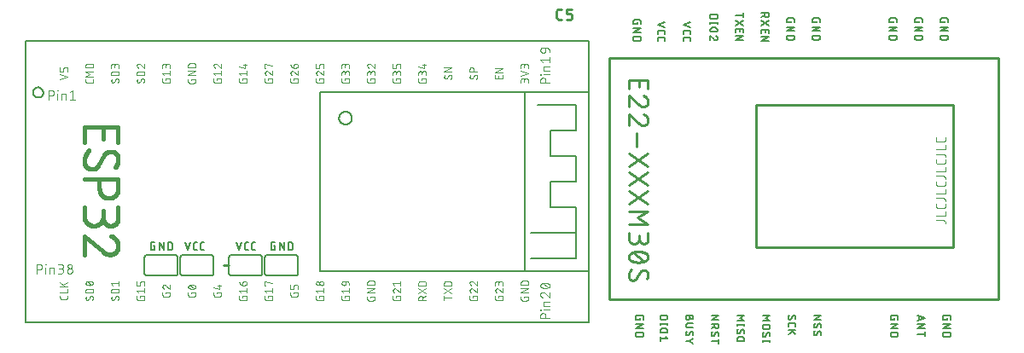
<source format=gbr>
G04 EAGLE Gerber RS-274X export*
G75*
%MOMM*%
%FSLAX34Y34*%
%LPD*%
%INSilkscreen Top*%
%IPPOS*%
%AMOC8*
5,1,8,0,0,1.08239X$1,22.5*%
G01*
%ADD10C,0.076200*%
%ADD11C,0.254000*%
%ADD12C,0.152400*%
%ADD13C,0.457200*%
%ADD14C,0.203200*%
%ADD15C,0.127000*%


D10*
X914781Y147385D02*
X922091Y147385D01*
X922180Y147383D01*
X922268Y147377D01*
X922356Y147368D01*
X922444Y147355D01*
X922531Y147338D01*
X922617Y147318D01*
X922702Y147293D01*
X922787Y147266D01*
X922870Y147234D01*
X922951Y147200D01*
X923031Y147161D01*
X923109Y147120D01*
X923186Y147075D01*
X923260Y147027D01*
X923333Y146976D01*
X923403Y146922D01*
X923470Y146864D01*
X923536Y146804D01*
X923598Y146742D01*
X923658Y146676D01*
X923716Y146609D01*
X923770Y146539D01*
X923821Y146466D01*
X923869Y146392D01*
X923914Y146315D01*
X923955Y146237D01*
X923994Y146157D01*
X924028Y146076D01*
X924060Y145993D01*
X924087Y145908D01*
X924112Y145823D01*
X924132Y145737D01*
X924149Y145650D01*
X924162Y145562D01*
X924171Y145474D01*
X924177Y145386D01*
X924179Y145297D01*
X924179Y144252D01*
X924179Y151899D02*
X914781Y151899D01*
X924179Y151899D02*
X924179Y156076D01*
X924179Y161564D02*
X924179Y163653D01*
X924179Y161564D02*
X924177Y161475D01*
X924171Y161387D01*
X924162Y161299D01*
X924149Y161211D01*
X924132Y161124D01*
X924112Y161038D01*
X924087Y160953D01*
X924060Y160868D01*
X924028Y160785D01*
X923994Y160704D01*
X923955Y160624D01*
X923914Y160546D01*
X923869Y160469D01*
X923821Y160395D01*
X923770Y160322D01*
X923716Y160252D01*
X923658Y160185D01*
X923598Y160119D01*
X923536Y160057D01*
X923470Y159997D01*
X923403Y159939D01*
X923333Y159885D01*
X923260Y159834D01*
X923186Y159786D01*
X923109Y159741D01*
X923031Y159700D01*
X922951Y159661D01*
X922870Y159627D01*
X922787Y159595D01*
X922702Y159568D01*
X922617Y159543D01*
X922531Y159523D01*
X922444Y159506D01*
X922356Y159493D01*
X922268Y159484D01*
X922180Y159478D01*
X922091Y159476D01*
X916869Y159476D01*
X916869Y159475D02*
X916778Y159477D01*
X916687Y159483D01*
X916596Y159493D01*
X916506Y159507D01*
X916417Y159525D01*
X916328Y159546D01*
X916241Y159572D01*
X916155Y159601D01*
X916070Y159634D01*
X915986Y159671D01*
X915904Y159711D01*
X915825Y159755D01*
X915747Y159802D01*
X915671Y159853D01*
X915597Y159907D01*
X915526Y159964D01*
X915458Y160024D01*
X915392Y160087D01*
X915329Y160153D01*
X915269Y160221D01*
X915212Y160292D01*
X915158Y160366D01*
X915107Y160442D01*
X915060Y160519D01*
X915016Y160599D01*
X914976Y160681D01*
X914939Y160765D01*
X914906Y160849D01*
X914877Y160936D01*
X914851Y161023D01*
X914830Y161112D01*
X914812Y161201D01*
X914798Y161291D01*
X914788Y161382D01*
X914782Y161473D01*
X914780Y161564D01*
X914781Y161564D02*
X914781Y163653D01*
X914781Y169331D02*
X922091Y169331D01*
X922091Y169330D02*
X922180Y169328D01*
X922268Y169322D01*
X922356Y169313D01*
X922444Y169300D01*
X922531Y169283D01*
X922617Y169263D01*
X922702Y169238D01*
X922787Y169211D01*
X922870Y169179D01*
X922951Y169145D01*
X923031Y169106D01*
X923109Y169065D01*
X923186Y169020D01*
X923260Y168972D01*
X923333Y168921D01*
X923403Y168867D01*
X923470Y168809D01*
X923536Y168749D01*
X923598Y168687D01*
X923658Y168621D01*
X923716Y168554D01*
X923770Y168484D01*
X923821Y168411D01*
X923869Y168337D01*
X923914Y168260D01*
X923955Y168182D01*
X923994Y168102D01*
X924028Y168021D01*
X924060Y167938D01*
X924087Y167853D01*
X924112Y167768D01*
X924132Y167682D01*
X924149Y167595D01*
X924162Y167507D01*
X924171Y167419D01*
X924177Y167331D01*
X924179Y167242D01*
X924179Y166198D01*
X924179Y173844D02*
X914781Y173844D01*
X924179Y173844D02*
X924179Y178021D01*
X924179Y183510D02*
X924179Y185598D01*
X924179Y183510D02*
X924177Y183421D01*
X924171Y183333D01*
X924162Y183245D01*
X924149Y183157D01*
X924132Y183070D01*
X924112Y182984D01*
X924087Y182899D01*
X924060Y182814D01*
X924028Y182731D01*
X923994Y182650D01*
X923955Y182570D01*
X923914Y182492D01*
X923869Y182415D01*
X923821Y182341D01*
X923770Y182268D01*
X923716Y182198D01*
X923658Y182131D01*
X923598Y182065D01*
X923536Y182003D01*
X923470Y181943D01*
X923403Y181885D01*
X923333Y181831D01*
X923260Y181780D01*
X923186Y181732D01*
X923109Y181687D01*
X923031Y181646D01*
X922951Y181607D01*
X922870Y181573D01*
X922787Y181541D01*
X922702Y181514D01*
X922617Y181489D01*
X922531Y181469D01*
X922444Y181452D01*
X922356Y181439D01*
X922268Y181430D01*
X922180Y181424D01*
X922091Y181422D01*
X922091Y181421D02*
X916869Y181421D01*
X916778Y181423D01*
X916687Y181429D01*
X916596Y181439D01*
X916506Y181453D01*
X916417Y181471D01*
X916328Y181492D01*
X916241Y181518D01*
X916155Y181547D01*
X916070Y181580D01*
X915986Y181617D01*
X915904Y181657D01*
X915825Y181701D01*
X915747Y181748D01*
X915671Y181799D01*
X915597Y181853D01*
X915526Y181910D01*
X915458Y181970D01*
X915392Y182033D01*
X915329Y182099D01*
X915269Y182167D01*
X915212Y182238D01*
X915158Y182312D01*
X915107Y182388D01*
X915060Y182465D01*
X915016Y182545D01*
X914976Y182627D01*
X914939Y182711D01*
X914906Y182795D01*
X914877Y182882D01*
X914851Y182969D01*
X914830Y183058D01*
X914812Y183147D01*
X914798Y183237D01*
X914788Y183328D01*
X914782Y183419D01*
X914780Y183510D01*
X914781Y183510D02*
X914781Y185598D01*
X914781Y191276D02*
X922091Y191276D01*
X922180Y191274D01*
X922268Y191268D01*
X922356Y191259D01*
X922444Y191246D01*
X922531Y191229D01*
X922617Y191209D01*
X922702Y191184D01*
X922787Y191157D01*
X922870Y191125D01*
X922951Y191091D01*
X923031Y191052D01*
X923109Y191011D01*
X923186Y190966D01*
X923260Y190918D01*
X923333Y190867D01*
X923403Y190813D01*
X923470Y190755D01*
X923536Y190695D01*
X923598Y190633D01*
X923658Y190567D01*
X923716Y190500D01*
X923770Y190430D01*
X923821Y190357D01*
X923869Y190283D01*
X923914Y190206D01*
X923955Y190128D01*
X923994Y190048D01*
X924028Y189967D01*
X924060Y189884D01*
X924087Y189799D01*
X924112Y189714D01*
X924132Y189628D01*
X924149Y189541D01*
X924162Y189453D01*
X924171Y189365D01*
X924177Y189277D01*
X924179Y189188D01*
X924179Y188143D01*
X924179Y195790D02*
X914781Y195790D01*
X924179Y195790D02*
X924179Y199967D01*
X924179Y205455D02*
X924179Y207544D01*
X924179Y205455D02*
X924177Y205366D01*
X924171Y205278D01*
X924162Y205190D01*
X924149Y205102D01*
X924132Y205015D01*
X924112Y204929D01*
X924087Y204844D01*
X924060Y204759D01*
X924028Y204676D01*
X923994Y204595D01*
X923955Y204515D01*
X923914Y204437D01*
X923869Y204360D01*
X923821Y204286D01*
X923770Y204213D01*
X923716Y204143D01*
X923658Y204076D01*
X923598Y204010D01*
X923536Y203948D01*
X923470Y203888D01*
X923403Y203830D01*
X923333Y203776D01*
X923260Y203725D01*
X923186Y203677D01*
X923109Y203632D01*
X923031Y203591D01*
X922951Y203552D01*
X922870Y203518D01*
X922787Y203486D01*
X922702Y203459D01*
X922617Y203434D01*
X922531Y203414D01*
X922444Y203397D01*
X922356Y203384D01*
X922268Y203375D01*
X922180Y203369D01*
X922091Y203367D01*
X916869Y203367D01*
X916869Y203366D02*
X916778Y203368D01*
X916687Y203374D01*
X916596Y203384D01*
X916506Y203398D01*
X916417Y203416D01*
X916328Y203437D01*
X916241Y203463D01*
X916155Y203492D01*
X916070Y203525D01*
X915986Y203562D01*
X915904Y203602D01*
X915825Y203646D01*
X915747Y203693D01*
X915671Y203744D01*
X915597Y203798D01*
X915526Y203855D01*
X915458Y203915D01*
X915392Y203978D01*
X915329Y204044D01*
X915269Y204112D01*
X915212Y204183D01*
X915158Y204257D01*
X915107Y204333D01*
X915060Y204410D01*
X915016Y204490D01*
X914976Y204572D01*
X914939Y204656D01*
X914906Y204740D01*
X914877Y204827D01*
X914851Y204914D01*
X914830Y205003D01*
X914812Y205092D01*
X914798Y205182D01*
X914788Y205273D01*
X914782Y205364D01*
X914780Y205455D01*
X914781Y205455D02*
X914781Y207544D01*
X914781Y213221D02*
X922091Y213221D01*
X922180Y213219D01*
X922268Y213213D01*
X922356Y213204D01*
X922444Y213191D01*
X922531Y213174D01*
X922617Y213154D01*
X922702Y213129D01*
X922787Y213102D01*
X922870Y213070D01*
X922951Y213036D01*
X923031Y212997D01*
X923109Y212956D01*
X923186Y212911D01*
X923260Y212863D01*
X923333Y212812D01*
X923403Y212758D01*
X923470Y212700D01*
X923536Y212640D01*
X923598Y212578D01*
X923658Y212512D01*
X923716Y212445D01*
X923770Y212375D01*
X923821Y212302D01*
X923869Y212228D01*
X923914Y212151D01*
X923955Y212073D01*
X923994Y211993D01*
X924028Y211912D01*
X924060Y211829D01*
X924087Y211744D01*
X924112Y211659D01*
X924132Y211573D01*
X924149Y211486D01*
X924162Y211398D01*
X924171Y211310D01*
X924177Y211222D01*
X924179Y211133D01*
X924179Y210089D01*
X924179Y217735D02*
X914781Y217735D01*
X924179Y217735D02*
X924179Y221912D01*
X924179Y227401D02*
X924179Y229489D01*
X924179Y227401D02*
X924177Y227312D01*
X924171Y227224D01*
X924162Y227136D01*
X924149Y227048D01*
X924132Y226961D01*
X924112Y226875D01*
X924087Y226790D01*
X924060Y226705D01*
X924028Y226622D01*
X923994Y226541D01*
X923955Y226461D01*
X923914Y226383D01*
X923869Y226306D01*
X923821Y226232D01*
X923770Y226159D01*
X923716Y226089D01*
X923658Y226022D01*
X923598Y225956D01*
X923536Y225894D01*
X923470Y225834D01*
X923403Y225776D01*
X923333Y225722D01*
X923260Y225671D01*
X923186Y225623D01*
X923109Y225578D01*
X923031Y225537D01*
X922951Y225498D01*
X922870Y225464D01*
X922787Y225432D01*
X922702Y225405D01*
X922617Y225380D01*
X922531Y225360D01*
X922444Y225343D01*
X922356Y225330D01*
X922268Y225321D01*
X922180Y225315D01*
X922091Y225313D01*
X922091Y225312D02*
X916869Y225312D01*
X916778Y225314D01*
X916687Y225320D01*
X916596Y225330D01*
X916506Y225344D01*
X916417Y225362D01*
X916328Y225383D01*
X916241Y225409D01*
X916155Y225438D01*
X916070Y225471D01*
X915986Y225508D01*
X915904Y225548D01*
X915825Y225592D01*
X915747Y225639D01*
X915671Y225690D01*
X915597Y225744D01*
X915526Y225801D01*
X915458Y225861D01*
X915392Y225924D01*
X915329Y225990D01*
X915269Y226058D01*
X915212Y226129D01*
X915158Y226203D01*
X915107Y226279D01*
X915060Y226356D01*
X915016Y226436D01*
X914976Y226518D01*
X914939Y226602D01*
X914906Y226686D01*
X914877Y226773D01*
X914851Y226860D01*
X914830Y226949D01*
X914812Y227038D01*
X914798Y227128D01*
X914788Y227219D01*
X914782Y227310D01*
X914780Y227401D01*
X914781Y227401D02*
X914781Y229489D01*
D11*
X213360Y102870D02*
X208280Y102870D01*
D12*
X923445Y343825D02*
X923445Y345071D01*
X923445Y343825D02*
X919292Y343825D01*
X919292Y346317D01*
X919294Y346396D01*
X919300Y346475D01*
X919309Y346553D01*
X919322Y346631D01*
X919339Y346709D01*
X919359Y346785D01*
X919383Y346860D01*
X919411Y346934D01*
X919442Y347007D01*
X919477Y347078D01*
X919515Y347148D01*
X919556Y347215D01*
X919600Y347280D01*
X919647Y347344D01*
X919698Y347405D01*
X919751Y347463D01*
X919807Y347519D01*
X919865Y347572D01*
X919926Y347623D01*
X919990Y347670D01*
X920055Y347714D01*
X920123Y347755D01*
X920192Y347793D01*
X920263Y347828D01*
X920336Y347859D01*
X920410Y347887D01*
X920485Y347911D01*
X920561Y347931D01*
X920639Y347948D01*
X920717Y347961D01*
X920795Y347970D01*
X920874Y347976D01*
X920953Y347978D01*
X925107Y347978D01*
X925186Y347976D01*
X925265Y347970D01*
X925343Y347961D01*
X925421Y347948D01*
X925499Y347931D01*
X925575Y347911D01*
X925650Y347887D01*
X925724Y347859D01*
X925797Y347828D01*
X925868Y347793D01*
X925938Y347755D01*
X926005Y347714D01*
X926070Y347670D01*
X926134Y347623D01*
X926195Y347572D01*
X926253Y347519D01*
X926309Y347463D01*
X926362Y347405D01*
X926413Y347344D01*
X926460Y347280D01*
X926504Y347215D01*
X926545Y347148D01*
X926583Y347078D01*
X926618Y347007D01*
X926649Y346934D01*
X926677Y346860D01*
X926701Y346785D01*
X926721Y346709D01*
X926738Y346631D01*
X926751Y346553D01*
X926760Y346475D01*
X926766Y346396D01*
X926768Y346317D01*
X926768Y343825D01*
X926768Y339338D02*
X919292Y339338D01*
X919292Y335185D02*
X926768Y339338D01*
X926768Y335185D02*
X919292Y335185D01*
X919292Y330698D02*
X926768Y330698D01*
X926768Y328621D01*
X926766Y328533D01*
X926761Y328445D01*
X926751Y328357D01*
X926738Y328270D01*
X926721Y328183D01*
X926701Y328098D01*
X926677Y328013D01*
X926649Y327929D01*
X926618Y327847D01*
X926584Y327765D01*
X926546Y327686D01*
X926504Y327608D01*
X926460Y327532D01*
X926412Y327458D01*
X926361Y327386D01*
X926307Y327316D01*
X926250Y327249D01*
X926190Y327184D01*
X926128Y327121D01*
X926063Y327062D01*
X925996Y327005D01*
X925926Y326951D01*
X925854Y326900D01*
X925780Y326852D01*
X925704Y326808D01*
X925626Y326766D01*
X925546Y326728D01*
X925465Y326694D01*
X925383Y326663D01*
X925299Y326635D01*
X925214Y326611D01*
X925129Y326591D01*
X925042Y326574D01*
X924955Y326561D01*
X924867Y326551D01*
X924779Y326546D01*
X924691Y326544D01*
X924691Y326545D02*
X921369Y326545D01*
X921369Y326544D02*
X921281Y326546D01*
X921193Y326551D01*
X921105Y326561D01*
X921018Y326574D01*
X920931Y326591D01*
X920846Y326611D01*
X920761Y326635D01*
X920677Y326663D01*
X920595Y326694D01*
X920513Y326728D01*
X920434Y326766D01*
X920356Y326808D01*
X920280Y326852D01*
X920206Y326900D01*
X920134Y326951D01*
X920064Y327005D01*
X919997Y327062D01*
X919932Y327121D01*
X919869Y327184D01*
X919810Y327249D01*
X919753Y327316D01*
X919699Y327386D01*
X919648Y327458D01*
X919600Y327532D01*
X919556Y327608D01*
X919514Y327686D01*
X919476Y327765D01*
X919442Y327847D01*
X919411Y327929D01*
X919383Y328013D01*
X919359Y328098D01*
X919339Y328183D01*
X919322Y328270D01*
X919309Y328357D01*
X919299Y328445D01*
X919294Y328533D01*
X919292Y328621D01*
X919292Y330698D01*
X898045Y343825D02*
X898045Y345071D01*
X898045Y343825D02*
X893892Y343825D01*
X893892Y346317D01*
X893894Y346396D01*
X893900Y346475D01*
X893909Y346553D01*
X893922Y346631D01*
X893939Y346709D01*
X893959Y346785D01*
X893983Y346860D01*
X894011Y346934D01*
X894042Y347007D01*
X894077Y347078D01*
X894115Y347148D01*
X894156Y347215D01*
X894200Y347280D01*
X894247Y347344D01*
X894298Y347405D01*
X894351Y347463D01*
X894407Y347519D01*
X894465Y347572D01*
X894526Y347623D01*
X894590Y347670D01*
X894655Y347714D01*
X894723Y347755D01*
X894792Y347793D01*
X894863Y347828D01*
X894936Y347859D01*
X895010Y347887D01*
X895085Y347911D01*
X895161Y347931D01*
X895239Y347948D01*
X895317Y347961D01*
X895395Y347970D01*
X895474Y347976D01*
X895553Y347978D01*
X899707Y347978D01*
X899786Y347976D01*
X899865Y347970D01*
X899943Y347961D01*
X900021Y347948D01*
X900099Y347931D01*
X900175Y347911D01*
X900250Y347887D01*
X900324Y347859D01*
X900397Y347828D01*
X900468Y347793D01*
X900538Y347755D01*
X900605Y347714D01*
X900670Y347670D01*
X900734Y347623D01*
X900795Y347572D01*
X900853Y347519D01*
X900909Y347463D01*
X900962Y347405D01*
X901013Y347344D01*
X901060Y347280D01*
X901104Y347215D01*
X901145Y347148D01*
X901183Y347078D01*
X901218Y347007D01*
X901249Y346934D01*
X901277Y346860D01*
X901301Y346785D01*
X901321Y346709D01*
X901338Y346631D01*
X901351Y346553D01*
X901360Y346475D01*
X901366Y346396D01*
X901368Y346317D01*
X901368Y343825D01*
X901368Y339338D02*
X893892Y339338D01*
X893892Y335185D02*
X901368Y339338D01*
X901368Y335185D02*
X893892Y335185D01*
X893892Y330698D02*
X901368Y330698D01*
X901368Y328621D01*
X901366Y328533D01*
X901361Y328445D01*
X901351Y328357D01*
X901338Y328270D01*
X901321Y328183D01*
X901301Y328098D01*
X901277Y328013D01*
X901249Y327929D01*
X901218Y327847D01*
X901184Y327765D01*
X901146Y327686D01*
X901104Y327608D01*
X901060Y327532D01*
X901012Y327458D01*
X900961Y327386D01*
X900907Y327316D01*
X900850Y327249D01*
X900790Y327184D01*
X900728Y327121D01*
X900663Y327062D01*
X900596Y327005D01*
X900526Y326951D01*
X900454Y326900D01*
X900380Y326852D01*
X900304Y326808D01*
X900226Y326766D01*
X900146Y326728D01*
X900065Y326694D01*
X899983Y326663D01*
X899899Y326635D01*
X899814Y326611D01*
X899729Y326591D01*
X899642Y326574D01*
X899555Y326561D01*
X899467Y326551D01*
X899379Y326546D01*
X899291Y326544D01*
X899291Y326545D02*
X895969Y326545D01*
X895969Y326544D02*
X895881Y326546D01*
X895793Y326551D01*
X895705Y326561D01*
X895618Y326574D01*
X895531Y326591D01*
X895446Y326611D01*
X895361Y326635D01*
X895277Y326663D01*
X895195Y326694D01*
X895113Y326728D01*
X895034Y326766D01*
X894956Y326808D01*
X894880Y326852D01*
X894806Y326900D01*
X894734Y326951D01*
X894664Y327005D01*
X894597Y327062D01*
X894532Y327121D01*
X894469Y327184D01*
X894410Y327249D01*
X894353Y327316D01*
X894299Y327386D01*
X894248Y327458D01*
X894200Y327532D01*
X894156Y327608D01*
X894114Y327686D01*
X894076Y327765D01*
X894042Y327847D01*
X894011Y327929D01*
X893983Y328013D01*
X893959Y328098D01*
X893939Y328183D01*
X893922Y328270D01*
X893909Y328357D01*
X893899Y328445D01*
X893894Y328533D01*
X893892Y328621D01*
X893892Y330698D01*
X872645Y343825D02*
X872645Y345071D01*
X872645Y343825D02*
X868492Y343825D01*
X868492Y346317D01*
X868494Y346396D01*
X868500Y346475D01*
X868509Y346553D01*
X868522Y346631D01*
X868539Y346709D01*
X868559Y346785D01*
X868583Y346860D01*
X868611Y346934D01*
X868642Y347007D01*
X868677Y347078D01*
X868715Y347148D01*
X868756Y347215D01*
X868800Y347280D01*
X868847Y347344D01*
X868898Y347405D01*
X868951Y347463D01*
X869007Y347519D01*
X869065Y347572D01*
X869126Y347623D01*
X869190Y347670D01*
X869255Y347714D01*
X869323Y347755D01*
X869392Y347793D01*
X869463Y347828D01*
X869536Y347859D01*
X869610Y347887D01*
X869685Y347911D01*
X869761Y347931D01*
X869839Y347948D01*
X869917Y347961D01*
X869995Y347970D01*
X870074Y347976D01*
X870153Y347978D01*
X874307Y347978D01*
X874386Y347976D01*
X874465Y347970D01*
X874543Y347961D01*
X874621Y347948D01*
X874699Y347931D01*
X874775Y347911D01*
X874850Y347887D01*
X874924Y347859D01*
X874997Y347828D01*
X875068Y347793D01*
X875138Y347755D01*
X875205Y347714D01*
X875270Y347670D01*
X875334Y347623D01*
X875395Y347572D01*
X875453Y347519D01*
X875509Y347463D01*
X875562Y347405D01*
X875613Y347344D01*
X875660Y347280D01*
X875704Y347215D01*
X875745Y347148D01*
X875783Y347078D01*
X875818Y347007D01*
X875849Y346934D01*
X875877Y346860D01*
X875901Y346785D01*
X875921Y346709D01*
X875938Y346631D01*
X875951Y346553D01*
X875960Y346475D01*
X875966Y346396D01*
X875968Y346317D01*
X875968Y343825D01*
X875968Y339338D02*
X868492Y339338D01*
X868492Y335185D02*
X875968Y339338D01*
X875968Y335185D02*
X868492Y335185D01*
X868492Y330698D02*
X875968Y330698D01*
X875968Y328621D01*
X875966Y328533D01*
X875961Y328445D01*
X875951Y328357D01*
X875938Y328270D01*
X875921Y328183D01*
X875901Y328098D01*
X875877Y328013D01*
X875849Y327929D01*
X875818Y327847D01*
X875784Y327765D01*
X875746Y327686D01*
X875704Y327608D01*
X875660Y327532D01*
X875612Y327458D01*
X875561Y327386D01*
X875507Y327316D01*
X875450Y327249D01*
X875390Y327184D01*
X875328Y327121D01*
X875263Y327062D01*
X875196Y327005D01*
X875126Y326951D01*
X875054Y326900D01*
X874980Y326852D01*
X874904Y326808D01*
X874826Y326766D01*
X874746Y326728D01*
X874665Y326694D01*
X874583Y326663D01*
X874499Y326635D01*
X874414Y326611D01*
X874329Y326591D01*
X874242Y326574D01*
X874155Y326561D01*
X874067Y326551D01*
X873979Y326546D01*
X873891Y326544D01*
X873891Y326545D02*
X870569Y326545D01*
X870569Y326544D02*
X870481Y326546D01*
X870393Y326551D01*
X870305Y326561D01*
X870218Y326574D01*
X870131Y326591D01*
X870046Y326611D01*
X869961Y326635D01*
X869877Y326663D01*
X869795Y326694D01*
X869713Y326728D01*
X869634Y326766D01*
X869556Y326808D01*
X869480Y326852D01*
X869406Y326900D01*
X869334Y326951D01*
X869264Y327005D01*
X869197Y327062D01*
X869132Y327121D01*
X869069Y327184D01*
X869010Y327249D01*
X868953Y327316D01*
X868899Y327386D01*
X868848Y327458D01*
X868800Y327532D01*
X868756Y327608D01*
X868714Y327686D01*
X868676Y327765D01*
X868642Y327847D01*
X868611Y327929D01*
X868583Y328013D01*
X868559Y328098D01*
X868539Y328183D01*
X868522Y328270D01*
X868509Y328357D01*
X868499Y328445D01*
X868494Y328533D01*
X868492Y328621D01*
X868492Y330698D01*
X796445Y343825D02*
X796445Y345071D01*
X796445Y343825D02*
X792292Y343825D01*
X792292Y346317D01*
X792294Y346396D01*
X792300Y346475D01*
X792309Y346553D01*
X792322Y346631D01*
X792339Y346709D01*
X792359Y346785D01*
X792383Y346860D01*
X792411Y346934D01*
X792442Y347007D01*
X792477Y347078D01*
X792515Y347148D01*
X792556Y347215D01*
X792600Y347280D01*
X792647Y347344D01*
X792698Y347405D01*
X792751Y347463D01*
X792807Y347519D01*
X792865Y347572D01*
X792926Y347623D01*
X792990Y347670D01*
X793055Y347714D01*
X793123Y347755D01*
X793192Y347793D01*
X793263Y347828D01*
X793336Y347859D01*
X793410Y347887D01*
X793485Y347911D01*
X793561Y347931D01*
X793639Y347948D01*
X793717Y347961D01*
X793795Y347970D01*
X793874Y347976D01*
X793953Y347978D01*
X798107Y347978D01*
X798186Y347976D01*
X798265Y347970D01*
X798343Y347961D01*
X798421Y347948D01*
X798499Y347931D01*
X798575Y347911D01*
X798650Y347887D01*
X798724Y347859D01*
X798797Y347828D01*
X798868Y347793D01*
X798938Y347755D01*
X799005Y347714D01*
X799070Y347670D01*
X799134Y347623D01*
X799195Y347572D01*
X799253Y347519D01*
X799309Y347463D01*
X799362Y347405D01*
X799413Y347344D01*
X799460Y347280D01*
X799504Y347215D01*
X799545Y347148D01*
X799583Y347078D01*
X799618Y347007D01*
X799649Y346934D01*
X799677Y346860D01*
X799701Y346785D01*
X799721Y346709D01*
X799738Y346631D01*
X799751Y346553D01*
X799760Y346475D01*
X799766Y346396D01*
X799768Y346317D01*
X799768Y343825D01*
X799768Y339338D02*
X792292Y339338D01*
X792292Y335185D02*
X799768Y339338D01*
X799768Y335185D02*
X792292Y335185D01*
X792292Y330698D02*
X799768Y330698D01*
X799768Y328621D01*
X799766Y328533D01*
X799761Y328445D01*
X799751Y328357D01*
X799738Y328270D01*
X799721Y328183D01*
X799701Y328098D01*
X799677Y328013D01*
X799649Y327929D01*
X799618Y327847D01*
X799584Y327765D01*
X799546Y327686D01*
X799504Y327608D01*
X799460Y327532D01*
X799412Y327458D01*
X799361Y327386D01*
X799307Y327316D01*
X799250Y327249D01*
X799190Y327184D01*
X799128Y327121D01*
X799063Y327062D01*
X798996Y327005D01*
X798926Y326951D01*
X798854Y326900D01*
X798780Y326852D01*
X798704Y326808D01*
X798626Y326766D01*
X798546Y326728D01*
X798465Y326694D01*
X798383Y326663D01*
X798299Y326635D01*
X798214Y326611D01*
X798129Y326591D01*
X798042Y326574D01*
X797955Y326561D01*
X797867Y326551D01*
X797779Y326546D01*
X797691Y326544D01*
X797691Y326545D02*
X794369Y326545D01*
X794369Y326544D02*
X794281Y326546D01*
X794193Y326551D01*
X794105Y326561D01*
X794018Y326574D01*
X793931Y326591D01*
X793846Y326611D01*
X793761Y326635D01*
X793677Y326663D01*
X793595Y326694D01*
X793513Y326728D01*
X793434Y326766D01*
X793356Y326808D01*
X793280Y326852D01*
X793206Y326900D01*
X793134Y326951D01*
X793064Y327005D01*
X792997Y327062D01*
X792932Y327121D01*
X792869Y327184D01*
X792810Y327249D01*
X792753Y327316D01*
X792699Y327386D01*
X792648Y327458D01*
X792600Y327532D01*
X792556Y327608D01*
X792514Y327686D01*
X792476Y327765D01*
X792442Y327847D01*
X792411Y327929D01*
X792383Y328013D01*
X792359Y328098D01*
X792339Y328183D01*
X792322Y328270D01*
X792309Y328357D01*
X792299Y328445D01*
X792294Y328533D01*
X792292Y328621D01*
X792292Y330698D01*
X771045Y343825D02*
X771045Y345071D01*
X771045Y343825D02*
X766892Y343825D01*
X766892Y346317D01*
X766894Y346396D01*
X766900Y346475D01*
X766909Y346553D01*
X766922Y346631D01*
X766939Y346709D01*
X766959Y346785D01*
X766983Y346860D01*
X767011Y346934D01*
X767042Y347007D01*
X767077Y347078D01*
X767115Y347148D01*
X767156Y347215D01*
X767200Y347280D01*
X767247Y347344D01*
X767298Y347405D01*
X767351Y347463D01*
X767407Y347519D01*
X767465Y347572D01*
X767526Y347623D01*
X767590Y347670D01*
X767655Y347714D01*
X767723Y347755D01*
X767792Y347793D01*
X767863Y347828D01*
X767936Y347859D01*
X768010Y347887D01*
X768085Y347911D01*
X768161Y347931D01*
X768239Y347948D01*
X768317Y347961D01*
X768395Y347970D01*
X768474Y347976D01*
X768553Y347978D01*
X772707Y347978D01*
X772786Y347976D01*
X772865Y347970D01*
X772943Y347961D01*
X773021Y347948D01*
X773099Y347931D01*
X773175Y347911D01*
X773250Y347887D01*
X773324Y347859D01*
X773397Y347828D01*
X773468Y347793D01*
X773538Y347755D01*
X773605Y347714D01*
X773670Y347670D01*
X773734Y347623D01*
X773795Y347572D01*
X773853Y347519D01*
X773909Y347463D01*
X773962Y347405D01*
X774013Y347344D01*
X774060Y347280D01*
X774104Y347215D01*
X774145Y347148D01*
X774183Y347078D01*
X774218Y347007D01*
X774249Y346934D01*
X774277Y346860D01*
X774301Y346785D01*
X774321Y346709D01*
X774338Y346631D01*
X774351Y346553D01*
X774360Y346475D01*
X774366Y346396D01*
X774368Y346317D01*
X774368Y343825D01*
X774368Y339338D02*
X766892Y339338D01*
X766892Y335185D02*
X774368Y339338D01*
X774368Y335185D02*
X766892Y335185D01*
X766892Y330698D02*
X774368Y330698D01*
X774368Y328621D01*
X774366Y328533D01*
X774361Y328445D01*
X774351Y328357D01*
X774338Y328270D01*
X774321Y328183D01*
X774301Y328098D01*
X774277Y328013D01*
X774249Y327929D01*
X774218Y327847D01*
X774184Y327765D01*
X774146Y327686D01*
X774104Y327608D01*
X774060Y327532D01*
X774012Y327458D01*
X773961Y327386D01*
X773907Y327316D01*
X773850Y327249D01*
X773790Y327184D01*
X773728Y327121D01*
X773663Y327062D01*
X773596Y327005D01*
X773526Y326951D01*
X773454Y326900D01*
X773380Y326852D01*
X773304Y326808D01*
X773226Y326766D01*
X773146Y326728D01*
X773065Y326694D01*
X772983Y326663D01*
X772899Y326635D01*
X772814Y326611D01*
X772729Y326591D01*
X772642Y326574D01*
X772555Y326561D01*
X772467Y326551D01*
X772379Y326546D01*
X772291Y326544D01*
X772291Y326545D02*
X768969Y326545D01*
X768969Y326544D02*
X768881Y326546D01*
X768793Y326551D01*
X768705Y326561D01*
X768618Y326574D01*
X768531Y326591D01*
X768446Y326611D01*
X768361Y326635D01*
X768277Y326663D01*
X768195Y326694D01*
X768113Y326728D01*
X768034Y326766D01*
X767956Y326808D01*
X767880Y326852D01*
X767806Y326900D01*
X767734Y326951D01*
X767664Y327005D01*
X767597Y327062D01*
X767532Y327121D01*
X767469Y327184D01*
X767410Y327249D01*
X767353Y327316D01*
X767299Y327386D01*
X767248Y327458D01*
X767200Y327532D01*
X767156Y327608D01*
X767114Y327686D01*
X767076Y327765D01*
X767042Y327847D01*
X767011Y327929D01*
X766983Y328013D01*
X766959Y328098D01*
X766939Y328183D01*
X766922Y328270D01*
X766909Y328357D01*
X766899Y328445D01*
X766894Y328533D01*
X766892Y328621D01*
X766892Y330698D01*
X748968Y353058D02*
X741492Y353058D01*
X748968Y353058D02*
X748968Y350981D01*
X748966Y350892D01*
X748960Y350802D01*
X748951Y350714D01*
X748937Y350625D01*
X748920Y350538D01*
X748899Y350451D01*
X748874Y350365D01*
X748846Y350280D01*
X748814Y350197D01*
X748779Y350114D01*
X748740Y350034D01*
X748697Y349955D01*
X748651Y349879D01*
X748602Y349804D01*
X748550Y349731D01*
X748495Y349661D01*
X748437Y349593D01*
X748375Y349528D01*
X748312Y349466D01*
X748245Y349406D01*
X748176Y349349D01*
X748105Y349295D01*
X748031Y349245D01*
X747955Y349197D01*
X747877Y349153D01*
X747798Y349112D01*
X747717Y349075D01*
X747634Y349041D01*
X747550Y349011D01*
X747464Y348985D01*
X747378Y348962D01*
X747291Y348943D01*
X747203Y348928D01*
X747114Y348916D01*
X747025Y348908D01*
X746936Y348904D01*
X746846Y348904D01*
X746757Y348908D01*
X746668Y348916D01*
X746579Y348928D01*
X746491Y348943D01*
X746404Y348962D01*
X746318Y348985D01*
X746232Y349011D01*
X746148Y349041D01*
X746065Y349075D01*
X745984Y349112D01*
X745905Y349153D01*
X745827Y349197D01*
X745751Y349245D01*
X745677Y349295D01*
X745606Y349349D01*
X745537Y349406D01*
X745470Y349466D01*
X745407Y349528D01*
X745345Y349593D01*
X745287Y349661D01*
X745232Y349731D01*
X745180Y349804D01*
X745131Y349879D01*
X745085Y349955D01*
X745042Y350034D01*
X745003Y350114D01*
X744968Y350197D01*
X744936Y350280D01*
X744908Y350365D01*
X744883Y350451D01*
X744862Y350538D01*
X744845Y350625D01*
X744831Y350714D01*
X744822Y350802D01*
X744816Y350892D01*
X744814Y350981D01*
X744815Y350981D02*
X744815Y353058D01*
X744815Y350566D02*
X741492Y348905D01*
X741492Y345455D02*
X748968Y340471D01*
X748968Y345455D02*
X741492Y340471D01*
X741492Y336644D02*
X741492Y333322D01*
X741492Y336644D02*
X748968Y336644D01*
X748968Y333322D01*
X745645Y334152D02*
X745645Y336644D01*
X748968Y329649D02*
X741492Y329649D01*
X741492Y325496D02*
X748968Y329649D01*
X748968Y325496D02*
X741492Y325496D01*
X723568Y350981D02*
X716092Y350981D01*
X723568Y348905D02*
X723568Y353058D01*
X716092Y345913D02*
X723568Y340929D01*
X723568Y345913D02*
X716092Y340929D01*
X716092Y337103D02*
X716092Y333780D01*
X716092Y337103D02*
X723568Y337103D01*
X723568Y333780D01*
X720245Y334611D02*
X720245Y337103D01*
X723568Y330108D02*
X716092Y330108D01*
X716092Y325955D02*
X723568Y330108D01*
X723568Y325955D02*
X716092Y325955D01*
X698168Y351788D02*
X690692Y351788D01*
X698168Y351788D02*
X698168Y349711D01*
X698166Y349623D01*
X698161Y349535D01*
X698151Y349447D01*
X698138Y349360D01*
X698121Y349273D01*
X698101Y349188D01*
X698077Y349103D01*
X698049Y349019D01*
X698018Y348937D01*
X697984Y348855D01*
X697946Y348776D01*
X697904Y348698D01*
X697860Y348622D01*
X697812Y348548D01*
X697761Y348476D01*
X697707Y348406D01*
X697650Y348339D01*
X697590Y348274D01*
X697528Y348211D01*
X697463Y348152D01*
X697396Y348095D01*
X697326Y348041D01*
X697254Y347990D01*
X697180Y347942D01*
X697104Y347898D01*
X697026Y347856D01*
X696946Y347818D01*
X696865Y347784D01*
X696783Y347753D01*
X696699Y347725D01*
X696614Y347701D01*
X696529Y347681D01*
X696442Y347664D01*
X696355Y347651D01*
X696267Y347641D01*
X696179Y347636D01*
X696091Y347634D01*
X696091Y347635D02*
X692769Y347635D01*
X692769Y347634D02*
X692681Y347636D01*
X692593Y347641D01*
X692505Y347651D01*
X692418Y347664D01*
X692331Y347681D01*
X692246Y347701D01*
X692161Y347725D01*
X692077Y347753D01*
X691995Y347784D01*
X691913Y347818D01*
X691834Y347856D01*
X691756Y347898D01*
X691680Y347942D01*
X691606Y347990D01*
X691534Y348041D01*
X691464Y348095D01*
X691397Y348152D01*
X691332Y348211D01*
X691269Y348274D01*
X691210Y348339D01*
X691153Y348406D01*
X691099Y348476D01*
X691048Y348548D01*
X691000Y348622D01*
X690956Y348698D01*
X690914Y348776D01*
X690876Y348855D01*
X690842Y348937D01*
X690811Y349019D01*
X690783Y349103D01*
X690759Y349188D01*
X690739Y349273D01*
X690722Y349360D01*
X690709Y349447D01*
X690699Y349535D01*
X690694Y349623D01*
X690692Y349711D01*
X690692Y351788D01*
X690692Y342961D02*
X698168Y342961D01*
X690692Y342131D02*
X690692Y343792D01*
X698168Y343792D02*
X698168Y342131D01*
X696091Y338558D02*
X692769Y338558D01*
X696091Y338558D02*
X696180Y338556D01*
X696270Y338550D01*
X696358Y338541D01*
X696447Y338527D01*
X696534Y338510D01*
X696621Y338489D01*
X696707Y338464D01*
X696792Y338436D01*
X696875Y338404D01*
X696958Y338369D01*
X697038Y338330D01*
X697117Y338287D01*
X697193Y338241D01*
X697268Y338192D01*
X697341Y338140D01*
X697411Y338085D01*
X697479Y338027D01*
X697544Y337965D01*
X697606Y337902D01*
X697666Y337835D01*
X697723Y337766D01*
X697777Y337695D01*
X697827Y337621D01*
X697875Y337545D01*
X697919Y337467D01*
X697960Y337388D01*
X697997Y337307D01*
X698031Y337224D01*
X698061Y337140D01*
X698087Y337054D01*
X698110Y336968D01*
X698129Y336881D01*
X698144Y336793D01*
X698156Y336704D01*
X698164Y336615D01*
X698168Y336526D01*
X698168Y336436D01*
X698164Y336347D01*
X698156Y336258D01*
X698144Y336169D01*
X698129Y336081D01*
X698110Y335994D01*
X698087Y335908D01*
X698061Y335822D01*
X698031Y335738D01*
X697997Y335655D01*
X697960Y335574D01*
X697919Y335495D01*
X697875Y335417D01*
X697827Y335341D01*
X697777Y335267D01*
X697723Y335196D01*
X697666Y335127D01*
X697606Y335060D01*
X697544Y334997D01*
X697479Y334935D01*
X697411Y334877D01*
X697341Y334822D01*
X697268Y334770D01*
X697193Y334721D01*
X697117Y334675D01*
X697038Y334632D01*
X696958Y334593D01*
X696875Y334558D01*
X696792Y334526D01*
X696707Y334498D01*
X696621Y334473D01*
X696534Y334452D01*
X696447Y334435D01*
X696358Y334421D01*
X696270Y334412D01*
X696180Y334406D01*
X696091Y334404D01*
X696091Y334405D02*
X692769Y334405D01*
X692769Y334404D02*
X692680Y334406D01*
X692590Y334412D01*
X692502Y334421D01*
X692413Y334435D01*
X692326Y334452D01*
X692239Y334473D01*
X692153Y334498D01*
X692068Y334526D01*
X691985Y334558D01*
X691902Y334593D01*
X691822Y334632D01*
X691743Y334675D01*
X691667Y334721D01*
X691592Y334770D01*
X691519Y334822D01*
X691449Y334877D01*
X691381Y334935D01*
X691316Y334997D01*
X691254Y335060D01*
X691194Y335127D01*
X691137Y335196D01*
X691083Y335267D01*
X691033Y335341D01*
X690985Y335417D01*
X690941Y335495D01*
X690900Y335574D01*
X690863Y335655D01*
X690829Y335738D01*
X690799Y335822D01*
X690773Y335908D01*
X690750Y335994D01*
X690731Y336081D01*
X690716Y336169D01*
X690704Y336258D01*
X690696Y336347D01*
X690692Y336436D01*
X690692Y336526D01*
X690696Y336615D01*
X690704Y336704D01*
X690716Y336793D01*
X690731Y336881D01*
X690750Y336968D01*
X690773Y337054D01*
X690799Y337140D01*
X690829Y337224D01*
X690863Y337307D01*
X690900Y337388D01*
X690941Y337467D01*
X690985Y337545D01*
X691033Y337621D01*
X691083Y337695D01*
X691137Y337766D01*
X691194Y337835D01*
X691254Y337902D01*
X691316Y337965D01*
X691381Y338027D01*
X691449Y338085D01*
X691519Y338140D01*
X691592Y338192D01*
X691667Y338241D01*
X691743Y338287D01*
X691822Y338330D01*
X691902Y338369D01*
X691985Y338404D01*
X692068Y338436D01*
X692153Y338464D01*
X692239Y338489D01*
X692326Y338510D01*
X692413Y338527D01*
X692502Y338541D01*
X692590Y338550D01*
X692680Y338556D01*
X692769Y338558D01*
X698168Y328174D02*
X698166Y328090D01*
X698160Y328006D01*
X698151Y327923D01*
X698138Y327840D01*
X698121Y327758D01*
X698101Y327677D01*
X698077Y327596D01*
X698049Y327517D01*
X698018Y327439D01*
X697983Y327363D01*
X697945Y327288D01*
X697903Y327215D01*
X697859Y327144D01*
X697811Y327075D01*
X697760Y327009D01*
X697706Y326944D01*
X697650Y326882D01*
X697591Y326823D01*
X697529Y326767D01*
X697464Y326713D01*
X697398Y326662D01*
X697329Y326614D01*
X697258Y326570D01*
X697185Y326528D01*
X697110Y326490D01*
X697034Y326455D01*
X696956Y326424D01*
X696877Y326396D01*
X696796Y326372D01*
X696715Y326352D01*
X696633Y326335D01*
X696550Y326322D01*
X696467Y326313D01*
X696383Y326307D01*
X696299Y326305D01*
X698168Y328174D02*
X698166Y328271D01*
X698160Y328369D01*
X698150Y328465D01*
X698136Y328562D01*
X698119Y328658D01*
X698097Y328753D01*
X698072Y328847D01*
X698043Y328940D01*
X698010Y329031D01*
X697973Y329122D01*
X697933Y329210D01*
X697889Y329297D01*
X697842Y329382D01*
X697791Y329466D01*
X697737Y329547D01*
X697680Y329625D01*
X697619Y329702D01*
X697556Y329776D01*
X697489Y329847D01*
X697420Y329915D01*
X697348Y329981D01*
X697274Y330044D01*
X697197Y330103D01*
X697117Y330159D01*
X697035Y330213D01*
X696952Y330262D01*
X696866Y330309D01*
X696779Y330351D01*
X696689Y330391D01*
X696599Y330426D01*
X696507Y330458D01*
X694845Y326927D02*
X694905Y326866D01*
X694968Y326808D01*
X695033Y326753D01*
X695101Y326701D01*
X695171Y326651D01*
X695243Y326604D01*
X695316Y326561D01*
X695392Y326521D01*
X695469Y326484D01*
X695548Y326450D01*
X695628Y326420D01*
X695709Y326393D01*
X695791Y326369D01*
X695874Y326349D01*
X695958Y326333D01*
X696043Y326320D01*
X696128Y326311D01*
X696213Y326306D01*
X696299Y326304D01*
X694845Y326928D02*
X690692Y330458D01*
X690692Y326305D01*
X646098Y344168D02*
X638622Y341676D01*
X646098Y339184D01*
X638622Y334028D02*
X638622Y332367D01*
X638622Y334028D02*
X638624Y334107D01*
X638630Y334186D01*
X638639Y334264D01*
X638652Y334342D01*
X638669Y334420D01*
X638689Y334496D01*
X638713Y334571D01*
X638741Y334645D01*
X638772Y334718D01*
X638807Y334789D01*
X638845Y334859D01*
X638886Y334926D01*
X638930Y334991D01*
X638977Y335055D01*
X639028Y335116D01*
X639081Y335174D01*
X639137Y335230D01*
X639195Y335283D01*
X639256Y335334D01*
X639320Y335381D01*
X639385Y335425D01*
X639453Y335466D01*
X639522Y335504D01*
X639593Y335539D01*
X639666Y335570D01*
X639740Y335598D01*
X639815Y335622D01*
X639891Y335642D01*
X639969Y335659D01*
X640047Y335672D01*
X640125Y335681D01*
X640204Y335687D01*
X640283Y335689D01*
X644437Y335689D01*
X644516Y335687D01*
X644595Y335681D01*
X644673Y335672D01*
X644751Y335659D01*
X644829Y335642D01*
X644905Y335622D01*
X644980Y335598D01*
X645054Y335570D01*
X645127Y335539D01*
X645198Y335504D01*
X645268Y335466D01*
X645335Y335425D01*
X645400Y335381D01*
X645464Y335334D01*
X645525Y335283D01*
X645583Y335230D01*
X645639Y335174D01*
X645692Y335116D01*
X645743Y335055D01*
X645790Y334991D01*
X645834Y334926D01*
X645875Y334859D01*
X645913Y334789D01*
X645948Y334718D01*
X645979Y334645D01*
X646007Y334571D01*
X646031Y334496D01*
X646051Y334420D01*
X646068Y334342D01*
X646081Y334264D01*
X646090Y334186D01*
X646096Y334107D01*
X646098Y334028D01*
X646098Y332367D01*
X638622Y327278D02*
X638622Y325617D01*
X638622Y327278D02*
X638624Y327357D01*
X638630Y327436D01*
X638639Y327514D01*
X638652Y327592D01*
X638669Y327670D01*
X638689Y327746D01*
X638713Y327821D01*
X638741Y327895D01*
X638772Y327968D01*
X638807Y328039D01*
X638845Y328109D01*
X638886Y328176D01*
X638930Y328241D01*
X638977Y328305D01*
X639028Y328366D01*
X639081Y328424D01*
X639137Y328480D01*
X639195Y328533D01*
X639256Y328584D01*
X639320Y328631D01*
X639385Y328675D01*
X639453Y328716D01*
X639522Y328754D01*
X639593Y328789D01*
X639666Y328820D01*
X639740Y328848D01*
X639815Y328872D01*
X639891Y328892D01*
X639969Y328909D01*
X640047Y328922D01*
X640125Y328931D01*
X640204Y328937D01*
X640283Y328939D01*
X644437Y328939D01*
X644516Y328937D01*
X644595Y328931D01*
X644673Y328922D01*
X644751Y328909D01*
X644829Y328892D01*
X644905Y328872D01*
X644980Y328848D01*
X645054Y328820D01*
X645127Y328789D01*
X645198Y328754D01*
X645268Y328716D01*
X645335Y328675D01*
X645400Y328631D01*
X645464Y328584D01*
X645525Y328533D01*
X645583Y328480D01*
X645639Y328424D01*
X645692Y328366D01*
X645743Y328305D01*
X645790Y328241D01*
X645834Y328176D01*
X645875Y328109D01*
X645913Y328039D01*
X645948Y327968D01*
X645979Y327895D01*
X646007Y327821D01*
X646031Y327746D01*
X646051Y327670D01*
X646068Y327592D01*
X646081Y327514D01*
X646090Y327436D01*
X646096Y327357D01*
X646098Y327278D01*
X646098Y325617D01*
X618645Y342555D02*
X618645Y343801D01*
X618645Y342555D02*
X614492Y342555D01*
X614492Y345047D01*
X614494Y345126D01*
X614500Y345205D01*
X614509Y345283D01*
X614522Y345361D01*
X614539Y345439D01*
X614559Y345515D01*
X614583Y345590D01*
X614611Y345664D01*
X614642Y345737D01*
X614677Y345808D01*
X614715Y345878D01*
X614756Y345945D01*
X614800Y346010D01*
X614847Y346074D01*
X614898Y346135D01*
X614951Y346193D01*
X615007Y346249D01*
X615065Y346302D01*
X615126Y346353D01*
X615190Y346400D01*
X615255Y346444D01*
X615323Y346485D01*
X615392Y346523D01*
X615463Y346558D01*
X615536Y346589D01*
X615610Y346617D01*
X615685Y346641D01*
X615761Y346661D01*
X615839Y346678D01*
X615917Y346691D01*
X615995Y346700D01*
X616074Y346706D01*
X616153Y346708D01*
X620307Y346708D01*
X620386Y346706D01*
X620465Y346700D01*
X620543Y346691D01*
X620621Y346678D01*
X620699Y346661D01*
X620775Y346641D01*
X620850Y346617D01*
X620924Y346589D01*
X620997Y346558D01*
X621068Y346523D01*
X621138Y346485D01*
X621205Y346444D01*
X621270Y346400D01*
X621334Y346353D01*
X621395Y346302D01*
X621453Y346249D01*
X621509Y346193D01*
X621562Y346135D01*
X621613Y346074D01*
X621660Y346010D01*
X621704Y345945D01*
X621745Y345878D01*
X621783Y345808D01*
X621818Y345737D01*
X621849Y345664D01*
X621877Y345590D01*
X621901Y345515D01*
X621921Y345439D01*
X621938Y345361D01*
X621951Y345283D01*
X621960Y345205D01*
X621966Y345126D01*
X621968Y345047D01*
X621968Y342555D01*
X621968Y338068D02*
X614492Y338068D01*
X614492Y333915D02*
X621968Y338068D01*
X621968Y333915D02*
X614492Y333915D01*
X614492Y329428D02*
X621968Y329428D01*
X621968Y327351D01*
X621966Y327263D01*
X621961Y327175D01*
X621951Y327087D01*
X621938Y327000D01*
X621921Y326913D01*
X621901Y326828D01*
X621877Y326743D01*
X621849Y326659D01*
X621818Y326577D01*
X621784Y326495D01*
X621746Y326416D01*
X621704Y326338D01*
X621660Y326262D01*
X621612Y326188D01*
X621561Y326116D01*
X621507Y326046D01*
X621450Y325979D01*
X621390Y325914D01*
X621328Y325851D01*
X621263Y325792D01*
X621196Y325735D01*
X621126Y325681D01*
X621054Y325630D01*
X620980Y325582D01*
X620904Y325538D01*
X620826Y325496D01*
X620746Y325458D01*
X620665Y325424D01*
X620583Y325393D01*
X620499Y325365D01*
X620414Y325341D01*
X620329Y325321D01*
X620242Y325304D01*
X620155Y325291D01*
X620067Y325281D01*
X619979Y325276D01*
X619891Y325274D01*
X619891Y325275D02*
X616569Y325275D01*
X616569Y325274D02*
X616481Y325276D01*
X616393Y325281D01*
X616305Y325291D01*
X616218Y325304D01*
X616131Y325321D01*
X616046Y325341D01*
X615961Y325365D01*
X615877Y325393D01*
X615795Y325424D01*
X615713Y325458D01*
X615634Y325496D01*
X615556Y325538D01*
X615480Y325582D01*
X615406Y325630D01*
X615334Y325681D01*
X615264Y325735D01*
X615197Y325792D01*
X615132Y325851D01*
X615069Y325914D01*
X615010Y325979D01*
X614953Y326046D01*
X614899Y326116D01*
X614848Y326188D01*
X614800Y326262D01*
X614756Y326338D01*
X614714Y326416D01*
X614676Y326495D01*
X614642Y326577D01*
X614611Y326659D01*
X614583Y326743D01*
X614559Y326828D01*
X614539Y326913D01*
X614522Y327000D01*
X614509Y327087D01*
X614499Y327175D01*
X614494Y327263D01*
X614492Y327351D01*
X614492Y329428D01*
X896432Y53088D02*
X903908Y50596D01*
X896432Y48104D01*
X898301Y48727D02*
X898301Y52465D01*
X896432Y44303D02*
X903908Y44303D01*
X896432Y40149D01*
X903908Y40149D01*
X903908Y34396D02*
X896432Y34396D01*
X903908Y36473D02*
X903908Y32319D01*
X925985Y48935D02*
X925985Y50181D01*
X925985Y48935D02*
X921832Y48935D01*
X921832Y51427D01*
X921834Y51506D01*
X921840Y51585D01*
X921849Y51663D01*
X921862Y51741D01*
X921879Y51819D01*
X921899Y51895D01*
X921923Y51970D01*
X921951Y52044D01*
X921982Y52117D01*
X922017Y52188D01*
X922055Y52258D01*
X922096Y52325D01*
X922140Y52390D01*
X922187Y52454D01*
X922238Y52515D01*
X922291Y52573D01*
X922347Y52629D01*
X922405Y52682D01*
X922466Y52733D01*
X922530Y52780D01*
X922595Y52824D01*
X922663Y52865D01*
X922732Y52903D01*
X922803Y52938D01*
X922876Y52969D01*
X922950Y52997D01*
X923025Y53021D01*
X923101Y53041D01*
X923179Y53058D01*
X923257Y53071D01*
X923335Y53080D01*
X923414Y53086D01*
X923493Y53088D01*
X927647Y53088D01*
X927726Y53086D01*
X927805Y53080D01*
X927883Y53071D01*
X927961Y53058D01*
X928039Y53041D01*
X928115Y53021D01*
X928190Y52997D01*
X928264Y52969D01*
X928337Y52938D01*
X928408Y52903D01*
X928478Y52865D01*
X928545Y52824D01*
X928610Y52780D01*
X928674Y52733D01*
X928735Y52682D01*
X928793Y52629D01*
X928849Y52573D01*
X928902Y52515D01*
X928953Y52454D01*
X929000Y52390D01*
X929044Y52325D01*
X929085Y52258D01*
X929123Y52188D01*
X929158Y52117D01*
X929189Y52044D01*
X929217Y51970D01*
X929241Y51895D01*
X929261Y51819D01*
X929278Y51741D01*
X929291Y51663D01*
X929300Y51585D01*
X929306Y51506D01*
X929308Y51427D01*
X929308Y48935D01*
X929308Y44448D02*
X921832Y44448D01*
X921832Y40295D02*
X929308Y44448D01*
X929308Y40295D02*
X921832Y40295D01*
X921832Y35808D02*
X929308Y35808D01*
X929308Y33731D01*
X929306Y33643D01*
X929301Y33555D01*
X929291Y33467D01*
X929278Y33380D01*
X929261Y33293D01*
X929241Y33208D01*
X929217Y33123D01*
X929189Y33039D01*
X929158Y32957D01*
X929124Y32875D01*
X929086Y32796D01*
X929044Y32718D01*
X929000Y32642D01*
X928952Y32568D01*
X928901Y32496D01*
X928847Y32426D01*
X928790Y32359D01*
X928730Y32294D01*
X928668Y32231D01*
X928603Y32172D01*
X928536Y32115D01*
X928466Y32061D01*
X928394Y32010D01*
X928320Y31962D01*
X928244Y31918D01*
X928166Y31876D01*
X928086Y31838D01*
X928005Y31804D01*
X927923Y31773D01*
X927839Y31745D01*
X927754Y31721D01*
X927669Y31701D01*
X927582Y31684D01*
X927495Y31671D01*
X927407Y31661D01*
X927319Y31656D01*
X927231Y31654D01*
X927231Y31655D02*
X923909Y31655D01*
X923909Y31654D02*
X923821Y31656D01*
X923733Y31661D01*
X923645Y31671D01*
X923558Y31684D01*
X923471Y31701D01*
X923386Y31721D01*
X923301Y31745D01*
X923217Y31773D01*
X923135Y31804D01*
X923053Y31838D01*
X922974Y31876D01*
X922896Y31918D01*
X922820Y31962D01*
X922746Y32010D01*
X922674Y32061D01*
X922604Y32115D01*
X922537Y32172D01*
X922472Y32231D01*
X922409Y32294D01*
X922350Y32359D01*
X922293Y32426D01*
X922239Y32496D01*
X922188Y32568D01*
X922140Y32642D01*
X922096Y32718D01*
X922054Y32796D01*
X922016Y32875D01*
X921982Y32957D01*
X921951Y33039D01*
X921923Y33123D01*
X921899Y33208D01*
X921879Y33293D01*
X921862Y33380D01*
X921849Y33467D01*
X921839Y33555D01*
X921834Y33643D01*
X921832Y33731D01*
X921832Y35808D01*
X873915Y48935D02*
X873915Y50181D01*
X873915Y48935D02*
X869762Y48935D01*
X869762Y51427D01*
X869764Y51506D01*
X869770Y51585D01*
X869779Y51663D01*
X869792Y51741D01*
X869809Y51819D01*
X869829Y51895D01*
X869853Y51970D01*
X869881Y52044D01*
X869912Y52117D01*
X869947Y52188D01*
X869985Y52258D01*
X870026Y52325D01*
X870070Y52390D01*
X870117Y52454D01*
X870168Y52515D01*
X870221Y52573D01*
X870277Y52629D01*
X870335Y52682D01*
X870396Y52733D01*
X870460Y52780D01*
X870525Y52824D01*
X870593Y52865D01*
X870662Y52903D01*
X870733Y52938D01*
X870806Y52969D01*
X870880Y52997D01*
X870955Y53021D01*
X871031Y53041D01*
X871109Y53058D01*
X871187Y53071D01*
X871265Y53080D01*
X871344Y53086D01*
X871423Y53088D01*
X875577Y53088D01*
X875656Y53086D01*
X875735Y53080D01*
X875813Y53071D01*
X875891Y53058D01*
X875969Y53041D01*
X876045Y53021D01*
X876120Y52997D01*
X876194Y52969D01*
X876267Y52938D01*
X876338Y52903D01*
X876408Y52865D01*
X876475Y52824D01*
X876540Y52780D01*
X876604Y52733D01*
X876665Y52682D01*
X876723Y52629D01*
X876779Y52573D01*
X876832Y52515D01*
X876883Y52454D01*
X876930Y52390D01*
X876974Y52325D01*
X877015Y52258D01*
X877053Y52188D01*
X877088Y52117D01*
X877119Y52044D01*
X877147Y51970D01*
X877171Y51895D01*
X877191Y51819D01*
X877208Y51741D01*
X877221Y51663D01*
X877230Y51585D01*
X877236Y51506D01*
X877238Y51427D01*
X877238Y48935D01*
X877238Y44448D02*
X869762Y44448D01*
X869762Y40295D02*
X877238Y44448D01*
X877238Y40295D02*
X869762Y40295D01*
X869762Y35808D02*
X877238Y35808D01*
X877238Y33731D01*
X877236Y33643D01*
X877231Y33555D01*
X877221Y33467D01*
X877208Y33380D01*
X877191Y33293D01*
X877171Y33208D01*
X877147Y33123D01*
X877119Y33039D01*
X877088Y32957D01*
X877054Y32875D01*
X877016Y32796D01*
X876974Y32718D01*
X876930Y32642D01*
X876882Y32568D01*
X876831Y32496D01*
X876777Y32426D01*
X876720Y32359D01*
X876660Y32294D01*
X876598Y32231D01*
X876533Y32172D01*
X876466Y32115D01*
X876396Y32061D01*
X876324Y32010D01*
X876250Y31962D01*
X876174Y31918D01*
X876096Y31876D01*
X876016Y31838D01*
X875935Y31804D01*
X875853Y31773D01*
X875769Y31745D01*
X875684Y31721D01*
X875599Y31701D01*
X875512Y31684D01*
X875425Y31671D01*
X875337Y31661D01*
X875249Y31656D01*
X875161Y31654D01*
X875161Y31655D02*
X871839Y31655D01*
X871839Y31654D02*
X871751Y31656D01*
X871663Y31661D01*
X871575Y31671D01*
X871488Y31684D01*
X871401Y31701D01*
X871316Y31721D01*
X871231Y31745D01*
X871147Y31773D01*
X871065Y31804D01*
X870983Y31838D01*
X870904Y31876D01*
X870826Y31918D01*
X870750Y31962D01*
X870676Y32010D01*
X870604Y32061D01*
X870534Y32115D01*
X870467Y32172D01*
X870402Y32231D01*
X870339Y32294D01*
X870280Y32359D01*
X870223Y32426D01*
X870169Y32496D01*
X870118Y32568D01*
X870070Y32642D01*
X870026Y32718D01*
X869984Y32796D01*
X869946Y32875D01*
X869912Y32957D01*
X869881Y33039D01*
X869853Y33123D01*
X869829Y33208D01*
X869809Y33293D01*
X869792Y33380D01*
X869779Y33467D01*
X869769Y33555D01*
X869764Y33643D01*
X869762Y33731D01*
X869762Y35808D01*
X801038Y53088D02*
X793562Y53088D01*
X793562Y48935D02*
X801038Y53088D01*
X801038Y48935D02*
X793562Y48935D01*
X793562Y42496D02*
X793564Y42417D01*
X793570Y42338D01*
X793579Y42260D01*
X793592Y42182D01*
X793609Y42104D01*
X793629Y42028D01*
X793653Y41953D01*
X793681Y41879D01*
X793712Y41806D01*
X793747Y41735D01*
X793785Y41666D01*
X793826Y41598D01*
X793870Y41533D01*
X793917Y41469D01*
X793968Y41408D01*
X794021Y41350D01*
X794077Y41294D01*
X794135Y41241D01*
X794196Y41190D01*
X794260Y41143D01*
X794325Y41099D01*
X794393Y41058D01*
X794462Y41020D01*
X794533Y40985D01*
X794606Y40954D01*
X794680Y40926D01*
X794755Y40902D01*
X794831Y40882D01*
X794909Y40865D01*
X794987Y40852D01*
X795065Y40843D01*
X795144Y40837D01*
X795223Y40835D01*
X793562Y42496D02*
X793564Y42611D01*
X793570Y42727D01*
X793579Y42842D01*
X793592Y42957D01*
X793609Y43071D01*
X793630Y43184D01*
X793655Y43297D01*
X793683Y43409D01*
X793715Y43520D01*
X793750Y43630D01*
X793789Y43739D01*
X793832Y43846D01*
X793878Y43952D01*
X793928Y44056D01*
X793981Y44159D01*
X794037Y44259D01*
X794097Y44358D01*
X794160Y44455D01*
X794226Y44550D01*
X794295Y44642D01*
X794367Y44733D01*
X794442Y44820D01*
X794520Y44906D01*
X794600Y44988D01*
X799377Y44780D02*
X799456Y44778D01*
X799535Y44772D01*
X799613Y44763D01*
X799691Y44750D01*
X799769Y44733D01*
X799845Y44713D01*
X799920Y44689D01*
X799994Y44661D01*
X800067Y44630D01*
X800138Y44595D01*
X800208Y44557D01*
X800275Y44516D01*
X800340Y44472D01*
X800404Y44425D01*
X800465Y44374D01*
X800523Y44321D01*
X800579Y44265D01*
X800632Y44207D01*
X800683Y44146D01*
X800730Y44082D01*
X800774Y44017D01*
X800815Y43950D01*
X800853Y43880D01*
X800888Y43809D01*
X800919Y43736D01*
X800947Y43662D01*
X800971Y43587D01*
X800991Y43511D01*
X801008Y43433D01*
X801021Y43355D01*
X801030Y43277D01*
X801036Y43198D01*
X801038Y43119D01*
X801036Y43014D01*
X801031Y42908D01*
X801022Y42803D01*
X801009Y42698D01*
X800993Y42594D01*
X800974Y42490D01*
X800951Y42387D01*
X800924Y42285D01*
X800894Y42184D01*
X800861Y42084D01*
X800824Y41985D01*
X800784Y41888D01*
X800741Y41791D01*
X800694Y41697D01*
X800645Y41604D01*
X800592Y41512D01*
X800536Y41423D01*
X800477Y41335D01*
X800415Y41250D01*
X797924Y43950D02*
X797966Y44017D01*
X798011Y44083D01*
X798059Y44146D01*
X798110Y44207D01*
X798164Y44266D01*
X798221Y44321D01*
X798280Y44375D01*
X798342Y44425D01*
X798406Y44472D01*
X798472Y44517D01*
X798540Y44558D01*
X798610Y44596D01*
X798682Y44630D01*
X798755Y44661D01*
X798830Y44689D01*
X798906Y44713D01*
X798983Y44733D01*
X799060Y44750D01*
X799139Y44763D01*
X799218Y44772D01*
X799297Y44778D01*
X799377Y44780D01*
X796676Y41666D02*
X796634Y41598D01*
X796589Y41532D01*
X796541Y41469D01*
X796490Y41408D01*
X796436Y41349D01*
X796379Y41294D01*
X796320Y41240D01*
X796258Y41190D01*
X796194Y41143D01*
X796128Y41098D01*
X796060Y41057D01*
X795990Y41019D01*
X795918Y40985D01*
X795845Y40954D01*
X795770Y40926D01*
X795694Y40902D01*
X795617Y40882D01*
X795540Y40865D01*
X795461Y40852D01*
X795382Y40843D01*
X795303Y40837D01*
X795223Y40835D01*
X796677Y41665D02*
X797923Y43950D01*
X793562Y34936D02*
X793564Y34857D01*
X793570Y34778D01*
X793579Y34700D01*
X793592Y34622D01*
X793609Y34544D01*
X793629Y34468D01*
X793653Y34393D01*
X793681Y34319D01*
X793712Y34246D01*
X793747Y34175D01*
X793785Y34106D01*
X793826Y34038D01*
X793870Y33973D01*
X793917Y33909D01*
X793968Y33848D01*
X794021Y33790D01*
X794077Y33734D01*
X794135Y33681D01*
X794196Y33630D01*
X794260Y33583D01*
X794325Y33539D01*
X794393Y33498D01*
X794462Y33460D01*
X794533Y33425D01*
X794606Y33394D01*
X794680Y33366D01*
X794755Y33342D01*
X794831Y33322D01*
X794909Y33305D01*
X794987Y33292D01*
X795065Y33283D01*
X795144Y33277D01*
X795223Y33275D01*
X793562Y34936D02*
X793564Y35051D01*
X793570Y35167D01*
X793579Y35282D01*
X793592Y35397D01*
X793609Y35511D01*
X793630Y35624D01*
X793655Y35737D01*
X793683Y35849D01*
X793715Y35960D01*
X793750Y36070D01*
X793789Y36179D01*
X793832Y36286D01*
X793878Y36392D01*
X793928Y36496D01*
X793981Y36599D01*
X794037Y36699D01*
X794097Y36798D01*
X794160Y36895D01*
X794226Y36990D01*
X794295Y37082D01*
X794367Y37173D01*
X794442Y37260D01*
X794520Y37346D01*
X794600Y37428D01*
X799377Y37220D02*
X799456Y37218D01*
X799535Y37212D01*
X799613Y37203D01*
X799691Y37190D01*
X799769Y37173D01*
X799845Y37153D01*
X799920Y37129D01*
X799994Y37101D01*
X800067Y37070D01*
X800138Y37035D01*
X800208Y36997D01*
X800275Y36956D01*
X800340Y36912D01*
X800404Y36865D01*
X800465Y36814D01*
X800523Y36761D01*
X800579Y36705D01*
X800632Y36647D01*
X800683Y36586D01*
X800730Y36522D01*
X800774Y36457D01*
X800815Y36390D01*
X800853Y36320D01*
X800888Y36249D01*
X800919Y36176D01*
X800947Y36102D01*
X800971Y36027D01*
X800991Y35951D01*
X801008Y35873D01*
X801021Y35795D01*
X801030Y35717D01*
X801036Y35638D01*
X801038Y35559D01*
X801036Y35454D01*
X801031Y35348D01*
X801022Y35243D01*
X801009Y35138D01*
X800993Y35034D01*
X800974Y34930D01*
X800951Y34827D01*
X800924Y34725D01*
X800894Y34624D01*
X800861Y34524D01*
X800824Y34425D01*
X800784Y34328D01*
X800741Y34231D01*
X800694Y34137D01*
X800645Y34044D01*
X800592Y33952D01*
X800536Y33863D01*
X800477Y33775D01*
X800415Y33690D01*
X797924Y36390D02*
X797966Y36457D01*
X798011Y36523D01*
X798059Y36586D01*
X798110Y36647D01*
X798164Y36706D01*
X798221Y36761D01*
X798280Y36815D01*
X798342Y36865D01*
X798406Y36912D01*
X798472Y36957D01*
X798540Y36998D01*
X798610Y37036D01*
X798682Y37070D01*
X798755Y37101D01*
X798830Y37129D01*
X798906Y37153D01*
X798983Y37173D01*
X799060Y37190D01*
X799139Y37203D01*
X799218Y37212D01*
X799297Y37218D01*
X799377Y37220D01*
X796676Y34106D02*
X796634Y34038D01*
X796589Y33972D01*
X796541Y33909D01*
X796490Y33848D01*
X796436Y33789D01*
X796379Y33734D01*
X796320Y33680D01*
X796258Y33630D01*
X796194Y33583D01*
X796128Y33538D01*
X796060Y33497D01*
X795990Y33459D01*
X795918Y33425D01*
X795845Y33394D01*
X795770Y33366D01*
X795694Y33342D01*
X795617Y33322D01*
X795540Y33305D01*
X795461Y33292D01*
X795382Y33283D01*
X795303Y33277D01*
X795223Y33275D01*
X796677Y34105D02*
X797923Y36390D01*
X769823Y48935D02*
X769744Y48937D01*
X769665Y48943D01*
X769587Y48952D01*
X769509Y48965D01*
X769431Y48982D01*
X769355Y49002D01*
X769280Y49026D01*
X769206Y49054D01*
X769133Y49085D01*
X769062Y49120D01*
X768993Y49158D01*
X768925Y49199D01*
X768860Y49243D01*
X768796Y49290D01*
X768735Y49341D01*
X768677Y49394D01*
X768621Y49450D01*
X768568Y49508D01*
X768517Y49569D01*
X768470Y49633D01*
X768426Y49698D01*
X768385Y49766D01*
X768347Y49835D01*
X768312Y49906D01*
X768281Y49979D01*
X768253Y50053D01*
X768229Y50128D01*
X768209Y50204D01*
X768192Y50282D01*
X768179Y50360D01*
X768170Y50438D01*
X768164Y50517D01*
X768162Y50596D01*
X768164Y50711D01*
X768170Y50827D01*
X768179Y50942D01*
X768192Y51057D01*
X768209Y51171D01*
X768230Y51284D01*
X768255Y51397D01*
X768283Y51509D01*
X768315Y51620D01*
X768350Y51730D01*
X768389Y51839D01*
X768432Y51946D01*
X768478Y52052D01*
X768528Y52156D01*
X768581Y52259D01*
X768637Y52359D01*
X768697Y52458D01*
X768760Y52555D01*
X768826Y52650D01*
X768895Y52742D01*
X768967Y52833D01*
X769042Y52920D01*
X769120Y53006D01*
X769200Y53088D01*
X773977Y52880D02*
X774056Y52878D01*
X774135Y52872D01*
X774213Y52863D01*
X774291Y52850D01*
X774369Y52833D01*
X774445Y52813D01*
X774520Y52789D01*
X774594Y52761D01*
X774667Y52730D01*
X774738Y52695D01*
X774808Y52657D01*
X774875Y52616D01*
X774940Y52572D01*
X775004Y52525D01*
X775065Y52474D01*
X775123Y52421D01*
X775179Y52365D01*
X775232Y52307D01*
X775283Y52246D01*
X775330Y52182D01*
X775374Y52117D01*
X775415Y52050D01*
X775453Y51980D01*
X775488Y51909D01*
X775519Y51836D01*
X775547Y51762D01*
X775571Y51687D01*
X775591Y51611D01*
X775608Y51533D01*
X775621Y51455D01*
X775630Y51377D01*
X775636Y51298D01*
X775638Y51219D01*
X775636Y51114D01*
X775631Y51008D01*
X775622Y50903D01*
X775609Y50798D01*
X775593Y50694D01*
X775574Y50590D01*
X775551Y50487D01*
X775524Y50385D01*
X775494Y50284D01*
X775461Y50184D01*
X775424Y50085D01*
X775384Y49988D01*
X775341Y49891D01*
X775294Y49797D01*
X775245Y49704D01*
X775192Y49612D01*
X775136Y49523D01*
X775077Y49435D01*
X775015Y49350D01*
X772524Y52050D02*
X772566Y52117D01*
X772611Y52183D01*
X772659Y52246D01*
X772710Y52307D01*
X772764Y52366D01*
X772821Y52421D01*
X772880Y52475D01*
X772942Y52525D01*
X773006Y52572D01*
X773072Y52617D01*
X773140Y52658D01*
X773210Y52696D01*
X773282Y52730D01*
X773355Y52761D01*
X773430Y52789D01*
X773506Y52813D01*
X773583Y52833D01*
X773660Y52850D01*
X773739Y52863D01*
X773818Y52872D01*
X773897Y52878D01*
X773977Y52880D01*
X771276Y49766D02*
X771234Y49698D01*
X771189Y49632D01*
X771141Y49569D01*
X771090Y49508D01*
X771036Y49449D01*
X770979Y49394D01*
X770920Y49340D01*
X770858Y49290D01*
X770794Y49243D01*
X770728Y49198D01*
X770660Y49157D01*
X770590Y49119D01*
X770518Y49085D01*
X770445Y49054D01*
X770370Y49026D01*
X770294Y49002D01*
X770217Y48982D01*
X770140Y48965D01*
X770061Y48952D01*
X769982Y48943D01*
X769903Y48937D01*
X769823Y48935D01*
X771277Y49765D02*
X772523Y52050D01*
X768162Y43633D02*
X768162Y41972D01*
X768162Y43633D02*
X768164Y43712D01*
X768170Y43791D01*
X768179Y43869D01*
X768192Y43947D01*
X768209Y44025D01*
X768229Y44101D01*
X768253Y44176D01*
X768281Y44250D01*
X768312Y44323D01*
X768347Y44394D01*
X768385Y44464D01*
X768426Y44531D01*
X768470Y44596D01*
X768517Y44660D01*
X768568Y44721D01*
X768621Y44779D01*
X768677Y44835D01*
X768735Y44888D01*
X768796Y44939D01*
X768860Y44986D01*
X768925Y45030D01*
X768993Y45071D01*
X769062Y45109D01*
X769133Y45144D01*
X769206Y45175D01*
X769280Y45203D01*
X769355Y45227D01*
X769431Y45247D01*
X769509Y45264D01*
X769587Y45277D01*
X769665Y45286D01*
X769744Y45292D01*
X769823Y45294D01*
X769823Y45295D02*
X773977Y45295D01*
X773977Y45294D02*
X774056Y45292D01*
X774135Y45286D01*
X774213Y45277D01*
X774291Y45264D01*
X774369Y45247D01*
X774445Y45227D01*
X774520Y45203D01*
X774594Y45175D01*
X774667Y45144D01*
X774738Y45109D01*
X774808Y45071D01*
X774875Y45030D01*
X774940Y44986D01*
X775004Y44939D01*
X775065Y44888D01*
X775123Y44835D01*
X775179Y44779D01*
X775232Y44721D01*
X775283Y44660D01*
X775330Y44596D01*
X775374Y44531D01*
X775415Y44464D01*
X775453Y44394D01*
X775488Y44323D01*
X775519Y44250D01*
X775547Y44176D01*
X775571Y44101D01*
X775591Y44025D01*
X775608Y43947D01*
X775621Y43869D01*
X775630Y43791D01*
X775636Y43712D01*
X775638Y43633D01*
X775638Y41972D01*
X775638Y38051D02*
X768162Y38051D01*
X771069Y38051D02*
X775638Y33898D01*
X772731Y36390D02*
X768162Y33898D01*
X750238Y53088D02*
X742762Y53088D01*
X746085Y50596D02*
X750238Y53088D01*
X746085Y50596D02*
X750238Y48104D01*
X742762Y48104D01*
X744839Y43763D02*
X748161Y43763D01*
X748250Y43761D01*
X748340Y43755D01*
X748428Y43746D01*
X748517Y43732D01*
X748604Y43715D01*
X748691Y43694D01*
X748777Y43669D01*
X748862Y43641D01*
X748945Y43609D01*
X749028Y43574D01*
X749108Y43535D01*
X749187Y43492D01*
X749263Y43446D01*
X749338Y43397D01*
X749411Y43345D01*
X749481Y43290D01*
X749549Y43232D01*
X749614Y43170D01*
X749676Y43107D01*
X749736Y43040D01*
X749793Y42971D01*
X749847Y42900D01*
X749897Y42826D01*
X749945Y42750D01*
X749989Y42672D01*
X750030Y42593D01*
X750067Y42512D01*
X750101Y42429D01*
X750131Y42345D01*
X750157Y42259D01*
X750180Y42173D01*
X750199Y42086D01*
X750214Y41998D01*
X750226Y41909D01*
X750234Y41820D01*
X750238Y41731D01*
X750238Y41641D01*
X750234Y41552D01*
X750226Y41463D01*
X750214Y41374D01*
X750199Y41286D01*
X750180Y41199D01*
X750157Y41113D01*
X750131Y41027D01*
X750101Y40943D01*
X750067Y40860D01*
X750030Y40779D01*
X749989Y40700D01*
X749945Y40622D01*
X749897Y40546D01*
X749847Y40472D01*
X749793Y40401D01*
X749736Y40332D01*
X749676Y40265D01*
X749614Y40202D01*
X749549Y40140D01*
X749481Y40082D01*
X749411Y40027D01*
X749338Y39975D01*
X749263Y39926D01*
X749187Y39880D01*
X749108Y39837D01*
X749028Y39798D01*
X748945Y39763D01*
X748862Y39731D01*
X748777Y39703D01*
X748691Y39678D01*
X748604Y39657D01*
X748517Y39640D01*
X748428Y39626D01*
X748340Y39617D01*
X748250Y39611D01*
X748161Y39609D01*
X744839Y39609D01*
X744750Y39611D01*
X744660Y39617D01*
X744572Y39626D01*
X744483Y39640D01*
X744396Y39657D01*
X744309Y39678D01*
X744223Y39703D01*
X744138Y39731D01*
X744055Y39763D01*
X743972Y39798D01*
X743892Y39837D01*
X743813Y39880D01*
X743737Y39926D01*
X743662Y39975D01*
X743589Y40027D01*
X743519Y40082D01*
X743451Y40140D01*
X743386Y40202D01*
X743324Y40265D01*
X743264Y40332D01*
X743207Y40401D01*
X743153Y40472D01*
X743103Y40546D01*
X743055Y40622D01*
X743011Y40700D01*
X742970Y40779D01*
X742933Y40860D01*
X742899Y40943D01*
X742869Y41027D01*
X742843Y41113D01*
X742820Y41199D01*
X742801Y41286D01*
X742786Y41374D01*
X742774Y41463D01*
X742766Y41552D01*
X742762Y41641D01*
X742762Y41731D01*
X742766Y41820D01*
X742774Y41909D01*
X742786Y41998D01*
X742801Y42086D01*
X742820Y42173D01*
X742843Y42259D01*
X742869Y42345D01*
X742899Y42429D01*
X742933Y42512D01*
X742970Y42593D01*
X743011Y42672D01*
X743055Y42750D01*
X743103Y42826D01*
X743153Y42900D01*
X743207Y42971D01*
X743264Y43040D01*
X743324Y43107D01*
X743386Y43170D01*
X743451Y43232D01*
X743519Y43290D01*
X743589Y43345D01*
X743662Y43397D01*
X743737Y43446D01*
X743813Y43492D01*
X743892Y43535D01*
X743972Y43574D01*
X744055Y43609D01*
X744138Y43641D01*
X744223Y43669D01*
X744309Y43694D01*
X744396Y43715D01*
X744483Y43732D01*
X744572Y43746D01*
X744660Y43755D01*
X744750Y43761D01*
X744839Y43763D01*
X742762Y33441D02*
X742764Y33362D01*
X742770Y33283D01*
X742779Y33205D01*
X742792Y33127D01*
X742809Y33049D01*
X742829Y32973D01*
X742853Y32898D01*
X742881Y32824D01*
X742912Y32751D01*
X742947Y32680D01*
X742985Y32611D01*
X743026Y32543D01*
X743070Y32478D01*
X743117Y32414D01*
X743168Y32353D01*
X743221Y32295D01*
X743277Y32239D01*
X743335Y32186D01*
X743396Y32135D01*
X743460Y32088D01*
X743525Y32044D01*
X743593Y32003D01*
X743662Y31965D01*
X743733Y31930D01*
X743806Y31899D01*
X743880Y31871D01*
X743955Y31847D01*
X744031Y31827D01*
X744109Y31810D01*
X744187Y31797D01*
X744265Y31788D01*
X744344Y31782D01*
X744423Y31780D01*
X742762Y33441D02*
X742764Y33556D01*
X742770Y33672D01*
X742779Y33787D01*
X742792Y33902D01*
X742809Y34016D01*
X742830Y34129D01*
X742855Y34242D01*
X742883Y34354D01*
X742915Y34465D01*
X742950Y34575D01*
X742989Y34684D01*
X743032Y34791D01*
X743078Y34897D01*
X743128Y35001D01*
X743181Y35104D01*
X743237Y35204D01*
X743297Y35303D01*
X743360Y35400D01*
X743426Y35495D01*
X743495Y35587D01*
X743567Y35678D01*
X743642Y35765D01*
X743720Y35851D01*
X743800Y35933D01*
X748577Y35725D02*
X748656Y35723D01*
X748735Y35717D01*
X748813Y35708D01*
X748891Y35695D01*
X748969Y35678D01*
X749045Y35658D01*
X749120Y35634D01*
X749194Y35606D01*
X749267Y35575D01*
X749338Y35540D01*
X749408Y35502D01*
X749475Y35461D01*
X749540Y35417D01*
X749604Y35370D01*
X749665Y35319D01*
X749723Y35266D01*
X749779Y35210D01*
X749832Y35152D01*
X749883Y35091D01*
X749930Y35027D01*
X749974Y34962D01*
X750015Y34895D01*
X750053Y34825D01*
X750088Y34754D01*
X750119Y34681D01*
X750147Y34607D01*
X750171Y34532D01*
X750191Y34456D01*
X750208Y34378D01*
X750221Y34300D01*
X750230Y34222D01*
X750236Y34143D01*
X750238Y34064D01*
X750236Y33959D01*
X750231Y33853D01*
X750222Y33748D01*
X750209Y33643D01*
X750193Y33539D01*
X750174Y33435D01*
X750151Y33332D01*
X750124Y33230D01*
X750094Y33129D01*
X750061Y33029D01*
X750024Y32930D01*
X749984Y32833D01*
X749941Y32736D01*
X749894Y32642D01*
X749845Y32549D01*
X749792Y32457D01*
X749736Y32368D01*
X749677Y32280D01*
X749615Y32195D01*
X747124Y34895D02*
X747166Y34962D01*
X747211Y35028D01*
X747259Y35091D01*
X747310Y35152D01*
X747364Y35211D01*
X747421Y35266D01*
X747480Y35320D01*
X747542Y35370D01*
X747606Y35417D01*
X747672Y35462D01*
X747740Y35503D01*
X747810Y35541D01*
X747882Y35575D01*
X747955Y35606D01*
X748030Y35634D01*
X748106Y35658D01*
X748183Y35678D01*
X748260Y35695D01*
X748339Y35708D01*
X748418Y35717D01*
X748497Y35723D01*
X748577Y35725D01*
X745876Y32611D02*
X745834Y32543D01*
X745789Y32477D01*
X745741Y32414D01*
X745690Y32353D01*
X745636Y32294D01*
X745579Y32239D01*
X745520Y32185D01*
X745458Y32135D01*
X745394Y32088D01*
X745328Y32043D01*
X745260Y32002D01*
X745190Y31964D01*
X745118Y31930D01*
X745045Y31899D01*
X744970Y31871D01*
X744894Y31847D01*
X744817Y31827D01*
X744740Y31810D01*
X744661Y31797D01*
X744582Y31788D01*
X744503Y31782D01*
X744423Y31780D01*
X745877Y32610D02*
X747123Y34894D01*
X750238Y27646D02*
X742762Y27646D01*
X742762Y28477D02*
X742762Y26815D01*
X750238Y26815D02*
X750238Y28477D01*
X724838Y53088D02*
X717362Y53088D01*
X720685Y50596D02*
X724838Y53088D01*
X720685Y50596D02*
X724838Y48104D01*
X717362Y48104D01*
X717362Y43306D02*
X724838Y43306D01*
X717362Y44137D02*
X717362Y42475D01*
X724838Y42475D02*
X724838Y44137D01*
X717362Y36681D02*
X717364Y36602D01*
X717370Y36523D01*
X717379Y36445D01*
X717392Y36367D01*
X717409Y36289D01*
X717429Y36213D01*
X717453Y36138D01*
X717481Y36064D01*
X717512Y35991D01*
X717547Y35920D01*
X717585Y35851D01*
X717626Y35783D01*
X717670Y35718D01*
X717717Y35654D01*
X717768Y35593D01*
X717821Y35535D01*
X717877Y35479D01*
X717935Y35426D01*
X717996Y35375D01*
X718060Y35328D01*
X718125Y35284D01*
X718193Y35243D01*
X718262Y35205D01*
X718333Y35170D01*
X718406Y35139D01*
X718480Y35111D01*
X718555Y35087D01*
X718631Y35067D01*
X718709Y35050D01*
X718787Y35037D01*
X718865Y35028D01*
X718944Y35022D01*
X719023Y35020D01*
X717362Y36681D02*
X717364Y36796D01*
X717370Y36912D01*
X717379Y37027D01*
X717392Y37142D01*
X717409Y37256D01*
X717430Y37369D01*
X717455Y37482D01*
X717483Y37594D01*
X717515Y37705D01*
X717550Y37815D01*
X717589Y37924D01*
X717632Y38031D01*
X717678Y38137D01*
X717728Y38241D01*
X717781Y38344D01*
X717837Y38444D01*
X717897Y38543D01*
X717960Y38640D01*
X718026Y38735D01*
X718095Y38827D01*
X718167Y38918D01*
X718242Y39005D01*
X718320Y39091D01*
X718400Y39173D01*
X723177Y38965D02*
X723256Y38963D01*
X723335Y38957D01*
X723413Y38948D01*
X723491Y38935D01*
X723569Y38918D01*
X723645Y38898D01*
X723720Y38874D01*
X723794Y38846D01*
X723867Y38815D01*
X723938Y38780D01*
X724008Y38742D01*
X724075Y38701D01*
X724140Y38657D01*
X724204Y38610D01*
X724265Y38559D01*
X724323Y38506D01*
X724379Y38450D01*
X724432Y38392D01*
X724483Y38331D01*
X724530Y38267D01*
X724574Y38202D01*
X724615Y38135D01*
X724653Y38065D01*
X724688Y37994D01*
X724719Y37921D01*
X724747Y37847D01*
X724771Y37772D01*
X724791Y37696D01*
X724808Y37618D01*
X724821Y37540D01*
X724830Y37462D01*
X724836Y37383D01*
X724838Y37304D01*
X724836Y37199D01*
X724831Y37093D01*
X724822Y36988D01*
X724809Y36883D01*
X724793Y36779D01*
X724774Y36675D01*
X724751Y36572D01*
X724724Y36470D01*
X724694Y36369D01*
X724661Y36269D01*
X724624Y36170D01*
X724584Y36073D01*
X724541Y35976D01*
X724494Y35882D01*
X724445Y35789D01*
X724392Y35697D01*
X724336Y35608D01*
X724277Y35520D01*
X724215Y35435D01*
X721724Y38135D02*
X721766Y38202D01*
X721811Y38268D01*
X721859Y38331D01*
X721910Y38392D01*
X721964Y38451D01*
X722021Y38506D01*
X722080Y38560D01*
X722142Y38610D01*
X722206Y38657D01*
X722272Y38702D01*
X722340Y38743D01*
X722410Y38781D01*
X722482Y38815D01*
X722555Y38846D01*
X722630Y38874D01*
X722706Y38898D01*
X722783Y38918D01*
X722860Y38935D01*
X722939Y38948D01*
X723018Y38957D01*
X723097Y38963D01*
X723177Y38965D01*
X720476Y35851D02*
X720434Y35783D01*
X720389Y35717D01*
X720341Y35654D01*
X720290Y35593D01*
X720236Y35534D01*
X720179Y35479D01*
X720120Y35425D01*
X720058Y35375D01*
X719994Y35328D01*
X719928Y35283D01*
X719860Y35242D01*
X719790Y35204D01*
X719718Y35170D01*
X719645Y35139D01*
X719570Y35111D01*
X719494Y35087D01*
X719417Y35067D01*
X719340Y35050D01*
X719261Y35037D01*
X719182Y35028D01*
X719103Y35022D01*
X719023Y35020D01*
X720477Y35850D02*
X721723Y38134D01*
X722761Y31343D02*
X719439Y31343D01*
X722761Y31343D02*
X722850Y31341D01*
X722940Y31335D01*
X723028Y31326D01*
X723117Y31312D01*
X723204Y31295D01*
X723291Y31274D01*
X723377Y31249D01*
X723462Y31221D01*
X723545Y31189D01*
X723628Y31154D01*
X723708Y31115D01*
X723787Y31072D01*
X723863Y31026D01*
X723938Y30977D01*
X724011Y30925D01*
X724081Y30870D01*
X724149Y30812D01*
X724214Y30750D01*
X724276Y30687D01*
X724336Y30620D01*
X724393Y30551D01*
X724447Y30480D01*
X724497Y30406D01*
X724545Y30330D01*
X724589Y30252D01*
X724630Y30173D01*
X724667Y30092D01*
X724701Y30009D01*
X724731Y29925D01*
X724757Y29839D01*
X724780Y29753D01*
X724799Y29666D01*
X724814Y29578D01*
X724826Y29489D01*
X724834Y29400D01*
X724838Y29311D01*
X724838Y29221D01*
X724834Y29132D01*
X724826Y29043D01*
X724814Y28954D01*
X724799Y28866D01*
X724780Y28779D01*
X724757Y28693D01*
X724731Y28607D01*
X724701Y28523D01*
X724667Y28440D01*
X724630Y28359D01*
X724589Y28280D01*
X724545Y28202D01*
X724497Y28126D01*
X724447Y28052D01*
X724393Y27981D01*
X724336Y27912D01*
X724276Y27845D01*
X724214Y27782D01*
X724149Y27720D01*
X724081Y27662D01*
X724011Y27607D01*
X723938Y27555D01*
X723863Y27506D01*
X723787Y27460D01*
X723708Y27417D01*
X723628Y27378D01*
X723545Y27343D01*
X723462Y27311D01*
X723377Y27283D01*
X723291Y27258D01*
X723204Y27237D01*
X723117Y27220D01*
X723028Y27206D01*
X722940Y27197D01*
X722850Y27191D01*
X722761Y27189D01*
X719439Y27189D01*
X719350Y27191D01*
X719260Y27197D01*
X719172Y27206D01*
X719083Y27220D01*
X718996Y27237D01*
X718909Y27258D01*
X718823Y27283D01*
X718738Y27311D01*
X718655Y27343D01*
X718572Y27378D01*
X718492Y27417D01*
X718413Y27460D01*
X718337Y27506D01*
X718262Y27555D01*
X718189Y27607D01*
X718119Y27662D01*
X718051Y27720D01*
X717986Y27782D01*
X717924Y27845D01*
X717864Y27912D01*
X717807Y27981D01*
X717753Y28052D01*
X717703Y28126D01*
X717655Y28202D01*
X717611Y28280D01*
X717570Y28359D01*
X717533Y28440D01*
X717499Y28523D01*
X717469Y28607D01*
X717443Y28693D01*
X717420Y28779D01*
X717401Y28866D01*
X717386Y28954D01*
X717374Y29043D01*
X717366Y29132D01*
X717362Y29221D01*
X717362Y29311D01*
X717366Y29400D01*
X717374Y29489D01*
X717386Y29578D01*
X717401Y29666D01*
X717420Y29753D01*
X717443Y29839D01*
X717469Y29925D01*
X717499Y30009D01*
X717533Y30092D01*
X717570Y30173D01*
X717611Y30252D01*
X717655Y30330D01*
X717703Y30406D01*
X717753Y30480D01*
X717807Y30551D01*
X717864Y30620D01*
X717924Y30687D01*
X717986Y30750D01*
X718051Y30812D01*
X718119Y30870D01*
X718189Y30925D01*
X718262Y30977D01*
X718337Y31026D01*
X718413Y31072D01*
X718492Y31115D01*
X718572Y31154D01*
X718655Y31189D01*
X718738Y31221D01*
X718823Y31249D01*
X718909Y31274D01*
X718996Y31295D01*
X719083Y31312D01*
X719172Y31326D01*
X719260Y31335D01*
X719350Y31341D01*
X719439Y31343D01*
X699438Y53088D02*
X691962Y53088D01*
X691962Y48935D02*
X699438Y53088D01*
X699438Y48935D02*
X691962Y48935D01*
X691962Y44367D02*
X699438Y44367D01*
X699438Y42290D01*
X699436Y42201D01*
X699430Y42111D01*
X699421Y42023D01*
X699407Y41934D01*
X699390Y41847D01*
X699369Y41760D01*
X699344Y41674D01*
X699316Y41589D01*
X699284Y41506D01*
X699249Y41423D01*
X699210Y41343D01*
X699167Y41264D01*
X699121Y41188D01*
X699072Y41113D01*
X699020Y41040D01*
X698965Y40970D01*
X698907Y40902D01*
X698845Y40837D01*
X698782Y40775D01*
X698715Y40715D01*
X698646Y40658D01*
X698575Y40604D01*
X698501Y40554D01*
X698425Y40506D01*
X698347Y40462D01*
X698268Y40421D01*
X698187Y40384D01*
X698104Y40350D01*
X698020Y40320D01*
X697934Y40294D01*
X697848Y40271D01*
X697761Y40252D01*
X697673Y40237D01*
X697584Y40225D01*
X697495Y40217D01*
X697406Y40213D01*
X697316Y40213D01*
X697227Y40217D01*
X697138Y40225D01*
X697049Y40237D01*
X696961Y40252D01*
X696874Y40271D01*
X696788Y40294D01*
X696702Y40320D01*
X696618Y40350D01*
X696535Y40384D01*
X696454Y40421D01*
X696375Y40462D01*
X696297Y40506D01*
X696221Y40554D01*
X696147Y40604D01*
X696076Y40658D01*
X696007Y40715D01*
X695940Y40775D01*
X695877Y40837D01*
X695815Y40902D01*
X695757Y40970D01*
X695702Y41040D01*
X695650Y41113D01*
X695601Y41188D01*
X695555Y41264D01*
X695512Y41343D01*
X695473Y41423D01*
X695438Y41506D01*
X695406Y41589D01*
X695378Y41674D01*
X695353Y41760D01*
X695332Y41847D01*
X695315Y41934D01*
X695301Y42023D01*
X695292Y42111D01*
X695286Y42201D01*
X695284Y42290D01*
X695285Y42290D02*
X695285Y44367D01*
X695285Y41875D02*
X691962Y40213D01*
X691962Y34126D02*
X691964Y34047D01*
X691970Y33968D01*
X691979Y33890D01*
X691992Y33812D01*
X692009Y33734D01*
X692029Y33658D01*
X692053Y33583D01*
X692081Y33509D01*
X692112Y33436D01*
X692147Y33365D01*
X692185Y33296D01*
X692226Y33228D01*
X692270Y33163D01*
X692317Y33099D01*
X692368Y33038D01*
X692421Y32980D01*
X692477Y32924D01*
X692535Y32871D01*
X692596Y32820D01*
X692660Y32773D01*
X692725Y32729D01*
X692793Y32688D01*
X692862Y32650D01*
X692933Y32615D01*
X693006Y32584D01*
X693080Y32556D01*
X693155Y32532D01*
X693231Y32512D01*
X693309Y32495D01*
X693387Y32482D01*
X693465Y32473D01*
X693544Y32467D01*
X693623Y32465D01*
X691962Y34126D02*
X691964Y34241D01*
X691970Y34357D01*
X691979Y34472D01*
X691992Y34587D01*
X692009Y34701D01*
X692030Y34814D01*
X692055Y34927D01*
X692083Y35039D01*
X692115Y35150D01*
X692150Y35260D01*
X692189Y35369D01*
X692232Y35476D01*
X692278Y35582D01*
X692328Y35686D01*
X692381Y35789D01*
X692437Y35889D01*
X692497Y35988D01*
X692560Y36085D01*
X692626Y36180D01*
X692695Y36272D01*
X692767Y36363D01*
X692842Y36450D01*
X692920Y36536D01*
X693000Y36618D01*
X697777Y36410D02*
X697856Y36408D01*
X697935Y36402D01*
X698013Y36393D01*
X698091Y36380D01*
X698169Y36363D01*
X698245Y36343D01*
X698320Y36319D01*
X698394Y36291D01*
X698467Y36260D01*
X698538Y36225D01*
X698608Y36187D01*
X698675Y36146D01*
X698740Y36102D01*
X698804Y36055D01*
X698865Y36004D01*
X698923Y35951D01*
X698979Y35895D01*
X699032Y35837D01*
X699083Y35776D01*
X699130Y35712D01*
X699174Y35647D01*
X699215Y35580D01*
X699253Y35510D01*
X699288Y35439D01*
X699319Y35366D01*
X699347Y35292D01*
X699371Y35217D01*
X699391Y35141D01*
X699408Y35063D01*
X699421Y34985D01*
X699430Y34907D01*
X699436Y34828D01*
X699438Y34749D01*
X699436Y34644D01*
X699431Y34538D01*
X699422Y34433D01*
X699409Y34328D01*
X699393Y34224D01*
X699374Y34120D01*
X699351Y34017D01*
X699324Y33915D01*
X699294Y33814D01*
X699261Y33714D01*
X699224Y33615D01*
X699184Y33518D01*
X699141Y33421D01*
X699094Y33327D01*
X699045Y33234D01*
X698992Y33142D01*
X698936Y33053D01*
X698877Y32965D01*
X698815Y32880D01*
X696324Y35580D02*
X696366Y35647D01*
X696411Y35713D01*
X696459Y35776D01*
X696510Y35837D01*
X696564Y35896D01*
X696621Y35951D01*
X696680Y36005D01*
X696742Y36055D01*
X696806Y36102D01*
X696872Y36147D01*
X696940Y36188D01*
X697010Y36226D01*
X697082Y36260D01*
X697155Y36291D01*
X697230Y36319D01*
X697306Y36343D01*
X697383Y36363D01*
X697460Y36380D01*
X697539Y36393D01*
X697618Y36402D01*
X697697Y36408D01*
X697777Y36410D01*
X695076Y33296D02*
X695034Y33228D01*
X694989Y33162D01*
X694941Y33099D01*
X694890Y33038D01*
X694836Y32979D01*
X694779Y32924D01*
X694720Y32870D01*
X694658Y32820D01*
X694594Y32773D01*
X694528Y32728D01*
X694460Y32687D01*
X694390Y32649D01*
X694318Y32615D01*
X694245Y32584D01*
X694170Y32556D01*
X694094Y32532D01*
X694017Y32512D01*
X693940Y32495D01*
X693861Y32482D01*
X693782Y32473D01*
X693703Y32467D01*
X693623Y32465D01*
X695077Y33295D02*
X696323Y35580D01*
X699438Y27251D02*
X691962Y27251D01*
X699438Y25175D02*
X699438Y29328D01*
X670715Y51011D02*
X670715Y53088D01*
X670716Y51011D02*
X670714Y50922D01*
X670708Y50832D01*
X670699Y50744D01*
X670685Y50655D01*
X670668Y50568D01*
X670647Y50481D01*
X670622Y50395D01*
X670594Y50310D01*
X670562Y50227D01*
X670527Y50144D01*
X670488Y50064D01*
X670445Y49985D01*
X670399Y49909D01*
X670350Y49834D01*
X670298Y49761D01*
X670243Y49691D01*
X670185Y49623D01*
X670123Y49558D01*
X670060Y49496D01*
X669993Y49436D01*
X669924Y49379D01*
X669853Y49325D01*
X669779Y49275D01*
X669703Y49227D01*
X669625Y49183D01*
X669546Y49142D01*
X669465Y49105D01*
X669382Y49071D01*
X669298Y49041D01*
X669212Y49015D01*
X669126Y48992D01*
X669039Y48973D01*
X668951Y48958D01*
X668862Y48946D01*
X668773Y48938D01*
X668684Y48934D01*
X668594Y48934D01*
X668505Y48938D01*
X668416Y48946D01*
X668327Y48958D01*
X668239Y48973D01*
X668152Y48992D01*
X668066Y49015D01*
X667980Y49041D01*
X667896Y49071D01*
X667813Y49105D01*
X667732Y49142D01*
X667653Y49183D01*
X667575Y49227D01*
X667499Y49275D01*
X667425Y49325D01*
X667354Y49379D01*
X667285Y49436D01*
X667218Y49496D01*
X667155Y49558D01*
X667093Y49623D01*
X667035Y49691D01*
X666980Y49761D01*
X666928Y49834D01*
X666879Y49909D01*
X666833Y49985D01*
X666790Y50064D01*
X666751Y50144D01*
X666716Y50227D01*
X666684Y50310D01*
X666656Y50395D01*
X666631Y50481D01*
X666610Y50568D01*
X666593Y50655D01*
X666579Y50744D01*
X666570Y50832D01*
X666564Y50922D01*
X666562Y51011D01*
X666562Y53088D01*
X674038Y53088D01*
X674038Y51011D01*
X674036Y50931D01*
X674030Y50851D01*
X674021Y50771D01*
X674007Y50692D01*
X673990Y50613D01*
X673969Y50536D01*
X673944Y50460D01*
X673915Y50385D01*
X673883Y50311D01*
X673848Y50239D01*
X673809Y50169D01*
X673766Y50101D01*
X673721Y50035D01*
X673672Y49971D01*
X673620Y49910D01*
X673566Y49851D01*
X673508Y49795D01*
X673448Y49741D01*
X673385Y49691D01*
X673321Y49644D01*
X673253Y49600D01*
X673184Y49559D01*
X673113Y49522D01*
X673040Y49488D01*
X672966Y49458D01*
X672890Y49431D01*
X672813Y49408D01*
X672735Y49389D01*
X672657Y49374D01*
X672577Y49362D01*
X672497Y49354D01*
X672417Y49350D01*
X672337Y49350D01*
X672257Y49354D01*
X672177Y49362D01*
X672097Y49374D01*
X672019Y49389D01*
X671941Y49408D01*
X671864Y49431D01*
X671788Y49458D01*
X671714Y49488D01*
X671641Y49522D01*
X671570Y49559D01*
X671501Y49600D01*
X671433Y49644D01*
X671369Y49691D01*
X671306Y49741D01*
X671246Y49795D01*
X671188Y49851D01*
X671134Y49910D01*
X671082Y49971D01*
X671033Y50035D01*
X670988Y50101D01*
X670945Y50169D01*
X670906Y50239D01*
X670871Y50311D01*
X670839Y50385D01*
X670810Y50460D01*
X670785Y50536D01*
X670764Y50613D01*
X670747Y50692D01*
X670733Y50771D01*
X670724Y50851D01*
X670718Y50931D01*
X670716Y51011D01*
X668639Y45175D02*
X674038Y45175D01*
X668639Y45175D02*
X668550Y45173D01*
X668460Y45167D01*
X668372Y45158D01*
X668283Y45144D01*
X668196Y45127D01*
X668109Y45106D01*
X668023Y45081D01*
X667938Y45053D01*
X667855Y45021D01*
X667772Y44986D01*
X667692Y44947D01*
X667613Y44904D01*
X667537Y44858D01*
X667462Y44809D01*
X667389Y44757D01*
X667319Y44702D01*
X667251Y44644D01*
X667186Y44582D01*
X667124Y44519D01*
X667064Y44452D01*
X667007Y44383D01*
X666953Y44312D01*
X666903Y44238D01*
X666855Y44162D01*
X666811Y44084D01*
X666770Y44005D01*
X666733Y43924D01*
X666699Y43841D01*
X666669Y43757D01*
X666643Y43671D01*
X666620Y43585D01*
X666601Y43498D01*
X666586Y43410D01*
X666574Y43321D01*
X666566Y43232D01*
X666562Y43143D01*
X666562Y43053D01*
X666566Y42964D01*
X666574Y42875D01*
X666586Y42786D01*
X666601Y42698D01*
X666620Y42611D01*
X666643Y42525D01*
X666669Y42439D01*
X666699Y42355D01*
X666733Y42272D01*
X666770Y42191D01*
X666811Y42112D01*
X666855Y42034D01*
X666903Y41958D01*
X666953Y41884D01*
X667007Y41813D01*
X667064Y41744D01*
X667124Y41677D01*
X667186Y41614D01*
X667251Y41552D01*
X667319Y41494D01*
X667389Y41439D01*
X667462Y41387D01*
X667537Y41338D01*
X667613Y41292D01*
X667692Y41249D01*
X667772Y41210D01*
X667855Y41175D01*
X667938Y41143D01*
X668023Y41115D01*
X668109Y41090D01*
X668196Y41069D01*
X668283Y41052D01*
X668372Y41038D01*
X668460Y41029D01*
X668550Y41023D01*
X668639Y41021D01*
X668639Y41022D02*
X674038Y41022D01*
X666562Y34583D02*
X666564Y34504D01*
X666570Y34425D01*
X666579Y34347D01*
X666592Y34269D01*
X666609Y34191D01*
X666629Y34115D01*
X666653Y34040D01*
X666681Y33966D01*
X666712Y33893D01*
X666747Y33822D01*
X666785Y33753D01*
X666826Y33685D01*
X666870Y33620D01*
X666917Y33556D01*
X666968Y33495D01*
X667021Y33437D01*
X667077Y33381D01*
X667135Y33328D01*
X667196Y33277D01*
X667260Y33230D01*
X667325Y33186D01*
X667393Y33145D01*
X667462Y33107D01*
X667533Y33072D01*
X667606Y33041D01*
X667680Y33013D01*
X667755Y32989D01*
X667831Y32969D01*
X667909Y32952D01*
X667987Y32939D01*
X668065Y32930D01*
X668144Y32924D01*
X668223Y32922D01*
X666562Y34583D02*
X666564Y34698D01*
X666570Y34814D01*
X666579Y34929D01*
X666592Y35044D01*
X666609Y35158D01*
X666630Y35271D01*
X666655Y35384D01*
X666683Y35496D01*
X666715Y35607D01*
X666750Y35717D01*
X666789Y35826D01*
X666832Y35933D01*
X666878Y36039D01*
X666928Y36143D01*
X666981Y36246D01*
X667037Y36346D01*
X667097Y36445D01*
X667160Y36542D01*
X667226Y36637D01*
X667295Y36729D01*
X667367Y36820D01*
X667442Y36907D01*
X667520Y36993D01*
X667600Y37075D01*
X672377Y36867D02*
X672456Y36865D01*
X672535Y36859D01*
X672613Y36850D01*
X672691Y36837D01*
X672769Y36820D01*
X672845Y36800D01*
X672920Y36776D01*
X672994Y36748D01*
X673067Y36717D01*
X673138Y36682D01*
X673208Y36644D01*
X673275Y36603D01*
X673340Y36559D01*
X673404Y36512D01*
X673465Y36461D01*
X673523Y36408D01*
X673579Y36352D01*
X673632Y36294D01*
X673683Y36233D01*
X673730Y36169D01*
X673774Y36104D01*
X673815Y36037D01*
X673853Y35967D01*
X673888Y35896D01*
X673919Y35823D01*
X673947Y35749D01*
X673971Y35674D01*
X673991Y35598D01*
X674008Y35520D01*
X674021Y35442D01*
X674030Y35364D01*
X674036Y35285D01*
X674038Y35206D01*
X674036Y35101D01*
X674031Y34995D01*
X674022Y34890D01*
X674009Y34785D01*
X673993Y34681D01*
X673974Y34577D01*
X673951Y34474D01*
X673924Y34372D01*
X673894Y34271D01*
X673861Y34171D01*
X673824Y34072D01*
X673784Y33975D01*
X673741Y33878D01*
X673694Y33784D01*
X673645Y33691D01*
X673592Y33599D01*
X673536Y33510D01*
X673477Y33422D01*
X673415Y33337D01*
X670924Y36037D02*
X670966Y36104D01*
X671011Y36170D01*
X671059Y36233D01*
X671110Y36294D01*
X671164Y36353D01*
X671221Y36408D01*
X671280Y36462D01*
X671342Y36512D01*
X671406Y36559D01*
X671472Y36604D01*
X671540Y36645D01*
X671610Y36683D01*
X671682Y36717D01*
X671755Y36748D01*
X671830Y36776D01*
X671906Y36800D01*
X671983Y36820D01*
X672060Y36837D01*
X672139Y36850D01*
X672218Y36859D01*
X672297Y36865D01*
X672377Y36867D01*
X669676Y33753D02*
X669634Y33685D01*
X669589Y33619D01*
X669541Y33556D01*
X669490Y33495D01*
X669436Y33436D01*
X669379Y33381D01*
X669320Y33327D01*
X669258Y33277D01*
X669194Y33230D01*
X669128Y33185D01*
X669060Y33144D01*
X668990Y33106D01*
X668918Y33072D01*
X668845Y33041D01*
X668770Y33013D01*
X668694Y32989D01*
X668617Y32969D01*
X668540Y32952D01*
X668461Y32939D01*
X668382Y32930D01*
X668303Y32924D01*
X668223Y32922D01*
X669677Y33752D02*
X670923Y36037D01*
X674038Y29660D02*
X670508Y27168D01*
X674038Y24676D01*
X670508Y27168D02*
X666562Y27168D01*
X648638Y53088D02*
X641162Y53088D01*
X648638Y53088D02*
X648638Y51011D01*
X648636Y50923D01*
X648631Y50835D01*
X648621Y50747D01*
X648608Y50660D01*
X648591Y50573D01*
X648571Y50488D01*
X648547Y50403D01*
X648519Y50319D01*
X648488Y50237D01*
X648454Y50155D01*
X648416Y50076D01*
X648374Y49998D01*
X648330Y49922D01*
X648282Y49848D01*
X648231Y49776D01*
X648177Y49706D01*
X648120Y49639D01*
X648060Y49574D01*
X647998Y49511D01*
X647933Y49452D01*
X647866Y49395D01*
X647796Y49341D01*
X647724Y49290D01*
X647650Y49242D01*
X647574Y49198D01*
X647496Y49156D01*
X647416Y49118D01*
X647335Y49084D01*
X647253Y49053D01*
X647169Y49025D01*
X647084Y49001D01*
X646999Y48981D01*
X646912Y48964D01*
X646825Y48951D01*
X646737Y48941D01*
X646649Y48936D01*
X646561Y48934D01*
X646561Y48935D02*
X643239Y48935D01*
X643239Y48934D02*
X643151Y48936D01*
X643063Y48941D01*
X642975Y48951D01*
X642888Y48964D01*
X642801Y48981D01*
X642716Y49001D01*
X642631Y49025D01*
X642547Y49053D01*
X642465Y49084D01*
X642383Y49118D01*
X642304Y49156D01*
X642226Y49198D01*
X642150Y49242D01*
X642076Y49290D01*
X642004Y49341D01*
X641934Y49395D01*
X641867Y49452D01*
X641802Y49511D01*
X641739Y49574D01*
X641680Y49639D01*
X641623Y49706D01*
X641569Y49776D01*
X641518Y49848D01*
X641470Y49922D01*
X641426Y49998D01*
X641384Y50076D01*
X641346Y50155D01*
X641312Y50237D01*
X641281Y50319D01*
X641253Y50403D01*
X641229Y50488D01*
X641209Y50573D01*
X641192Y50660D01*
X641179Y50747D01*
X641169Y50835D01*
X641164Y50923D01*
X641162Y51011D01*
X641162Y53088D01*
X641162Y44261D02*
X648638Y44261D01*
X641162Y43431D02*
X641162Y45092D01*
X648638Y45092D02*
X648638Y43431D01*
X646561Y39858D02*
X643239Y39858D01*
X646561Y39858D02*
X646650Y39856D01*
X646740Y39850D01*
X646828Y39841D01*
X646917Y39827D01*
X647004Y39810D01*
X647091Y39789D01*
X647177Y39764D01*
X647262Y39736D01*
X647345Y39704D01*
X647428Y39669D01*
X647508Y39630D01*
X647587Y39587D01*
X647663Y39541D01*
X647738Y39492D01*
X647811Y39440D01*
X647881Y39385D01*
X647949Y39327D01*
X648014Y39265D01*
X648076Y39202D01*
X648136Y39135D01*
X648193Y39066D01*
X648247Y38995D01*
X648297Y38921D01*
X648345Y38845D01*
X648389Y38767D01*
X648430Y38688D01*
X648467Y38607D01*
X648501Y38524D01*
X648531Y38440D01*
X648557Y38354D01*
X648580Y38268D01*
X648599Y38181D01*
X648614Y38093D01*
X648626Y38004D01*
X648634Y37915D01*
X648638Y37826D01*
X648638Y37736D01*
X648634Y37647D01*
X648626Y37558D01*
X648614Y37469D01*
X648599Y37381D01*
X648580Y37294D01*
X648557Y37208D01*
X648531Y37122D01*
X648501Y37038D01*
X648467Y36955D01*
X648430Y36874D01*
X648389Y36795D01*
X648345Y36717D01*
X648297Y36641D01*
X648247Y36567D01*
X648193Y36496D01*
X648136Y36427D01*
X648076Y36360D01*
X648014Y36297D01*
X647949Y36235D01*
X647881Y36177D01*
X647811Y36122D01*
X647738Y36070D01*
X647663Y36021D01*
X647587Y35975D01*
X647508Y35932D01*
X647428Y35893D01*
X647345Y35858D01*
X647262Y35826D01*
X647177Y35798D01*
X647091Y35773D01*
X647004Y35752D01*
X646917Y35735D01*
X646828Y35721D01*
X646740Y35712D01*
X646650Y35706D01*
X646561Y35704D01*
X646561Y35705D02*
X643239Y35705D01*
X643239Y35704D02*
X643150Y35706D01*
X643060Y35712D01*
X642972Y35721D01*
X642883Y35735D01*
X642796Y35752D01*
X642709Y35773D01*
X642623Y35798D01*
X642538Y35826D01*
X642455Y35858D01*
X642372Y35893D01*
X642292Y35932D01*
X642213Y35975D01*
X642137Y36021D01*
X642062Y36070D01*
X641989Y36122D01*
X641919Y36177D01*
X641851Y36235D01*
X641786Y36297D01*
X641724Y36360D01*
X641664Y36427D01*
X641607Y36496D01*
X641553Y36567D01*
X641503Y36641D01*
X641455Y36717D01*
X641411Y36795D01*
X641370Y36874D01*
X641333Y36955D01*
X641299Y37038D01*
X641269Y37122D01*
X641243Y37208D01*
X641220Y37294D01*
X641201Y37381D01*
X641186Y37469D01*
X641174Y37558D01*
X641166Y37647D01*
X641162Y37736D01*
X641162Y37826D01*
X641166Y37915D01*
X641174Y38004D01*
X641186Y38093D01*
X641201Y38181D01*
X641220Y38268D01*
X641243Y38354D01*
X641269Y38440D01*
X641299Y38524D01*
X641333Y38607D01*
X641370Y38688D01*
X641411Y38767D01*
X641455Y38845D01*
X641503Y38921D01*
X641553Y38995D01*
X641607Y39066D01*
X641664Y39135D01*
X641724Y39202D01*
X641786Y39265D01*
X641851Y39327D01*
X641919Y39385D01*
X641989Y39440D01*
X642062Y39492D01*
X642137Y39541D01*
X642213Y39587D01*
X642292Y39630D01*
X642372Y39669D01*
X642455Y39704D01*
X642538Y39736D01*
X642623Y39764D01*
X642709Y39789D01*
X642796Y39810D01*
X642883Y39827D01*
X642972Y39841D01*
X643060Y39850D01*
X643150Y39856D01*
X643239Y39858D01*
X646977Y31758D02*
X648638Y29681D01*
X641162Y29681D01*
X641162Y27605D02*
X641162Y31758D01*
X621185Y48935D02*
X621185Y50181D01*
X621185Y48935D02*
X617032Y48935D01*
X617032Y51427D01*
X617034Y51506D01*
X617040Y51585D01*
X617049Y51663D01*
X617062Y51741D01*
X617079Y51819D01*
X617099Y51895D01*
X617123Y51970D01*
X617151Y52044D01*
X617182Y52117D01*
X617217Y52188D01*
X617255Y52258D01*
X617296Y52325D01*
X617340Y52390D01*
X617387Y52454D01*
X617438Y52515D01*
X617491Y52573D01*
X617547Y52629D01*
X617605Y52682D01*
X617666Y52733D01*
X617730Y52780D01*
X617795Y52824D01*
X617863Y52865D01*
X617932Y52903D01*
X618003Y52938D01*
X618076Y52969D01*
X618150Y52997D01*
X618225Y53021D01*
X618301Y53041D01*
X618379Y53058D01*
X618457Y53071D01*
X618535Y53080D01*
X618614Y53086D01*
X618693Y53088D01*
X622847Y53088D01*
X622926Y53086D01*
X623005Y53080D01*
X623083Y53071D01*
X623161Y53058D01*
X623239Y53041D01*
X623315Y53021D01*
X623390Y52997D01*
X623464Y52969D01*
X623537Y52938D01*
X623608Y52903D01*
X623678Y52865D01*
X623745Y52824D01*
X623810Y52780D01*
X623874Y52733D01*
X623935Y52682D01*
X623993Y52629D01*
X624049Y52573D01*
X624102Y52515D01*
X624153Y52454D01*
X624200Y52390D01*
X624244Y52325D01*
X624285Y52258D01*
X624323Y52188D01*
X624358Y52117D01*
X624389Y52044D01*
X624417Y51970D01*
X624441Y51895D01*
X624461Y51819D01*
X624478Y51741D01*
X624491Y51663D01*
X624500Y51585D01*
X624506Y51506D01*
X624508Y51427D01*
X624508Y48935D01*
X624508Y44448D02*
X617032Y44448D01*
X617032Y40295D02*
X624508Y44448D01*
X624508Y40295D02*
X617032Y40295D01*
X617032Y35808D02*
X624508Y35808D01*
X624508Y33731D01*
X624506Y33643D01*
X624501Y33555D01*
X624491Y33467D01*
X624478Y33380D01*
X624461Y33293D01*
X624441Y33208D01*
X624417Y33123D01*
X624389Y33039D01*
X624358Y32957D01*
X624324Y32875D01*
X624286Y32796D01*
X624244Y32718D01*
X624200Y32642D01*
X624152Y32568D01*
X624101Y32496D01*
X624047Y32426D01*
X623990Y32359D01*
X623930Y32294D01*
X623868Y32231D01*
X623803Y32172D01*
X623736Y32115D01*
X623666Y32061D01*
X623594Y32010D01*
X623520Y31962D01*
X623444Y31918D01*
X623366Y31876D01*
X623286Y31838D01*
X623205Y31804D01*
X623123Y31773D01*
X623039Y31745D01*
X622954Y31721D01*
X622869Y31701D01*
X622782Y31684D01*
X622695Y31671D01*
X622607Y31661D01*
X622519Y31656D01*
X622431Y31654D01*
X622431Y31655D02*
X619109Y31655D01*
X619109Y31654D02*
X619021Y31656D01*
X618933Y31661D01*
X618845Y31671D01*
X618758Y31684D01*
X618671Y31701D01*
X618586Y31721D01*
X618501Y31745D01*
X618417Y31773D01*
X618335Y31804D01*
X618253Y31838D01*
X618174Y31876D01*
X618096Y31918D01*
X618020Y31962D01*
X617946Y32010D01*
X617874Y32061D01*
X617804Y32115D01*
X617737Y32172D01*
X617672Y32231D01*
X617609Y32294D01*
X617550Y32359D01*
X617493Y32426D01*
X617439Y32496D01*
X617388Y32568D01*
X617340Y32642D01*
X617296Y32718D01*
X617254Y32796D01*
X617216Y32875D01*
X617182Y32957D01*
X617151Y33039D01*
X617123Y33123D01*
X617099Y33208D01*
X617079Y33293D01*
X617062Y33380D01*
X617049Y33467D01*
X617039Y33555D01*
X617034Y33643D01*
X617032Y33731D01*
X617032Y35808D01*
X664022Y341676D02*
X671498Y344168D01*
X671498Y339184D02*
X664022Y341676D01*
X664022Y334028D02*
X664022Y332367D01*
X664022Y334028D02*
X664024Y334107D01*
X664030Y334186D01*
X664039Y334264D01*
X664052Y334342D01*
X664069Y334420D01*
X664089Y334496D01*
X664113Y334571D01*
X664141Y334645D01*
X664172Y334718D01*
X664207Y334789D01*
X664245Y334859D01*
X664286Y334926D01*
X664330Y334991D01*
X664377Y335055D01*
X664428Y335116D01*
X664481Y335174D01*
X664537Y335230D01*
X664595Y335283D01*
X664656Y335334D01*
X664720Y335381D01*
X664785Y335425D01*
X664853Y335466D01*
X664922Y335504D01*
X664993Y335539D01*
X665066Y335570D01*
X665140Y335598D01*
X665215Y335622D01*
X665291Y335642D01*
X665369Y335659D01*
X665447Y335672D01*
X665525Y335681D01*
X665604Y335687D01*
X665683Y335689D01*
X669837Y335689D01*
X669916Y335687D01*
X669995Y335681D01*
X670073Y335672D01*
X670151Y335659D01*
X670229Y335642D01*
X670305Y335622D01*
X670380Y335598D01*
X670454Y335570D01*
X670527Y335539D01*
X670598Y335504D01*
X670668Y335466D01*
X670735Y335425D01*
X670800Y335381D01*
X670864Y335334D01*
X670925Y335283D01*
X670983Y335230D01*
X671039Y335174D01*
X671092Y335116D01*
X671143Y335055D01*
X671190Y334991D01*
X671234Y334926D01*
X671275Y334859D01*
X671313Y334789D01*
X671348Y334718D01*
X671379Y334645D01*
X671407Y334571D01*
X671431Y334496D01*
X671451Y334420D01*
X671468Y334342D01*
X671481Y334264D01*
X671490Y334186D01*
X671496Y334107D01*
X671498Y334028D01*
X671498Y332367D01*
X664022Y327278D02*
X664022Y325617D01*
X664022Y327278D02*
X664024Y327357D01*
X664030Y327436D01*
X664039Y327514D01*
X664052Y327592D01*
X664069Y327670D01*
X664089Y327746D01*
X664113Y327821D01*
X664141Y327895D01*
X664172Y327968D01*
X664207Y328039D01*
X664245Y328109D01*
X664286Y328176D01*
X664330Y328241D01*
X664377Y328305D01*
X664428Y328366D01*
X664481Y328424D01*
X664537Y328480D01*
X664595Y328533D01*
X664656Y328584D01*
X664720Y328631D01*
X664785Y328675D01*
X664853Y328716D01*
X664922Y328754D01*
X664993Y328789D01*
X665066Y328820D01*
X665140Y328848D01*
X665215Y328872D01*
X665291Y328892D01*
X665369Y328909D01*
X665447Y328922D01*
X665525Y328931D01*
X665604Y328937D01*
X665683Y328939D01*
X669837Y328939D01*
X669916Y328937D01*
X669995Y328931D01*
X670073Y328922D01*
X670151Y328909D01*
X670229Y328892D01*
X670305Y328872D01*
X670380Y328848D01*
X670454Y328820D01*
X670527Y328789D01*
X670598Y328754D01*
X670668Y328716D01*
X670735Y328675D01*
X670800Y328631D01*
X670864Y328584D01*
X670925Y328533D01*
X670983Y328480D01*
X671039Y328424D01*
X671092Y328366D01*
X671143Y328305D01*
X671190Y328241D01*
X671234Y328176D01*
X671275Y328109D01*
X671313Y328039D01*
X671348Y327968D01*
X671379Y327895D01*
X671407Y327821D01*
X671431Y327746D01*
X671451Y327670D01*
X671468Y327592D01*
X671481Y327514D01*
X671490Y327436D01*
X671496Y327357D01*
X671498Y327278D01*
X671498Y325617D01*
X139855Y122265D02*
X138609Y122265D01*
X139855Y122265D02*
X139855Y118112D01*
X137363Y118112D01*
X137284Y118114D01*
X137205Y118120D01*
X137127Y118129D01*
X137049Y118142D01*
X136971Y118159D01*
X136895Y118179D01*
X136820Y118203D01*
X136746Y118231D01*
X136673Y118262D01*
X136602Y118297D01*
X136533Y118335D01*
X136465Y118376D01*
X136400Y118420D01*
X136336Y118467D01*
X136275Y118518D01*
X136217Y118571D01*
X136161Y118627D01*
X136108Y118685D01*
X136057Y118746D01*
X136010Y118810D01*
X135966Y118875D01*
X135925Y118943D01*
X135887Y119012D01*
X135852Y119083D01*
X135821Y119156D01*
X135793Y119230D01*
X135769Y119305D01*
X135749Y119381D01*
X135732Y119459D01*
X135719Y119537D01*
X135710Y119615D01*
X135704Y119694D01*
X135702Y119773D01*
X135702Y123927D01*
X135704Y124006D01*
X135710Y124085D01*
X135719Y124163D01*
X135732Y124241D01*
X135749Y124319D01*
X135769Y124395D01*
X135793Y124470D01*
X135821Y124544D01*
X135852Y124617D01*
X135887Y124688D01*
X135925Y124757D01*
X135966Y124825D01*
X136010Y124890D01*
X136057Y124954D01*
X136108Y125015D01*
X136161Y125073D01*
X136217Y125129D01*
X136275Y125182D01*
X136336Y125233D01*
X136400Y125280D01*
X136465Y125324D01*
X136532Y125365D01*
X136602Y125403D01*
X136673Y125438D01*
X136746Y125469D01*
X136820Y125497D01*
X136895Y125521D01*
X136971Y125541D01*
X137049Y125558D01*
X137127Y125571D01*
X137205Y125580D01*
X137284Y125586D01*
X137363Y125588D01*
X139855Y125588D01*
X144342Y125588D02*
X144342Y118112D01*
X148495Y118112D02*
X144342Y125588D01*
X148495Y125588D02*
X148495Y118112D01*
X152982Y118112D02*
X152982Y125588D01*
X155059Y125588D01*
X155147Y125586D01*
X155235Y125581D01*
X155323Y125571D01*
X155410Y125558D01*
X155497Y125541D01*
X155582Y125521D01*
X155667Y125497D01*
X155751Y125469D01*
X155833Y125438D01*
X155915Y125404D01*
X155994Y125366D01*
X156072Y125324D01*
X156148Y125280D01*
X156222Y125232D01*
X156294Y125181D01*
X156364Y125127D01*
X156431Y125070D01*
X156496Y125010D01*
X156559Y124948D01*
X156618Y124883D01*
X156675Y124816D01*
X156729Y124746D01*
X156780Y124674D01*
X156828Y124600D01*
X156872Y124524D01*
X156914Y124446D01*
X156952Y124366D01*
X156986Y124285D01*
X157017Y124203D01*
X157045Y124119D01*
X157069Y124034D01*
X157089Y123949D01*
X157106Y123862D01*
X157119Y123775D01*
X157129Y123687D01*
X157134Y123599D01*
X157136Y123511D01*
X157135Y123511D02*
X157135Y120189D01*
X157136Y120189D02*
X157134Y120098D01*
X157128Y120008D01*
X157118Y119918D01*
X157104Y119828D01*
X157087Y119739D01*
X157065Y119651D01*
X157040Y119564D01*
X157011Y119479D01*
X156978Y119394D01*
X156941Y119311D01*
X156901Y119230D01*
X156858Y119151D01*
X156811Y119073D01*
X156760Y118998D01*
X156707Y118925D01*
X156650Y118854D01*
X156590Y118786D01*
X156528Y118720D01*
X156462Y118658D01*
X156394Y118598D01*
X156323Y118541D01*
X156250Y118488D01*
X156175Y118437D01*
X156098Y118390D01*
X156018Y118347D01*
X155937Y118307D01*
X155854Y118270D01*
X155769Y118237D01*
X155684Y118208D01*
X155597Y118183D01*
X155509Y118161D01*
X155420Y118144D01*
X155330Y118130D01*
X155240Y118120D01*
X155150Y118114D01*
X155059Y118112D01*
X152982Y118112D01*
X169992Y125588D02*
X172484Y118112D01*
X174976Y125588D01*
X180132Y118112D02*
X181793Y118112D01*
X180132Y118112D02*
X180053Y118114D01*
X179974Y118120D01*
X179896Y118129D01*
X179818Y118142D01*
X179740Y118159D01*
X179664Y118179D01*
X179589Y118203D01*
X179515Y118231D01*
X179442Y118262D01*
X179371Y118297D01*
X179302Y118335D01*
X179234Y118376D01*
X179169Y118420D01*
X179105Y118467D01*
X179044Y118518D01*
X178986Y118571D01*
X178930Y118627D01*
X178877Y118685D01*
X178826Y118746D01*
X178779Y118810D01*
X178735Y118875D01*
X178694Y118943D01*
X178656Y119012D01*
X178621Y119083D01*
X178590Y119156D01*
X178562Y119230D01*
X178538Y119305D01*
X178518Y119381D01*
X178501Y119459D01*
X178488Y119537D01*
X178479Y119615D01*
X178473Y119694D01*
X178471Y119773D01*
X178471Y123927D01*
X178473Y124006D01*
X178479Y124085D01*
X178488Y124163D01*
X178501Y124241D01*
X178518Y124319D01*
X178538Y124395D01*
X178562Y124470D01*
X178590Y124544D01*
X178621Y124617D01*
X178656Y124688D01*
X178694Y124757D01*
X178735Y124825D01*
X178779Y124890D01*
X178826Y124954D01*
X178877Y125015D01*
X178930Y125073D01*
X178986Y125129D01*
X179044Y125182D01*
X179105Y125233D01*
X179169Y125280D01*
X179234Y125324D01*
X179301Y125365D01*
X179371Y125403D01*
X179442Y125438D01*
X179515Y125469D01*
X179589Y125497D01*
X179664Y125521D01*
X179740Y125541D01*
X179818Y125558D01*
X179896Y125571D01*
X179974Y125580D01*
X180053Y125586D01*
X180132Y125588D01*
X181793Y125588D01*
X186882Y118112D02*
X188543Y118112D01*
X186882Y118112D02*
X186803Y118114D01*
X186724Y118120D01*
X186646Y118129D01*
X186568Y118142D01*
X186490Y118159D01*
X186414Y118179D01*
X186339Y118203D01*
X186265Y118231D01*
X186192Y118262D01*
X186121Y118297D01*
X186052Y118335D01*
X185984Y118376D01*
X185919Y118420D01*
X185855Y118467D01*
X185794Y118518D01*
X185736Y118571D01*
X185680Y118627D01*
X185627Y118685D01*
X185576Y118746D01*
X185529Y118810D01*
X185485Y118875D01*
X185444Y118943D01*
X185406Y119012D01*
X185371Y119083D01*
X185340Y119156D01*
X185312Y119230D01*
X185288Y119305D01*
X185268Y119381D01*
X185251Y119459D01*
X185238Y119537D01*
X185229Y119615D01*
X185223Y119694D01*
X185221Y119773D01*
X185221Y123927D01*
X185223Y124006D01*
X185229Y124085D01*
X185238Y124163D01*
X185251Y124241D01*
X185268Y124319D01*
X185288Y124395D01*
X185312Y124470D01*
X185340Y124544D01*
X185371Y124617D01*
X185406Y124688D01*
X185444Y124757D01*
X185485Y124825D01*
X185529Y124890D01*
X185576Y124954D01*
X185627Y125015D01*
X185680Y125073D01*
X185736Y125129D01*
X185794Y125182D01*
X185855Y125233D01*
X185919Y125280D01*
X185984Y125324D01*
X186051Y125365D01*
X186121Y125403D01*
X186192Y125438D01*
X186265Y125469D01*
X186339Y125497D01*
X186414Y125521D01*
X186490Y125541D01*
X186568Y125558D01*
X186646Y125571D01*
X186724Y125580D01*
X186803Y125586D01*
X186882Y125588D01*
X188543Y125588D01*
X220792Y125588D02*
X223284Y118112D01*
X225776Y125588D01*
X230932Y118112D02*
X232593Y118112D01*
X230932Y118112D02*
X230853Y118114D01*
X230774Y118120D01*
X230696Y118129D01*
X230618Y118142D01*
X230540Y118159D01*
X230464Y118179D01*
X230389Y118203D01*
X230315Y118231D01*
X230242Y118262D01*
X230171Y118297D01*
X230102Y118335D01*
X230034Y118376D01*
X229969Y118420D01*
X229905Y118467D01*
X229844Y118518D01*
X229786Y118571D01*
X229730Y118627D01*
X229677Y118685D01*
X229626Y118746D01*
X229579Y118810D01*
X229535Y118875D01*
X229494Y118943D01*
X229456Y119012D01*
X229421Y119083D01*
X229390Y119156D01*
X229362Y119230D01*
X229338Y119305D01*
X229318Y119381D01*
X229301Y119459D01*
X229288Y119537D01*
X229279Y119615D01*
X229273Y119694D01*
X229271Y119773D01*
X229271Y123927D01*
X229273Y124006D01*
X229279Y124085D01*
X229288Y124163D01*
X229301Y124241D01*
X229318Y124319D01*
X229338Y124395D01*
X229362Y124470D01*
X229390Y124544D01*
X229421Y124617D01*
X229456Y124688D01*
X229494Y124757D01*
X229535Y124825D01*
X229579Y124890D01*
X229626Y124954D01*
X229677Y125015D01*
X229730Y125073D01*
X229786Y125129D01*
X229844Y125182D01*
X229905Y125233D01*
X229969Y125280D01*
X230034Y125324D01*
X230101Y125365D01*
X230171Y125403D01*
X230242Y125438D01*
X230315Y125469D01*
X230389Y125497D01*
X230464Y125521D01*
X230540Y125541D01*
X230618Y125558D01*
X230696Y125571D01*
X230774Y125580D01*
X230853Y125586D01*
X230932Y125588D01*
X232593Y125588D01*
X237682Y118112D02*
X239343Y118112D01*
X237682Y118112D02*
X237603Y118114D01*
X237524Y118120D01*
X237446Y118129D01*
X237368Y118142D01*
X237290Y118159D01*
X237214Y118179D01*
X237139Y118203D01*
X237065Y118231D01*
X236992Y118262D01*
X236921Y118297D01*
X236852Y118335D01*
X236784Y118376D01*
X236719Y118420D01*
X236655Y118467D01*
X236594Y118518D01*
X236536Y118571D01*
X236480Y118627D01*
X236427Y118685D01*
X236376Y118746D01*
X236329Y118810D01*
X236285Y118875D01*
X236244Y118943D01*
X236206Y119012D01*
X236171Y119083D01*
X236140Y119156D01*
X236112Y119230D01*
X236088Y119305D01*
X236068Y119381D01*
X236051Y119459D01*
X236038Y119537D01*
X236029Y119615D01*
X236023Y119694D01*
X236021Y119773D01*
X236021Y123927D01*
X236023Y124006D01*
X236029Y124085D01*
X236038Y124163D01*
X236051Y124241D01*
X236068Y124319D01*
X236088Y124395D01*
X236112Y124470D01*
X236140Y124544D01*
X236171Y124617D01*
X236206Y124688D01*
X236244Y124757D01*
X236285Y124825D01*
X236329Y124890D01*
X236376Y124954D01*
X236427Y125015D01*
X236480Y125073D01*
X236536Y125129D01*
X236594Y125182D01*
X236655Y125233D01*
X236719Y125280D01*
X236784Y125324D01*
X236851Y125365D01*
X236921Y125403D01*
X236992Y125438D01*
X237065Y125469D01*
X237139Y125497D01*
X237214Y125521D01*
X237290Y125541D01*
X237368Y125558D01*
X237446Y125571D01*
X237524Y125580D01*
X237603Y125586D01*
X237682Y125588D01*
X239343Y125588D01*
X257989Y122265D02*
X259235Y122265D01*
X259235Y118112D01*
X256743Y118112D01*
X256664Y118114D01*
X256585Y118120D01*
X256507Y118129D01*
X256429Y118142D01*
X256351Y118159D01*
X256275Y118179D01*
X256200Y118203D01*
X256126Y118231D01*
X256053Y118262D01*
X255982Y118297D01*
X255913Y118335D01*
X255845Y118376D01*
X255780Y118420D01*
X255716Y118467D01*
X255655Y118518D01*
X255597Y118571D01*
X255541Y118627D01*
X255488Y118685D01*
X255437Y118746D01*
X255390Y118810D01*
X255346Y118875D01*
X255305Y118943D01*
X255267Y119012D01*
X255232Y119083D01*
X255201Y119156D01*
X255173Y119230D01*
X255149Y119305D01*
X255129Y119381D01*
X255112Y119459D01*
X255099Y119537D01*
X255090Y119615D01*
X255084Y119694D01*
X255082Y119773D01*
X255082Y123927D01*
X255084Y124006D01*
X255090Y124085D01*
X255099Y124163D01*
X255112Y124241D01*
X255129Y124319D01*
X255149Y124395D01*
X255173Y124470D01*
X255201Y124544D01*
X255232Y124617D01*
X255267Y124688D01*
X255305Y124757D01*
X255346Y124825D01*
X255390Y124890D01*
X255437Y124954D01*
X255488Y125015D01*
X255541Y125073D01*
X255597Y125129D01*
X255655Y125182D01*
X255716Y125233D01*
X255780Y125280D01*
X255845Y125324D01*
X255912Y125365D01*
X255982Y125403D01*
X256053Y125438D01*
X256126Y125469D01*
X256200Y125497D01*
X256275Y125521D01*
X256351Y125541D01*
X256429Y125558D01*
X256507Y125571D01*
X256585Y125580D01*
X256664Y125586D01*
X256743Y125588D01*
X259235Y125588D01*
X263722Y125588D02*
X263722Y118112D01*
X267875Y118112D02*
X263722Y125588D01*
X267875Y125588D02*
X267875Y118112D01*
X272362Y118112D02*
X272362Y125588D01*
X274439Y125588D01*
X274527Y125586D01*
X274615Y125581D01*
X274703Y125571D01*
X274790Y125558D01*
X274877Y125541D01*
X274962Y125521D01*
X275047Y125497D01*
X275131Y125469D01*
X275213Y125438D01*
X275295Y125404D01*
X275374Y125366D01*
X275452Y125324D01*
X275528Y125280D01*
X275602Y125232D01*
X275674Y125181D01*
X275744Y125127D01*
X275811Y125070D01*
X275876Y125010D01*
X275939Y124948D01*
X275998Y124883D01*
X276055Y124816D01*
X276109Y124746D01*
X276160Y124674D01*
X276208Y124600D01*
X276252Y124524D01*
X276294Y124446D01*
X276332Y124366D01*
X276366Y124285D01*
X276397Y124203D01*
X276425Y124119D01*
X276449Y124034D01*
X276469Y123949D01*
X276486Y123862D01*
X276499Y123775D01*
X276509Y123687D01*
X276514Y123599D01*
X276516Y123511D01*
X276515Y123511D02*
X276515Y120189D01*
X276516Y120189D02*
X276514Y120098D01*
X276508Y120008D01*
X276498Y119918D01*
X276484Y119828D01*
X276467Y119739D01*
X276445Y119651D01*
X276420Y119564D01*
X276391Y119479D01*
X276358Y119394D01*
X276321Y119311D01*
X276281Y119230D01*
X276238Y119151D01*
X276191Y119073D01*
X276140Y118998D01*
X276087Y118925D01*
X276030Y118854D01*
X275970Y118786D01*
X275908Y118720D01*
X275842Y118658D01*
X275774Y118598D01*
X275703Y118541D01*
X275630Y118488D01*
X275555Y118437D01*
X275478Y118390D01*
X275398Y118347D01*
X275317Y118307D01*
X275234Y118270D01*
X275149Y118237D01*
X275064Y118208D01*
X274977Y118183D01*
X274889Y118161D01*
X274800Y118144D01*
X274710Y118130D01*
X274620Y118120D01*
X274530Y118114D01*
X274439Y118112D01*
X272362Y118112D01*
D13*
X69916Y224623D02*
X69916Y239524D01*
X103444Y239524D01*
X103444Y224623D01*
X88543Y228348D02*
X88543Y239524D01*
X69916Y205502D02*
X69918Y205322D01*
X69925Y205142D01*
X69936Y204962D01*
X69951Y204783D01*
X69970Y204604D01*
X69994Y204425D01*
X70022Y204248D01*
X70055Y204070D01*
X70092Y203894D01*
X70133Y203719D01*
X70178Y203545D01*
X70227Y203371D01*
X70281Y203200D01*
X70338Y203029D01*
X70400Y202860D01*
X70466Y202692D01*
X70536Y202526D01*
X70610Y202362D01*
X70688Y202200D01*
X70769Y202039D01*
X70855Y201881D01*
X70944Y201725D01*
X71038Y201571D01*
X71134Y201419D01*
X71235Y201269D01*
X71339Y201122D01*
X71447Y200978D01*
X71558Y200836D01*
X71672Y200697D01*
X71790Y200561D01*
X71911Y200428D01*
X72035Y200297D01*
X72162Y200170D01*
X72293Y200046D01*
X72426Y199925D01*
X72562Y199807D01*
X72701Y199693D01*
X72843Y199582D01*
X72987Y199474D01*
X73134Y199370D01*
X73284Y199269D01*
X73436Y199173D01*
X73590Y199079D01*
X73746Y198990D01*
X73904Y198904D01*
X74065Y198823D01*
X74227Y198745D01*
X74391Y198671D01*
X74557Y198601D01*
X74725Y198535D01*
X74894Y198473D01*
X75065Y198416D01*
X75236Y198362D01*
X75410Y198313D01*
X75584Y198268D01*
X75759Y198227D01*
X75935Y198190D01*
X76113Y198157D01*
X76290Y198129D01*
X76469Y198105D01*
X76648Y198086D01*
X76827Y198071D01*
X77007Y198060D01*
X77187Y198053D01*
X77367Y198051D01*
X69916Y205502D02*
X69921Y205879D01*
X69934Y206255D01*
X69957Y206631D01*
X69988Y207006D01*
X70029Y207381D01*
X70078Y207754D01*
X70136Y208126D01*
X70203Y208496D01*
X70280Y208865D01*
X70364Y209232D01*
X70458Y209597D01*
X70560Y209959D01*
X70671Y210319D01*
X70791Y210676D01*
X70919Y211031D01*
X71055Y211382D01*
X71200Y211729D01*
X71353Y212073D01*
X71515Y212414D01*
X71684Y212750D01*
X71861Y213082D01*
X72047Y213410D01*
X72240Y213733D01*
X72441Y214052D01*
X72649Y214366D01*
X72865Y214674D01*
X73088Y214978D01*
X73318Y215276D01*
X73556Y215568D01*
X73800Y215855D01*
X74051Y216135D01*
X74309Y216410D01*
X74573Y216678D01*
X95993Y215747D02*
X96173Y215745D01*
X96353Y215738D01*
X96533Y215727D01*
X96712Y215712D01*
X96891Y215693D01*
X97070Y215669D01*
X97247Y215641D01*
X97425Y215608D01*
X97601Y215571D01*
X97776Y215530D01*
X97950Y215485D01*
X98124Y215436D01*
X98295Y215382D01*
X98466Y215325D01*
X98635Y215263D01*
X98803Y215197D01*
X98969Y215127D01*
X99133Y215053D01*
X99295Y214975D01*
X99456Y214894D01*
X99614Y214808D01*
X99770Y214719D01*
X99924Y214625D01*
X100076Y214529D01*
X100226Y214428D01*
X100373Y214324D01*
X100517Y214216D01*
X100659Y214105D01*
X100798Y213991D01*
X100934Y213873D01*
X101067Y213752D01*
X101198Y213628D01*
X101325Y213501D01*
X101449Y213370D01*
X101570Y213237D01*
X101688Y213101D01*
X101802Y212962D01*
X101913Y212820D01*
X102021Y212676D01*
X102125Y212529D01*
X102226Y212379D01*
X102322Y212227D01*
X102416Y212073D01*
X102505Y211917D01*
X102591Y211759D01*
X102672Y211598D01*
X102750Y211436D01*
X102824Y211272D01*
X102894Y211106D01*
X102960Y210938D01*
X103022Y210769D01*
X103079Y210598D01*
X103133Y210427D01*
X103182Y210253D01*
X103227Y210079D01*
X103268Y209904D01*
X103305Y209728D01*
X103338Y209550D01*
X103366Y209373D01*
X103390Y209194D01*
X103409Y209015D01*
X103424Y208836D01*
X103435Y208656D01*
X103442Y208476D01*
X103444Y208296D01*
X103440Y207963D01*
X103428Y207630D01*
X103408Y207298D01*
X103381Y206966D01*
X103345Y206635D01*
X103301Y206305D01*
X103250Y205976D01*
X103191Y205648D01*
X103124Y205322D01*
X103049Y204998D01*
X102967Y204675D01*
X102877Y204355D01*
X102779Y204037D01*
X102674Y203721D01*
X102561Y203407D01*
X102441Y203097D01*
X102313Y202789D01*
X102178Y202485D01*
X102036Y202184D01*
X101887Y201886D01*
X101730Y201592D01*
X101567Y201302D01*
X101397Y201016D01*
X101220Y200734D01*
X101037Y200456D01*
X100847Y200183D01*
X100650Y199914D01*
X89474Y212022D02*
X89568Y212178D01*
X89667Y212332D01*
X89769Y212483D01*
X89875Y212632D01*
X89984Y212779D01*
X90097Y212923D01*
X90213Y213064D01*
X90332Y213202D01*
X90455Y213337D01*
X90582Y213469D01*
X90711Y213598D01*
X90843Y213724D01*
X90979Y213847D01*
X91117Y213966D01*
X91258Y214082D01*
X91402Y214195D01*
X91548Y214304D01*
X91698Y214410D01*
X91849Y214512D01*
X92003Y214610D01*
X92160Y214704D01*
X92318Y214795D01*
X92479Y214882D01*
X92642Y214965D01*
X92807Y215043D01*
X92973Y215118D01*
X93142Y215189D01*
X93312Y215256D01*
X93483Y215319D01*
X93657Y215377D01*
X93831Y215432D01*
X94007Y215482D01*
X94184Y215527D01*
X94361Y215569D01*
X94540Y215606D01*
X94720Y215639D01*
X94901Y215668D01*
X95082Y215692D01*
X95263Y215712D01*
X95445Y215727D01*
X95628Y215738D01*
X95810Y215745D01*
X95993Y215747D01*
X83886Y201777D02*
X83792Y201621D01*
X83693Y201467D01*
X83591Y201316D01*
X83485Y201167D01*
X83376Y201020D01*
X83263Y200876D01*
X83147Y200735D01*
X83028Y200597D01*
X82905Y200462D01*
X82779Y200330D01*
X82649Y200201D01*
X82517Y200075D01*
X82382Y199952D01*
X82243Y199833D01*
X82102Y199717D01*
X81958Y199604D01*
X81812Y199495D01*
X81662Y199389D01*
X81511Y199287D01*
X81357Y199189D01*
X81200Y199095D01*
X81042Y199004D01*
X80881Y198917D01*
X80718Y198834D01*
X80553Y198756D01*
X80387Y198681D01*
X80218Y198610D01*
X80048Y198543D01*
X79877Y198480D01*
X79703Y198422D01*
X79529Y198367D01*
X79353Y198317D01*
X79176Y198272D01*
X78999Y198230D01*
X78820Y198193D01*
X78640Y198160D01*
X78459Y198131D01*
X78278Y198107D01*
X78097Y198087D01*
X77915Y198072D01*
X77732Y198061D01*
X77550Y198054D01*
X77367Y198052D01*
X83886Y201777D02*
X89474Y212022D01*
X103444Y188033D02*
X69916Y188033D01*
X103444Y188033D02*
X103444Y178719D01*
X103441Y178492D01*
X103433Y178266D01*
X103419Y178039D01*
X103400Y177813D01*
X103375Y177588D01*
X103345Y177363D01*
X103309Y177139D01*
X103268Y176916D01*
X103221Y176694D01*
X103169Y176473D01*
X103112Y176254D01*
X103049Y176036D01*
X102981Y175820D01*
X102908Y175605D01*
X102829Y175392D01*
X102746Y175181D01*
X102657Y174973D01*
X102563Y174766D01*
X102465Y174562D01*
X102361Y174360D01*
X102252Y174161D01*
X102139Y173965D01*
X102021Y173771D01*
X101898Y173580D01*
X101771Y173393D01*
X101639Y173208D01*
X101502Y173027D01*
X101361Y172849D01*
X101216Y172675D01*
X101067Y172504D01*
X100914Y172337D01*
X100756Y172174D01*
X100595Y172015D01*
X100430Y171859D01*
X100261Y171708D01*
X100088Y171561D01*
X99912Y171418D01*
X99733Y171279D01*
X99550Y171145D01*
X99364Y171015D01*
X99175Y170890D01*
X98983Y170769D01*
X98788Y170654D01*
X98590Y170543D01*
X98389Y170437D01*
X98186Y170335D01*
X97981Y170239D01*
X97773Y170148D01*
X97564Y170062D01*
X97352Y169981D01*
X97138Y169905D01*
X96922Y169834D01*
X96705Y169769D01*
X96487Y169709D01*
X96266Y169654D01*
X96045Y169605D01*
X95823Y169561D01*
X95599Y169522D01*
X95375Y169489D01*
X95150Y169462D01*
X94924Y169440D01*
X94698Y169423D01*
X94471Y169412D01*
X94244Y169407D01*
X94018Y169407D01*
X93791Y169412D01*
X93564Y169423D01*
X93338Y169440D01*
X93112Y169462D01*
X92887Y169489D01*
X92663Y169522D01*
X92439Y169561D01*
X92217Y169605D01*
X91996Y169654D01*
X91775Y169709D01*
X91557Y169769D01*
X91340Y169834D01*
X91124Y169905D01*
X90910Y169981D01*
X90698Y170062D01*
X90489Y170148D01*
X90281Y170239D01*
X90076Y170335D01*
X89873Y170437D01*
X89672Y170543D01*
X89475Y170654D01*
X89279Y170769D01*
X89087Y170890D01*
X88898Y171015D01*
X88712Y171145D01*
X88529Y171279D01*
X88350Y171418D01*
X88174Y171561D01*
X88001Y171708D01*
X87832Y171859D01*
X87667Y172015D01*
X87506Y172174D01*
X87348Y172337D01*
X87195Y172504D01*
X87046Y172675D01*
X86901Y172849D01*
X86760Y173027D01*
X86623Y173208D01*
X86491Y173393D01*
X86364Y173580D01*
X86241Y173771D01*
X86123Y173965D01*
X86010Y174161D01*
X85901Y174360D01*
X85797Y174562D01*
X85699Y174766D01*
X85605Y174973D01*
X85516Y175181D01*
X85433Y175392D01*
X85354Y175605D01*
X85281Y175820D01*
X85213Y176036D01*
X85150Y176254D01*
X85093Y176473D01*
X85041Y176694D01*
X84994Y176916D01*
X84953Y177139D01*
X84917Y177363D01*
X84887Y177588D01*
X84862Y177813D01*
X84843Y178039D01*
X84829Y178266D01*
X84821Y178492D01*
X84818Y178719D01*
X84817Y178719D02*
X84817Y188033D01*
X69916Y160481D02*
X69916Y151167D01*
X69919Y150940D01*
X69927Y150714D01*
X69941Y150487D01*
X69960Y150261D01*
X69985Y150036D01*
X70015Y149811D01*
X70051Y149587D01*
X70092Y149364D01*
X70139Y149142D01*
X70191Y148921D01*
X70248Y148702D01*
X70311Y148484D01*
X70379Y148268D01*
X70452Y148053D01*
X70531Y147840D01*
X70614Y147629D01*
X70703Y147421D01*
X70797Y147214D01*
X70895Y147010D01*
X70999Y146808D01*
X71108Y146609D01*
X71221Y146413D01*
X71339Y146219D01*
X71462Y146028D01*
X71589Y145841D01*
X71721Y145656D01*
X71858Y145475D01*
X71999Y145297D01*
X72144Y145123D01*
X72293Y144952D01*
X72446Y144785D01*
X72604Y144622D01*
X72765Y144463D01*
X72930Y144307D01*
X73099Y144156D01*
X73272Y144009D01*
X73448Y143866D01*
X73627Y143727D01*
X73810Y143593D01*
X73996Y143463D01*
X74185Y143338D01*
X74377Y143217D01*
X74573Y143102D01*
X74770Y142991D01*
X74971Y142885D01*
X75174Y142783D01*
X75379Y142687D01*
X75587Y142596D01*
X75796Y142510D01*
X76008Y142429D01*
X76222Y142353D01*
X76438Y142282D01*
X76655Y142217D01*
X76873Y142157D01*
X77094Y142102D01*
X77315Y142053D01*
X77537Y142009D01*
X77761Y141970D01*
X77985Y141937D01*
X78210Y141910D01*
X78436Y141888D01*
X78662Y141871D01*
X78889Y141860D01*
X79116Y141855D01*
X79342Y141855D01*
X79569Y141860D01*
X79796Y141871D01*
X80022Y141888D01*
X80248Y141910D01*
X80473Y141937D01*
X80697Y141970D01*
X80921Y142009D01*
X81143Y142053D01*
X81364Y142102D01*
X81585Y142157D01*
X81803Y142217D01*
X82020Y142282D01*
X82236Y142353D01*
X82450Y142429D01*
X82662Y142510D01*
X82871Y142596D01*
X83079Y142687D01*
X83284Y142783D01*
X83487Y142885D01*
X83688Y142991D01*
X83886Y143102D01*
X84081Y143217D01*
X84273Y143338D01*
X84462Y143463D01*
X84648Y143593D01*
X84831Y143727D01*
X85010Y143866D01*
X85186Y144009D01*
X85359Y144156D01*
X85528Y144307D01*
X85693Y144463D01*
X85854Y144622D01*
X86012Y144785D01*
X86165Y144952D01*
X86314Y145123D01*
X86459Y145297D01*
X86600Y145475D01*
X86737Y145656D01*
X86869Y145841D01*
X86996Y146028D01*
X87119Y146219D01*
X87237Y146413D01*
X87350Y146609D01*
X87459Y146808D01*
X87563Y147010D01*
X87661Y147214D01*
X87755Y147421D01*
X87844Y147629D01*
X87927Y147840D01*
X88006Y148053D01*
X88079Y148268D01*
X88147Y148484D01*
X88210Y148702D01*
X88267Y148921D01*
X88319Y149142D01*
X88366Y149364D01*
X88407Y149587D01*
X88443Y149811D01*
X88473Y150036D01*
X88498Y150261D01*
X88517Y150487D01*
X88531Y150714D01*
X88539Y150940D01*
X88542Y151167D01*
X103444Y149305D02*
X103444Y160481D01*
X103444Y149305D02*
X103442Y149124D01*
X103435Y148942D01*
X103424Y148761D01*
X103409Y148580D01*
X103389Y148400D01*
X103365Y148220D01*
X103336Y148041D01*
X103303Y147863D01*
X103266Y147685D01*
X103224Y147508D01*
X103178Y147333D01*
X103128Y147158D01*
X103074Y146985D01*
X103015Y146814D01*
X102952Y146643D01*
X102885Y146475D01*
X102815Y146308D01*
X102739Y146142D01*
X102660Y145979D01*
X102578Y145818D01*
X102491Y145658D01*
X102400Y145501D01*
X102305Y145346D01*
X102207Y145194D01*
X102105Y145044D01*
X102000Y144896D01*
X101890Y144751D01*
X101778Y144609D01*
X101662Y144469D01*
X101542Y144333D01*
X101420Y144199D01*
X101294Y144069D01*
X101165Y143941D01*
X101032Y143817D01*
X100897Y143696D01*
X100759Y143578D01*
X100618Y143463D01*
X100475Y143353D01*
X100328Y143245D01*
X100180Y143141D01*
X100028Y143041D01*
X99875Y142945D01*
X99719Y142852D01*
X99560Y142763D01*
X99400Y142679D01*
X99238Y142598D01*
X99073Y142520D01*
X98907Y142448D01*
X98739Y142379D01*
X98570Y142314D01*
X98399Y142253D01*
X98226Y142197D01*
X98053Y142144D01*
X97878Y142096D01*
X97702Y142053D01*
X97524Y142013D01*
X97346Y141978D01*
X97168Y141947D01*
X96988Y141921D01*
X96808Y141899D01*
X96627Y141881D01*
X96446Y141868D01*
X96265Y141859D01*
X96084Y141855D01*
X95902Y141855D01*
X95721Y141859D01*
X95540Y141868D01*
X95359Y141881D01*
X95178Y141899D01*
X94998Y141921D01*
X94818Y141947D01*
X94640Y141978D01*
X94462Y142013D01*
X94284Y142053D01*
X94108Y142096D01*
X93933Y142144D01*
X93760Y142197D01*
X93587Y142253D01*
X93416Y142314D01*
X93247Y142379D01*
X93079Y142448D01*
X92913Y142520D01*
X92748Y142598D01*
X92586Y142679D01*
X92426Y142763D01*
X92268Y142852D01*
X92111Y142945D01*
X91958Y143041D01*
X91806Y143141D01*
X91658Y143245D01*
X91511Y143353D01*
X91368Y143463D01*
X91227Y143578D01*
X91089Y143696D01*
X90954Y143817D01*
X90821Y143941D01*
X90692Y144069D01*
X90566Y144199D01*
X90444Y144333D01*
X90324Y144469D01*
X90208Y144609D01*
X90096Y144751D01*
X89986Y144896D01*
X89881Y145044D01*
X89779Y145194D01*
X89681Y145346D01*
X89586Y145501D01*
X89495Y145658D01*
X89408Y145818D01*
X89326Y145979D01*
X89247Y146142D01*
X89171Y146308D01*
X89101Y146475D01*
X89034Y146643D01*
X88971Y146814D01*
X88912Y146985D01*
X88858Y147158D01*
X88808Y147333D01*
X88762Y147508D01*
X88720Y147685D01*
X88683Y147863D01*
X88650Y148041D01*
X88621Y148220D01*
X88597Y148400D01*
X88577Y148580D01*
X88562Y148761D01*
X88551Y148942D01*
X88544Y149124D01*
X88542Y149305D01*
X88543Y149305D02*
X88543Y156755D01*
X103444Y121661D02*
X103442Y121458D01*
X103434Y121256D01*
X103422Y121054D01*
X103405Y120852D01*
X103383Y120651D01*
X103356Y120450D01*
X103324Y120250D01*
X103288Y120051D01*
X103247Y119852D01*
X103200Y119655D01*
X103150Y119459D01*
X103094Y119264D01*
X103034Y119071D01*
X102969Y118879D01*
X102899Y118689D01*
X102825Y118500D01*
X102747Y118314D01*
X102663Y118129D01*
X102576Y117946D01*
X102484Y117766D01*
X102388Y117587D01*
X102287Y117412D01*
X102182Y117238D01*
X102073Y117068D01*
X101960Y116899D01*
X101843Y116734D01*
X101722Y116572D01*
X101597Y116412D01*
X101468Y116256D01*
X101336Y116103D01*
X101200Y115953D01*
X101060Y115806D01*
X100917Y115663D01*
X100770Y115523D01*
X100620Y115387D01*
X100467Y115255D01*
X100311Y115126D01*
X100151Y115001D01*
X99989Y114880D01*
X99824Y114763D01*
X99655Y114650D01*
X99485Y114541D01*
X99311Y114436D01*
X99136Y114335D01*
X98957Y114239D01*
X98777Y114147D01*
X98594Y114060D01*
X98409Y113976D01*
X98223Y113898D01*
X98034Y113824D01*
X97844Y113754D01*
X97652Y113689D01*
X97459Y113629D01*
X97264Y113573D01*
X97068Y113523D01*
X96871Y113476D01*
X96672Y113435D01*
X96473Y113399D01*
X96273Y113367D01*
X96072Y113340D01*
X95871Y113318D01*
X95669Y113301D01*
X95467Y113289D01*
X95265Y113281D01*
X95062Y113279D01*
X103445Y121661D02*
X103442Y121921D01*
X103432Y122182D01*
X103417Y122442D01*
X103395Y122701D01*
X103366Y122960D01*
X103332Y123218D01*
X103291Y123475D01*
X103244Y123732D01*
X103191Y123987D01*
X103132Y124240D01*
X103066Y124492D01*
X102995Y124743D01*
X102917Y124991D01*
X102834Y125238D01*
X102744Y125483D01*
X102649Y125725D01*
X102548Y125965D01*
X102441Y126202D01*
X102328Y126437D01*
X102210Y126669D01*
X102086Y126898D01*
X101956Y127124D01*
X101822Y127347D01*
X101681Y127567D01*
X101536Y127783D01*
X101385Y127995D01*
X101230Y128204D01*
X101069Y128409D01*
X100903Y128610D01*
X100733Y128807D01*
X100558Y128999D01*
X100378Y129188D01*
X100194Y129372D01*
X100005Y129551D01*
X99812Y129726D01*
X99615Y129897D01*
X99414Y130062D01*
X99209Y130222D01*
X99000Y130378D01*
X98787Y130528D01*
X98571Y130673D01*
X98351Y130813D01*
X98128Y130948D01*
X97902Y131077D01*
X97673Y131201D01*
X97441Y131319D01*
X97206Y131431D01*
X96968Y131538D01*
X96728Y131639D01*
X96485Y131734D01*
X96241Y131823D01*
X95994Y131906D01*
X88543Y116073D02*
X88697Y115915D01*
X88855Y115761D01*
X89017Y115610D01*
X89182Y115464D01*
X89352Y115322D01*
X89524Y115184D01*
X89700Y115050D01*
X89879Y114921D01*
X90061Y114796D01*
X90246Y114675D01*
X90434Y114559D01*
X90625Y114448D01*
X90819Y114342D01*
X91015Y114240D01*
X91213Y114143D01*
X91414Y114051D01*
X91617Y113964D01*
X91822Y113882D01*
X92030Y113805D01*
X92238Y113733D01*
X92449Y113667D01*
X92661Y113605D01*
X92875Y113549D01*
X93090Y113498D01*
X93306Y113452D01*
X93523Y113411D01*
X93741Y113376D01*
X93960Y113347D01*
X94180Y113322D01*
X94400Y113303D01*
X94620Y113290D01*
X94841Y113282D01*
X95062Y113279D01*
X88543Y116073D02*
X69916Y131906D01*
X69916Y113279D01*
D11*
X609920Y277680D02*
X609920Y286260D01*
X629224Y286260D01*
X629224Y277680D01*
X620644Y279825D02*
X620644Y286260D01*
X629224Y264952D02*
X629222Y264814D01*
X629216Y264676D01*
X629206Y264539D01*
X629193Y264402D01*
X629175Y264265D01*
X629153Y264129D01*
X629128Y263994D01*
X629099Y263859D01*
X629065Y263725D01*
X629029Y263592D01*
X628988Y263461D01*
X628943Y263330D01*
X628895Y263201D01*
X628843Y263073D01*
X628788Y262947D01*
X628729Y262823D01*
X628666Y262700D01*
X628600Y262579D01*
X628531Y262460D01*
X628458Y262343D01*
X628382Y262228D01*
X628302Y262115D01*
X628220Y262005D01*
X628134Y261897D01*
X628045Y261792D01*
X627954Y261689D01*
X627859Y261589D01*
X627761Y261491D01*
X627661Y261396D01*
X627558Y261305D01*
X627453Y261216D01*
X627345Y261130D01*
X627235Y261048D01*
X627122Y260968D01*
X627007Y260892D01*
X626890Y260819D01*
X626771Y260750D01*
X626650Y260684D01*
X626527Y260621D01*
X626403Y260562D01*
X626277Y260507D01*
X626149Y260455D01*
X626020Y260407D01*
X625889Y260362D01*
X625758Y260321D01*
X625625Y260285D01*
X625491Y260251D01*
X625356Y260222D01*
X625221Y260197D01*
X625085Y260175D01*
X624948Y260157D01*
X624811Y260144D01*
X624674Y260134D01*
X624536Y260128D01*
X624398Y260126D01*
X629224Y264952D02*
X629222Y265108D01*
X629216Y265264D01*
X629206Y265419D01*
X629193Y265575D01*
X629175Y265730D01*
X629154Y265884D01*
X629128Y266038D01*
X629099Y266191D01*
X629066Y266343D01*
X629029Y266495D01*
X628988Y266646D01*
X628944Y266795D01*
X628896Y266943D01*
X628844Y267090D01*
X628788Y267236D01*
X628729Y267380D01*
X628666Y267523D01*
X628599Y267664D01*
X628529Y267803D01*
X628456Y267941D01*
X628379Y268077D01*
X628299Y268210D01*
X628215Y268342D01*
X628128Y268471D01*
X628038Y268599D01*
X627945Y268724D01*
X627848Y268846D01*
X627749Y268966D01*
X627647Y269084D01*
X627541Y269199D01*
X627433Y269311D01*
X627322Y269421D01*
X627208Y269527D01*
X627092Y269631D01*
X626973Y269732D01*
X626851Y269830D01*
X626727Y269924D01*
X626601Y270016D01*
X626473Y270104D01*
X626342Y270189D01*
X626209Y270271D01*
X626075Y270350D01*
X625938Y270425D01*
X625799Y270496D01*
X625659Y270564D01*
X625517Y270629D01*
X625373Y270690D01*
X625228Y270747D01*
X625082Y270800D01*
X624934Y270850D01*
X620645Y261735D02*
X620743Y261635D01*
X620843Y261537D01*
X620946Y261443D01*
X621052Y261351D01*
X621160Y261262D01*
X621270Y261176D01*
X621383Y261093D01*
X621498Y261013D01*
X621615Y260937D01*
X621734Y260863D01*
X621855Y260793D01*
X621978Y260726D01*
X622102Y260662D01*
X622228Y260602D01*
X622356Y260545D01*
X622486Y260492D01*
X622616Y260442D01*
X622748Y260396D01*
X622882Y260353D01*
X623016Y260314D01*
X623151Y260278D01*
X623287Y260246D01*
X623424Y260218D01*
X623562Y260194D01*
X623701Y260173D01*
X623839Y260156D01*
X623979Y260143D01*
X624118Y260134D01*
X624258Y260128D01*
X624398Y260126D01*
X620644Y261734D02*
X609920Y270850D01*
X609920Y260126D01*
X624398Y241588D02*
X624536Y241590D01*
X624674Y241596D01*
X624811Y241606D01*
X624948Y241619D01*
X625085Y241637D01*
X625221Y241659D01*
X625356Y241684D01*
X625491Y241713D01*
X625625Y241747D01*
X625758Y241783D01*
X625889Y241824D01*
X626020Y241869D01*
X626149Y241917D01*
X626277Y241969D01*
X626403Y242024D01*
X626527Y242083D01*
X626650Y242146D01*
X626771Y242212D01*
X626890Y242281D01*
X627007Y242354D01*
X627122Y242430D01*
X627235Y242510D01*
X627345Y242592D01*
X627453Y242678D01*
X627558Y242767D01*
X627661Y242858D01*
X627761Y242953D01*
X627859Y243051D01*
X627954Y243151D01*
X628045Y243254D01*
X628134Y243359D01*
X628220Y243467D01*
X628302Y243577D01*
X628382Y243690D01*
X628458Y243805D01*
X628531Y243922D01*
X628600Y244041D01*
X628666Y244162D01*
X628729Y244285D01*
X628788Y244409D01*
X628843Y244535D01*
X628895Y244663D01*
X628943Y244792D01*
X628988Y244923D01*
X629029Y245054D01*
X629065Y245187D01*
X629099Y245321D01*
X629128Y245456D01*
X629153Y245591D01*
X629175Y245727D01*
X629193Y245864D01*
X629206Y246001D01*
X629216Y246138D01*
X629222Y246276D01*
X629224Y246414D01*
X629222Y246570D01*
X629216Y246726D01*
X629206Y246881D01*
X629193Y247037D01*
X629175Y247192D01*
X629154Y247346D01*
X629128Y247500D01*
X629099Y247653D01*
X629066Y247805D01*
X629029Y247957D01*
X628988Y248108D01*
X628944Y248257D01*
X628896Y248405D01*
X628844Y248552D01*
X628788Y248698D01*
X628729Y248842D01*
X628666Y248985D01*
X628599Y249126D01*
X628529Y249265D01*
X628456Y249403D01*
X628379Y249539D01*
X628299Y249672D01*
X628215Y249804D01*
X628128Y249933D01*
X628038Y250061D01*
X627945Y250186D01*
X627848Y250308D01*
X627749Y250428D01*
X627647Y250546D01*
X627541Y250661D01*
X627433Y250773D01*
X627322Y250883D01*
X627208Y250989D01*
X627092Y251093D01*
X626973Y251194D01*
X626851Y251292D01*
X626727Y251386D01*
X626601Y251478D01*
X626473Y251566D01*
X626342Y251651D01*
X626209Y251733D01*
X626075Y251812D01*
X625938Y251887D01*
X625799Y251958D01*
X625659Y252026D01*
X625517Y252091D01*
X625373Y252152D01*
X625228Y252209D01*
X625082Y252262D01*
X624934Y252312D01*
X620645Y243197D02*
X620743Y243097D01*
X620843Y242999D01*
X620946Y242905D01*
X621052Y242813D01*
X621160Y242724D01*
X621270Y242638D01*
X621383Y242555D01*
X621498Y242475D01*
X621615Y242399D01*
X621734Y242325D01*
X621855Y242255D01*
X621978Y242188D01*
X622102Y242124D01*
X622228Y242064D01*
X622356Y242007D01*
X622486Y241954D01*
X622616Y241904D01*
X622748Y241858D01*
X622882Y241815D01*
X623016Y241776D01*
X623151Y241740D01*
X623287Y241708D01*
X623424Y241680D01*
X623562Y241656D01*
X623701Y241635D01*
X623839Y241618D01*
X623979Y241605D01*
X624118Y241596D01*
X624258Y241590D01*
X624398Y241588D01*
X620644Y243196D02*
X609920Y252312D01*
X609920Y241587D01*
X617427Y233610D02*
X617427Y220741D01*
X609920Y213836D02*
X629224Y200967D01*
X629224Y213836D02*
X609920Y200967D01*
X609920Y195298D02*
X629224Y182428D01*
X629224Y195298D02*
X609920Y182428D01*
X609920Y176759D02*
X629224Y163890D01*
X629224Y176759D02*
X609920Y163890D01*
X609920Y156367D02*
X629224Y156367D01*
X618500Y149932D01*
X629224Y143498D01*
X609920Y143498D01*
X609920Y134903D02*
X609920Y129540D01*
X609922Y129395D01*
X609928Y129250D01*
X609938Y129105D01*
X609951Y128960D01*
X609969Y128816D01*
X609991Y128673D01*
X610016Y128530D01*
X610045Y128387D01*
X610078Y128246D01*
X610115Y128106D01*
X610156Y127966D01*
X610201Y127828D01*
X610249Y127691D01*
X610301Y127555D01*
X610356Y127421D01*
X610416Y127289D01*
X610478Y127158D01*
X610545Y127028D01*
X610614Y126901D01*
X610688Y126776D01*
X610764Y126652D01*
X610844Y126531D01*
X610927Y126412D01*
X611013Y126295D01*
X611103Y126181D01*
X611195Y126069D01*
X611291Y125959D01*
X611389Y125853D01*
X611490Y125748D01*
X611595Y125647D01*
X611701Y125549D01*
X611811Y125453D01*
X611923Y125361D01*
X612037Y125271D01*
X612154Y125185D01*
X612273Y125102D01*
X612394Y125022D01*
X612518Y124946D01*
X612643Y124872D01*
X612770Y124803D01*
X612900Y124736D01*
X613031Y124674D01*
X613163Y124614D01*
X613297Y124559D01*
X613433Y124507D01*
X613570Y124459D01*
X613708Y124414D01*
X613848Y124373D01*
X613988Y124336D01*
X614129Y124303D01*
X614272Y124274D01*
X614415Y124249D01*
X614558Y124227D01*
X614702Y124209D01*
X614847Y124196D01*
X614992Y124186D01*
X615137Y124180D01*
X615282Y124178D01*
X615427Y124180D01*
X615572Y124186D01*
X615717Y124196D01*
X615862Y124209D01*
X616006Y124227D01*
X616149Y124249D01*
X616292Y124274D01*
X616435Y124303D01*
X616576Y124336D01*
X616716Y124373D01*
X616856Y124414D01*
X616994Y124459D01*
X617131Y124507D01*
X617267Y124559D01*
X617401Y124614D01*
X617533Y124674D01*
X617664Y124736D01*
X617794Y124803D01*
X617921Y124872D01*
X618046Y124946D01*
X618170Y125022D01*
X618291Y125102D01*
X618410Y125185D01*
X618527Y125271D01*
X618641Y125361D01*
X618753Y125453D01*
X618863Y125549D01*
X618969Y125647D01*
X619074Y125748D01*
X619175Y125853D01*
X619273Y125959D01*
X619369Y126069D01*
X619461Y126181D01*
X619551Y126295D01*
X619637Y126412D01*
X619720Y126531D01*
X619800Y126652D01*
X619876Y126776D01*
X619950Y126901D01*
X620019Y127028D01*
X620086Y127158D01*
X620148Y127289D01*
X620208Y127421D01*
X620263Y127555D01*
X620315Y127691D01*
X620363Y127828D01*
X620408Y127966D01*
X620449Y128106D01*
X620486Y128246D01*
X620519Y128387D01*
X620548Y128530D01*
X620573Y128673D01*
X620595Y128816D01*
X620613Y128960D01*
X620626Y129105D01*
X620636Y129250D01*
X620642Y129395D01*
X620644Y129540D01*
X629224Y128468D02*
X629224Y134903D01*
X629224Y128468D02*
X629222Y128338D01*
X629216Y128209D01*
X629206Y128080D01*
X629193Y127951D01*
X629175Y127823D01*
X629154Y127695D01*
X629128Y127568D01*
X629099Y127441D01*
X629066Y127316D01*
X629030Y127192D01*
X628989Y127069D01*
X628945Y126947D01*
X628897Y126826D01*
X628846Y126707D01*
X628791Y126590D01*
X628733Y126474D01*
X628671Y126361D01*
X628605Y126249D01*
X628537Y126139D01*
X628465Y126031D01*
X628389Y125925D01*
X628311Y125822D01*
X628230Y125721D01*
X628145Y125623D01*
X628058Y125528D01*
X627967Y125435D01*
X627874Y125344D01*
X627779Y125257D01*
X627681Y125172D01*
X627580Y125091D01*
X627477Y125013D01*
X627371Y124937D01*
X627263Y124865D01*
X627153Y124797D01*
X627041Y124731D01*
X626928Y124669D01*
X626812Y124611D01*
X626695Y124556D01*
X626576Y124505D01*
X626455Y124457D01*
X626333Y124413D01*
X626210Y124372D01*
X626086Y124336D01*
X625961Y124303D01*
X625834Y124274D01*
X625707Y124248D01*
X625579Y124227D01*
X625451Y124209D01*
X625322Y124196D01*
X625193Y124186D01*
X625064Y124180D01*
X624934Y124178D01*
X624804Y124180D01*
X624675Y124186D01*
X624546Y124196D01*
X624417Y124209D01*
X624289Y124227D01*
X624161Y124248D01*
X624034Y124274D01*
X623907Y124303D01*
X623782Y124336D01*
X623658Y124372D01*
X623535Y124413D01*
X623413Y124457D01*
X623292Y124505D01*
X623173Y124556D01*
X623056Y124611D01*
X622940Y124669D01*
X622827Y124731D01*
X622715Y124797D01*
X622605Y124865D01*
X622497Y124937D01*
X622391Y125013D01*
X622288Y125091D01*
X622187Y125172D01*
X622089Y125257D01*
X621994Y125344D01*
X621901Y125435D01*
X621810Y125528D01*
X621723Y125623D01*
X621638Y125721D01*
X621557Y125822D01*
X621479Y125925D01*
X621403Y126031D01*
X621331Y126139D01*
X621263Y126249D01*
X621197Y126361D01*
X621135Y126474D01*
X621077Y126590D01*
X621022Y126707D01*
X620971Y126826D01*
X620923Y126947D01*
X620879Y127069D01*
X620838Y127192D01*
X620802Y127316D01*
X620769Y127441D01*
X620740Y127568D01*
X620714Y127695D01*
X620693Y127823D01*
X620675Y127951D01*
X620662Y128080D01*
X620652Y128209D01*
X620646Y128338D01*
X620644Y128468D01*
X620644Y132758D01*
X619572Y116364D02*
X619952Y116359D01*
X620331Y116346D01*
X620710Y116323D01*
X621089Y116292D01*
X621466Y116251D01*
X621843Y116201D01*
X622218Y116142D01*
X622592Y116075D01*
X622964Y115998D01*
X623334Y115913D01*
X623702Y115819D01*
X624067Y115716D01*
X624430Y115604D01*
X624790Y115484D01*
X625148Y115355D01*
X625502Y115218D01*
X625852Y115072D01*
X626200Y114918D01*
X626543Y114755D01*
X626543Y114756D02*
X626659Y114714D01*
X626773Y114669D01*
X626886Y114620D01*
X626997Y114567D01*
X627107Y114512D01*
X627215Y114453D01*
X627321Y114390D01*
X627425Y114325D01*
X627527Y114256D01*
X627627Y114184D01*
X627725Y114109D01*
X627820Y114031D01*
X627912Y113950D01*
X628002Y113866D01*
X628090Y113779D01*
X628175Y113690D01*
X628257Y113598D01*
X628336Y113504D01*
X628412Y113407D01*
X628485Y113308D01*
X628555Y113207D01*
X628622Y113104D01*
X628685Y112998D01*
X628745Y112891D01*
X628802Y112782D01*
X628856Y112671D01*
X628906Y112559D01*
X628952Y112445D01*
X628995Y112330D01*
X629035Y112213D01*
X629070Y112095D01*
X629103Y111976D01*
X629131Y111857D01*
X629156Y111736D01*
X629176Y111615D01*
X629194Y111493D01*
X629207Y111371D01*
X629216Y111248D01*
X629222Y111125D01*
X629224Y111002D01*
X629222Y110879D01*
X629216Y110756D01*
X629207Y110633D01*
X629194Y110511D01*
X629176Y110389D01*
X629156Y110268D01*
X629131Y110147D01*
X629103Y110028D01*
X629070Y109909D01*
X629035Y109791D01*
X628995Y109674D01*
X628952Y109559D01*
X628906Y109445D01*
X628856Y109333D01*
X628802Y109222D01*
X628745Y109113D01*
X628685Y109006D01*
X628622Y108900D01*
X628555Y108797D01*
X628485Y108696D01*
X628412Y108597D01*
X628336Y108500D01*
X628257Y108406D01*
X628175Y108314D01*
X628090Y108225D01*
X628002Y108138D01*
X627912Y108054D01*
X627820Y107973D01*
X627725Y107895D01*
X627627Y107820D01*
X627527Y107748D01*
X627425Y107679D01*
X627321Y107614D01*
X627215Y107551D01*
X627107Y107492D01*
X626997Y107437D01*
X626886Y107384D01*
X626773Y107335D01*
X626659Y107290D01*
X626543Y107248D01*
X626200Y107085D01*
X625853Y106931D01*
X625502Y106786D01*
X625148Y106648D01*
X624791Y106519D01*
X624430Y106399D01*
X624067Y106287D01*
X623702Y106184D01*
X623334Y106090D01*
X622964Y106005D01*
X622592Y105928D01*
X622218Y105861D01*
X621843Y105802D01*
X621466Y105752D01*
X621089Y105711D01*
X620710Y105680D01*
X620331Y105657D01*
X619952Y105644D01*
X619572Y105639D01*
X619572Y116364D02*
X619192Y116359D01*
X618813Y116346D01*
X618434Y116323D01*
X618055Y116292D01*
X617678Y116251D01*
X617301Y116201D01*
X616926Y116142D01*
X616552Y116075D01*
X616180Y115998D01*
X615810Y115913D01*
X615442Y115819D01*
X615077Y115716D01*
X614714Y115604D01*
X614354Y115484D01*
X613996Y115355D01*
X613642Y115218D01*
X613292Y115072D01*
X612944Y114918D01*
X612601Y114755D01*
X612601Y114756D02*
X612485Y114714D01*
X612371Y114669D01*
X612258Y114620D01*
X612147Y114567D01*
X612037Y114512D01*
X611929Y114453D01*
X611823Y114390D01*
X611719Y114325D01*
X611617Y114256D01*
X611517Y114184D01*
X611419Y114109D01*
X611324Y114031D01*
X611232Y113950D01*
X611142Y113866D01*
X611054Y113779D01*
X610969Y113690D01*
X610887Y113598D01*
X610808Y113504D01*
X610732Y113407D01*
X610659Y113308D01*
X610589Y113207D01*
X610522Y113104D01*
X610459Y112998D01*
X610399Y112891D01*
X610342Y112782D01*
X610288Y112671D01*
X610238Y112559D01*
X610192Y112445D01*
X610149Y112330D01*
X610109Y112213D01*
X610074Y112095D01*
X610041Y111976D01*
X610013Y111857D01*
X609988Y111736D01*
X609968Y111615D01*
X609950Y111493D01*
X609937Y111371D01*
X609928Y111248D01*
X609922Y111125D01*
X609920Y111002D01*
X612601Y107249D02*
X612944Y107086D01*
X613291Y106932D01*
X613642Y106787D01*
X613996Y106649D01*
X614353Y106520D01*
X614714Y106400D01*
X615077Y106288D01*
X615442Y106185D01*
X615810Y106091D01*
X616180Y106006D01*
X616552Y105929D01*
X616926Y105862D01*
X617301Y105803D01*
X617678Y105753D01*
X618055Y105712D01*
X618434Y105681D01*
X618813Y105658D01*
X619192Y105645D01*
X619572Y105640D01*
X612601Y107248D02*
X612485Y107290D01*
X612371Y107335D01*
X612258Y107384D01*
X612147Y107437D01*
X612037Y107492D01*
X611929Y107551D01*
X611823Y107614D01*
X611719Y107679D01*
X611617Y107748D01*
X611517Y107820D01*
X611419Y107895D01*
X611324Y107973D01*
X611232Y108054D01*
X611142Y108138D01*
X611054Y108225D01*
X610969Y108314D01*
X610887Y108406D01*
X610808Y108500D01*
X610732Y108597D01*
X610659Y108696D01*
X610589Y108797D01*
X610522Y108900D01*
X610459Y109006D01*
X610399Y109113D01*
X610342Y109222D01*
X610288Y109333D01*
X610238Y109445D01*
X610192Y109559D01*
X610149Y109674D01*
X610109Y109791D01*
X610074Y109909D01*
X610041Y110028D01*
X610013Y110147D01*
X609988Y110268D01*
X609968Y110389D01*
X609950Y110511D01*
X609937Y110633D01*
X609928Y110756D01*
X609922Y110879D01*
X609920Y111002D01*
X614210Y115292D02*
X624934Y106712D01*
X609920Y92009D02*
X609922Y91879D01*
X609928Y91750D01*
X609938Y91621D01*
X609951Y91492D01*
X609969Y91364D01*
X609990Y91236D01*
X610016Y91109D01*
X610045Y90982D01*
X610078Y90857D01*
X610114Y90733D01*
X610155Y90610D01*
X610199Y90488D01*
X610247Y90367D01*
X610298Y90248D01*
X610353Y90131D01*
X610411Y90015D01*
X610473Y89902D01*
X610539Y89790D01*
X610607Y89680D01*
X610679Y89572D01*
X610755Y89466D01*
X610833Y89363D01*
X610914Y89263D01*
X610999Y89164D01*
X611086Y89069D01*
X611177Y88976D01*
X611270Y88885D01*
X611365Y88798D01*
X611463Y88713D01*
X611564Y88632D01*
X611667Y88554D01*
X611773Y88478D01*
X611881Y88406D01*
X611991Y88338D01*
X612103Y88272D01*
X612216Y88210D01*
X612332Y88152D01*
X612449Y88097D01*
X612568Y88046D01*
X612689Y87998D01*
X612811Y87954D01*
X612934Y87913D01*
X613058Y87877D01*
X613183Y87844D01*
X613310Y87815D01*
X613437Y87789D01*
X613565Y87768D01*
X613693Y87750D01*
X613822Y87737D01*
X613951Y87727D01*
X614080Y87721D01*
X614210Y87719D01*
X609920Y92009D02*
X609923Y92226D01*
X609930Y92443D01*
X609943Y92659D01*
X609961Y92875D01*
X609985Y93091D01*
X610013Y93306D01*
X610047Y93520D01*
X610086Y93733D01*
X610129Y93945D01*
X610178Y94157D01*
X610232Y94367D01*
X610291Y94575D01*
X610355Y94782D01*
X610424Y94988D01*
X610497Y95192D01*
X610576Y95394D01*
X610659Y95594D01*
X610748Y95792D01*
X610840Y95988D01*
X610938Y96182D01*
X611040Y96373D01*
X611147Y96562D01*
X611258Y96748D01*
X611373Y96931D01*
X611493Y97112D01*
X611618Y97290D01*
X611746Y97464D01*
X611879Y97636D01*
X612015Y97804D01*
X612156Y97969D01*
X612301Y98131D01*
X612449Y98289D01*
X612601Y98444D01*
X624934Y97908D02*
X625064Y97906D01*
X625193Y97900D01*
X625322Y97890D01*
X625451Y97877D01*
X625579Y97859D01*
X625707Y97838D01*
X625834Y97812D01*
X625961Y97783D01*
X626086Y97750D01*
X626210Y97714D01*
X626333Y97673D01*
X626455Y97629D01*
X626576Y97581D01*
X626695Y97530D01*
X626812Y97475D01*
X626928Y97417D01*
X627041Y97355D01*
X627153Y97289D01*
X627263Y97221D01*
X627371Y97149D01*
X627477Y97073D01*
X627580Y96995D01*
X627681Y96914D01*
X627779Y96829D01*
X627874Y96742D01*
X627967Y96651D01*
X628058Y96558D01*
X628145Y96463D01*
X628230Y96365D01*
X628311Y96264D01*
X628389Y96161D01*
X628465Y96055D01*
X628537Y95947D01*
X628605Y95837D01*
X628671Y95725D01*
X628733Y95612D01*
X628791Y95496D01*
X628846Y95379D01*
X628897Y95260D01*
X628945Y95139D01*
X628989Y95017D01*
X629030Y94894D01*
X629066Y94770D01*
X629099Y94645D01*
X629128Y94518D01*
X629154Y94391D01*
X629175Y94263D01*
X629193Y94135D01*
X629206Y94006D01*
X629216Y93877D01*
X629222Y93748D01*
X629224Y93618D01*
X629222Y93426D01*
X629215Y93235D01*
X629203Y93043D01*
X629187Y92852D01*
X629167Y92662D01*
X629142Y92472D01*
X629112Y92282D01*
X629078Y92094D01*
X629040Y91906D01*
X628997Y91719D01*
X628949Y91533D01*
X628897Y91349D01*
X628841Y91166D01*
X628780Y90984D01*
X628715Y90803D01*
X628646Y90625D01*
X628573Y90448D01*
X628495Y90272D01*
X628413Y90099D01*
X628327Y89928D01*
X628237Y89758D01*
X628143Y89591D01*
X628046Y89427D01*
X627944Y89264D01*
X627838Y89104D01*
X627729Y88947D01*
X627615Y88792D01*
X621180Y95763D02*
X621248Y95873D01*
X621318Y95982D01*
X621392Y96088D01*
X621469Y96192D01*
X621548Y96293D01*
X621631Y96393D01*
X621717Y96489D01*
X621806Y96584D01*
X621897Y96675D01*
X621991Y96764D01*
X622087Y96850D01*
X622187Y96933D01*
X622288Y97013D01*
X622392Y97090D01*
X622498Y97163D01*
X622606Y97234D01*
X622716Y97301D01*
X622829Y97366D01*
X622943Y97426D01*
X623059Y97484D01*
X623176Y97538D01*
X623295Y97588D01*
X623416Y97635D01*
X623537Y97678D01*
X623660Y97718D01*
X623785Y97754D01*
X623910Y97786D01*
X624036Y97814D01*
X624163Y97839D01*
X624290Y97860D01*
X624418Y97877D01*
X624547Y97891D01*
X624676Y97900D01*
X624805Y97906D01*
X624934Y97908D01*
X617964Y89864D02*
X617896Y89754D01*
X617826Y89645D01*
X617752Y89539D01*
X617675Y89435D01*
X617596Y89334D01*
X617513Y89234D01*
X617427Y89138D01*
X617338Y89043D01*
X617247Y88952D01*
X617153Y88863D01*
X617057Y88777D01*
X616957Y88694D01*
X616856Y88614D01*
X616752Y88537D01*
X616646Y88464D01*
X616538Y88393D01*
X616428Y88326D01*
X616315Y88261D01*
X616201Y88201D01*
X616085Y88143D01*
X615968Y88089D01*
X615849Y88039D01*
X615728Y87992D01*
X615607Y87949D01*
X615484Y87909D01*
X615360Y87873D01*
X615234Y87841D01*
X615108Y87813D01*
X614981Y87788D01*
X614854Y87767D01*
X614726Y87750D01*
X614597Y87736D01*
X614468Y87727D01*
X614339Y87721D01*
X614210Y87719D01*
X617963Y89864D02*
X621181Y95763D01*
D14*
X570230Y325120D02*
X11430Y325120D01*
X11430Y45720D01*
X570230Y274320D02*
X570230Y325120D01*
X570230Y274320D02*
X570230Y96520D01*
X570230Y45720D01*
X11430Y45720D01*
X506730Y274320D02*
X570230Y274320D01*
X506730Y274320D02*
X303530Y274320D01*
X303530Y96520D01*
X506730Y96520D01*
X570230Y96520D01*
D10*
X510413Y284009D02*
X510413Y286055D01*
X510411Y286144D01*
X510405Y286233D01*
X510395Y286322D01*
X510382Y286410D01*
X510365Y286498D01*
X510343Y286585D01*
X510318Y286670D01*
X510290Y286755D01*
X510257Y286838D01*
X510221Y286920D01*
X510182Y287000D01*
X510139Y287078D01*
X510093Y287154D01*
X510043Y287229D01*
X509990Y287301D01*
X509934Y287370D01*
X509875Y287437D01*
X509814Y287502D01*
X509749Y287563D01*
X509682Y287622D01*
X509613Y287678D01*
X509541Y287731D01*
X509466Y287781D01*
X509390Y287827D01*
X509312Y287870D01*
X509232Y287909D01*
X509150Y287945D01*
X509067Y287978D01*
X508982Y288006D01*
X508897Y288031D01*
X508810Y288053D01*
X508722Y288070D01*
X508634Y288083D01*
X508545Y288093D01*
X508456Y288099D01*
X508367Y288101D01*
X508278Y288099D01*
X508189Y288093D01*
X508100Y288083D01*
X508012Y288070D01*
X507924Y288053D01*
X507837Y288031D01*
X507752Y288006D01*
X507667Y287978D01*
X507584Y287945D01*
X507502Y287909D01*
X507422Y287870D01*
X507344Y287827D01*
X507268Y287781D01*
X507193Y287731D01*
X507121Y287678D01*
X507052Y287622D01*
X506985Y287563D01*
X506920Y287502D01*
X506859Y287437D01*
X506800Y287370D01*
X506744Y287301D01*
X506691Y287229D01*
X506641Y287154D01*
X506595Y287078D01*
X506552Y287000D01*
X506513Y286920D01*
X506477Y286838D01*
X506444Y286755D01*
X506416Y286670D01*
X506391Y286585D01*
X506369Y286498D01*
X506352Y286410D01*
X506339Y286322D01*
X506329Y286233D01*
X506323Y286144D01*
X506321Y286055D01*
X503047Y286464D02*
X503047Y284009D01*
X503047Y286464D02*
X503049Y286543D01*
X503055Y286622D01*
X503064Y286701D01*
X503077Y286779D01*
X503095Y286856D01*
X503115Y286932D01*
X503140Y287007D01*
X503168Y287081D01*
X503199Y287154D01*
X503235Y287225D01*
X503273Y287294D01*
X503315Y287361D01*
X503360Y287426D01*
X503408Y287489D01*
X503459Y287550D01*
X503513Y287607D01*
X503569Y287663D01*
X503628Y287715D01*
X503690Y287765D01*
X503754Y287811D01*
X503820Y287855D01*
X503888Y287895D01*
X503958Y287931D01*
X504030Y287965D01*
X504104Y287995D01*
X504178Y288021D01*
X504254Y288044D01*
X504331Y288062D01*
X504408Y288078D01*
X504487Y288089D01*
X504565Y288097D01*
X504644Y288101D01*
X504724Y288101D01*
X504803Y288097D01*
X504881Y288089D01*
X504960Y288078D01*
X505037Y288062D01*
X505114Y288044D01*
X505190Y288021D01*
X505264Y287995D01*
X505338Y287965D01*
X505410Y287931D01*
X505480Y287895D01*
X505548Y287855D01*
X505614Y287811D01*
X505678Y287765D01*
X505740Y287715D01*
X505799Y287663D01*
X505855Y287607D01*
X505909Y287550D01*
X505960Y287489D01*
X506008Y287426D01*
X506053Y287361D01*
X506095Y287294D01*
X506133Y287225D01*
X506169Y287154D01*
X506200Y287081D01*
X506228Y287007D01*
X506253Y286932D01*
X506273Y286856D01*
X506291Y286779D01*
X506304Y286701D01*
X506313Y286622D01*
X506319Y286543D01*
X506321Y286464D01*
X506321Y284827D01*
X503047Y290915D02*
X510413Y293370D01*
X503047Y295825D01*
X510413Y298639D02*
X510413Y300685D01*
X510411Y300774D01*
X510405Y300863D01*
X510395Y300952D01*
X510382Y301040D01*
X510365Y301128D01*
X510343Y301215D01*
X510318Y301300D01*
X510290Y301385D01*
X510257Y301468D01*
X510221Y301550D01*
X510182Y301630D01*
X510139Y301708D01*
X510093Y301784D01*
X510043Y301859D01*
X509990Y301931D01*
X509934Y302000D01*
X509875Y302067D01*
X509814Y302132D01*
X509749Y302193D01*
X509682Y302252D01*
X509613Y302308D01*
X509541Y302361D01*
X509466Y302411D01*
X509390Y302457D01*
X509312Y302500D01*
X509232Y302539D01*
X509150Y302575D01*
X509067Y302608D01*
X508982Y302636D01*
X508897Y302661D01*
X508810Y302683D01*
X508722Y302700D01*
X508634Y302713D01*
X508545Y302723D01*
X508456Y302729D01*
X508367Y302731D01*
X508278Y302729D01*
X508189Y302723D01*
X508100Y302713D01*
X508012Y302700D01*
X507924Y302683D01*
X507837Y302661D01*
X507752Y302636D01*
X507667Y302608D01*
X507584Y302575D01*
X507502Y302539D01*
X507422Y302500D01*
X507344Y302457D01*
X507268Y302411D01*
X507193Y302361D01*
X507121Y302308D01*
X507052Y302252D01*
X506985Y302193D01*
X506920Y302132D01*
X506859Y302067D01*
X506800Y302000D01*
X506744Y301931D01*
X506691Y301859D01*
X506641Y301784D01*
X506595Y301708D01*
X506552Y301630D01*
X506513Y301550D01*
X506477Y301468D01*
X506444Y301385D01*
X506416Y301300D01*
X506391Y301215D01*
X506369Y301128D01*
X506352Y301040D01*
X506339Y300952D01*
X506329Y300863D01*
X506323Y300774D01*
X506321Y300685D01*
X503047Y301094D02*
X503047Y298639D01*
X503047Y301094D02*
X503049Y301173D01*
X503055Y301252D01*
X503064Y301331D01*
X503077Y301409D01*
X503095Y301486D01*
X503115Y301562D01*
X503140Y301637D01*
X503168Y301711D01*
X503199Y301784D01*
X503235Y301855D01*
X503273Y301924D01*
X503315Y301991D01*
X503360Y302056D01*
X503408Y302119D01*
X503459Y302180D01*
X503513Y302237D01*
X503569Y302293D01*
X503628Y302345D01*
X503690Y302395D01*
X503754Y302441D01*
X503820Y302485D01*
X503888Y302525D01*
X503958Y302561D01*
X504030Y302595D01*
X504104Y302625D01*
X504178Y302651D01*
X504254Y302674D01*
X504331Y302692D01*
X504408Y302708D01*
X504487Y302719D01*
X504565Y302727D01*
X504644Y302731D01*
X504724Y302731D01*
X504803Y302727D01*
X504881Y302719D01*
X504960Y302708D01*
X505037Y302692D01*
X505114Y302674D01*
X505190Y302651D01*
X505264Y302625D01*
X505338Y302595D01*
X505410Y302561D01*
X505480Y302525D01*
X505548Y302485D01*
X505614Y302441D01*
X505678Y302395D01*
X505740Y302345D01*
X505799Y302293D01*
X505855Y302237D01*
X505909Y302180D01*
X505960Y302119D01*
X506008Y302056D01*
X506053Y301991D01*
X506095Y301924D01*
X506133Y301855D01*
X506169Y301784D01*
X506200Y301711D01*
X506228Y301637D01*
X506253Y301562D01*
X506273Y301486D01*
X506291Y301409D01*
X506304Y301331D01*
X506313Y301252D01*
X506319Y301173D01*
X506321Y301094D01*
X506321Y299458D01*
X485013Y291436D02*
X485013Y288162D01*
X477647Y288162D01*
X477647Y291436D01*
X480921Y290617D02*
X480921Y288162D01*
X477647Y294486D02*
X485013Y294486D01*
X485013Y298578D02*
X477647Y294486D01*
X477647Y298578D02*
X485013Y298578D01*
X459613Y290063D02*
X459611Y290141D01*
X459606Y290219D01*
X459596Y290296D01*
X459583Y290373D01*
X459567Y290449D01*
X459547Y290524D01*
X459523Y290598D01*
X459496Y290671D01*
X459465Y290743D01*
X459431Y290813D01*
X459394Y290882D01*
X459353Y290948D01*
X459309Y291013D01*
X459263Y291075D01*
X459213Y291135D01*
X459161Y291193D01*
X459106Y291248D01*
X459048Y291300D01*
X458988Y291350D01*
X458926Y291396D01*
X458861Y291440D01*
X458795Y291481D01*
X458726Y291518D01*
X458656Y291552D01*
X458584Y291583D01*
X458511Y291610D01*
X458437Y291634D01*
X458362Y291654D01*
X458286Y291670D01*
X458209Y291683D01*
X458132Y291693D01*
X458054Y291698D01*
X457976Y291700D01*
X459613Y290063D02*
X459611Y289949D01*
X459606Y289836D01*
X459596Y289722D01*
X459583Y289609D01*
X459566Y289497D01*
X459546Y289385D01*
X459522Y289274D01*
X459494Y289163D01*
X459463Y289054D01*
X459428Y288946D01*
X459389Y288839D01*
X459347Y288733D01*
X459302Y288629D01*
X459253Y288526D01*
X459200Y288425D01*
X459145Y288326D01*
X459086Y288228D01*
X459024Y288133D01*
X458959Y288040D01*
X458891Y287948D01*
X458820Y287860D01*
X458746Y287773D01*
X458669Y287689D01*
X458590Y287608D01*
X453884Y287812D02*
X453806Y287814D01*
X453728Y287819D01*
X453651Y287829D01*
X453574Y287842D01*
X453498Y287858D01*
X453423Y287878D01*
X453349Y287902D01*
X453276Y287929D01*
X453204Y287960D01*
X453134Y287994D01*
X453066Y288031D01*
X452999Y288072D01*
X452934Y288116D01*
X452872Y288162D01*
X452812Y288212D01*
X452754Y288264D01*
X452699Y288319D01*
X452647Y288377D01*
X452597Y288437D01*
X452551Y288499D01*
X452507Y288564D01*
X452466Y288631D01*
X452429Y288699D01*
X452395Y288769D01*
X452364Y288841D01*
X452337Y288914D01*
X452313Y288988D01*
X452293Y289063D01*
X452277Y289139D01*
X452264Y289216D01*
X452254Y289293D01*
X452249Y289371D01*
X452247Y289449D01*
X452249Y289559D01*
X452255Y289668D01*
X452265Y289778D01*
X452278Y289886D01*
X452296Y289995D01*
X452317Y290102D01*
X452343Y290209D01*
X452372Y290315D01*
X452404Y290420D01*
X452441Y290523D01*
X452481Y290625D01*
X452525Y290726D01*
X452573Y290825D01*
X452623Y290922D01*
X452678Y291017D01*
X452736Y291110D01*
X452797Y291201D01*
X452861Y291290D01*
X455316Y288630D02*
X455274Y288564D01*
X455230Y288499D01*
X455182Y288437D01*
X455132Y288377D01*
X455079Y288319D01*
X455023Y288264D01*
X454965Y288211D01*
X454904Y288162D01*
X454841Y288115D01*
X454776Y288071D01*
X454709Y288031D01*
X454640Y287994D01*
X454569Y287960D01*
X454497Y287929D01*
X454423Y287902D01*
X454348Y287878D01*
X454273Y287858D01*
X454196Y287842D01*
X454119Y287829D01*
X454041Y287819D01*
X453962Y287814D01*
X453884Y287812D01*
X456543Y290881D02*
X456585Y290948D01*
X456629Y291013D01*
X456677Y291075D01*
X456727Y291135D01*
X456780Y291193D01*
X456836Y291248D01*
X456895Y291300D01*
X456955Y291350D01*
X457019Y291397D01*
X457084Y291440D01*
X457151Y291481D01*
X457220Y291518D01*
X457291Y291552D01*
X457363Y291583D01*
X457437Y291610D01*
X457511Y291634D01*
X457587Y291654D01*
X457664Y291670D01*
X457741Y291683D01*
X457819Y291693D01*
X457898Y291698D01*
X457976Y291700D01*
X456544Y290881D02*
X455316Y288630D01*
X452247Y295040D02*
X459613Y295040D01*
X452247Y295040D02*
X452247Y297086D01*
X452249Y297175D01*
X452255Y297264D01*
X452265Y297353D01*
X452278Y297441D01*
X452295Y297529D01*
X452317Y297616D01*
X452342Y297701D01*
X452370Y297786D01*
X452403Y297869D01*
X452439Y297951D01*
X452478Y298031D01*
X452521Y298109D01*
X452567Y298185D01*
X452617Y298260D01*
X452670Y298332D01*
X452726Y298401D01*
X452785Y298468D01*
X452846Y298533D01*
X452911Y298594D01*
X452978Y298653D01*
X453047Y298709D01*
X453119Y298762D01*
X453194Y298812D01*
X453270Y298858D01*
X453348Y298901D01*
X453428Y298940D01*
X453510Y298976D01*
X453593Y299009D01*
X453678Y299037D01*
X453763Y299062D01*
X453850Y299084D01*
X453938Y299101D01*
X454026Y299114D01*
X454115Y299124D01*
X454204Y299130D01*
X454293Y299132D01*
X454382Y299130D01*
X454471Y299124D01*
X454560Y299114D01*
X454648Y299101D01*
X454736Y299084D01*
X454823Y299062D01*
X454908Y299037D01*
X454993Y299009D01*
X455076Y298976D01*
X455158Y298940D01*
X455238Y298901D01*
X455316Y298858D01*
X455392Y298812D01*
X455467Y298762D01*
X455539Y298709D01*
X455608Y298653D01*
X455675Y298594D01*
X455740Y298533D01*
X455801Y298468D01*
X455860Y298401D01*
X455916Y298332D01*
X455969Y298260D01*
X456019Y298185D01*
X456065Y298109D01*
X456108Y298031D01*
X456147Y297951D01*
X456183Y297869D01*
X456216Y297786D01*
X456244Y297701D01*
X456269Y297616D01*
X456291Y297529D01*
X456308Y297441D01*
X456321Y297353D01*
X456331Y297264D01*
X456337Y297175D01*
X456339Y297086D01*
X456339Y295040D01*
X434213Y290122D02*
X434211Y290200D01*
X434206Y290278D01*
X434196Y290355D01*
X434183Y290432D01*
X434167Y290508D01*
X434147Y290583D01*
X434123Y290657D01*
X434096Y290730D01*
X434065Y290802D01*
X434031Y290872D01*
X433994Y290941D01*
X433953Y291007D01*
X433909Y291072D01*
X433863Y291134D01*
X433813Y291194D01*
X433761Y291252D01*
X433706Y291307D01*
X433648Y291359D01*
X433588Y291409D01*
X433526Y291455D01*
X433461Y291499D01*
X433395Y291540D01*
X433326Y291577D01*
X433256Y291611D01*
X433184Y291642D01*
X433111Y291669D01*
X433037Y291693D01*
X432962Y291713D01*
X432886Y291729D01*
X432809Y291742D01*
X432732Y291752D01*
X432654Y291757D01*
X432576Y291759D01*
X434213Y290122D02*
X434211Y290008D01*
X434206Y289895D01*
X434196Y289781D01*
X434183Y289668D01*
X434166Y289556D01*
X434146Y289444D01*
X434122Y289333D01*
X434094Y289222D01*
X434063Y289113D01*
X434028Y289005D01*
X433989Y288898D01*
X433947Y288792D01*
X433902Y288688D01*
X433853Y288585D01*
X433800Y288484D01*
X433745Y288385D01*
X433686Y288287D01*
X433624Y288192D01*
X433559Y288099D01*
X433491Y288007D01*
X433420Y287919D01*
X433346Y287832D01*
X433269Y287748D01*
X433190Y287667D01*
X428484Y287871D02*
X428406Y287873D01*
X428328Y287878D01*
X428251Y287888D01*
X428174Y287901D01*
X428098Y287917D01*
X428023Y287937D01*
X427949Y287961D01*
X427876Y287988D01*
X427804Y288019D01*
X427734Y288053D01*
X427666Y288090D01*
X427599Y288131D01*
X427534Y288175D01*
X427472Y288221D01*
X427412Y288271D01*
X427354Y288323D01*
X427299Y288378D01*
X427247Y288436D01*
X427197Y288496D01*
X427151Y288558D01*
X427107Y288623D01*
X427066Y288690D01*
X427029Y288758D01*
X426995Y288828D01*
X426964Y288900D01*
X426937Y288973D01*
X426913Y289047D01*
X426893Y289122D01*
X426877Y289198D01*
X426864Y289275D01*
X426854Y289352D01*
X426849Y289430D01*
X426847Y289508D01*
X426849Y289618D01*
X426855Y289727D01*
X426865Y289837D01*
X426878Y289945D01*
X426896Y290054D01*
X426917Y290161D01*
X426943Y290268D01*
X426972Y290374D01*
X427004Y290479D01*
X427041Y290582D01*
X427081Y290684D01*
X427125Y290785D01*
X427173Y290884D01*
X427223Y290981D01*
X427278Y291076D01*
X427336Y291169D01*
X427397Y291260D01*
X427461Y291349D01*
X429916Y288689D02*
X429874Y288623D01*
X429830Y288558D01*
X429782Y288496D01*
X429732Y288436D01*
X429679Y288378D01*
X429623Y288323D01*
X429565Y288270D01*
X429504Y288221D01*
X429441Y288174D01*
X429376Y288130D01*
X429309Y288090D01*
X429240Y288053D01*
X429169Y288019D01*
X429097Y287988D01*
X429023Y287961D01*
X428948Y287937D01*
X428873Y287917D01*
X428796Y287901D01*
X428719Y287888D01*
X428641Y287878D01*
X428562Y287873D01*
X428484Y287871D01*
X431143Y290940D02*
X431185Y291007D01*
X431229Y291072D01*
X431277Y291134D01*
X431327Y291194D01*
X431380Y291252D01*
X431436Y291307D01*
X431495Y291359D01*
X431555Y291409D01*
X431619Y291456D01*
X431684Y291499D01*
X431751Y291540D01*
X431820Y291577D01*
X431891Y291611D01*
X431963Y291642D01*
X432037Y291669D01*
X432111Y291693D01*
X432187Y291713D01*
X432264Y291729D01*
X432341Y291742D01*
X432419Y291752D01*
X432498Y291757D01*
X432576Y291759D01*
X431144Y290940D02*
X429916Y288689D01*
X426847Y294981D02*
X434213Y294981D01*
X434213Y299074D02*
X426847Y294981D01*
X426847Y299074D02*
X434213Y299074D01*
X404721Y287979D02*
X404721Y286751D01*
X404721Y287979D02*
X408813Y287979D01*
X408813Y285524D01*
X408811Y285446D01*
X408806Y285368D01*
X408796Y285291D01*
X408783Y285214D01*
X408767Y285138D01*
X408747Y285063D01*
X408723Y284989D01*
X408696Y284916D01*
X408665Y284844D01*
X408631Y284774D01*
X408594Y284706D01*
X408553Y284639D01*
X408509Y284574D01*
X408463Y284512D01*
X408413Y284452D01*
X408361Y284394D01*
X408306Y284339D01*
X408248Y284287D01*
X408188Y284237D01*
X408126Y284191D01*
X408061Y284147D01*
X407995Y284106D01*
X407926Y284069D01*
X407856Y284035D01*
X407784Y284004D01*
X407711Y283977D01*
X407637Y283953D01*
X407562Y283933D01*
X407486Y283917D01*
X407409Y283904D01*
X407332Y283894D01*
X407254Y283889D01*
X407176Y283887D01*
X403084Y283887D01*
X403004Y283889D01*
X402924Y283895D01*
X402844Y283905D01*
X402765Y283918D01*
X402686Y283936D01*
X402609Y283957D01*
X402533Y283983D01*
X402458Y284012D01*
X402384Y284044D01*
X402312Y284080D01*
X402242Y284120D01*
X402175Y284163D01*
X402109Y284209D01*
X402046Y284259D01*
X401985Y284311D01*
X401926Y284366D01*
X401871Y284425D01*
X401819Y284485D01*
X401769Y284549D01*
X401723Y284614D01*
X401680Y284682D01*
X401640Y284752D01*
X401604Y284824D01*
X401572Y284898D01*
X401543Y284972D01*
X401518Y285049D01*
X401496Y285126D01*
X401478Y285205D01*
X401465Y285284D01*
X401455Y285363D01*
X401449Y285444D01*
X401447Y285524D01*
X401447Y287979D01*
X408813Y291446D02*
X408813Y293492D01*
X408811Y293581D01*
X408805Y293670D01*
X408795Y293759D01*
X408782Y293847D01*
X408765Y293935D01*
X408743Y294022D01*
X408718Y294107D01*
X408690Y294192D01*
X408657Y294275D01*
X408621Y294357D01*
X408582Y294437D01*
X408539Y294515D01*
X408493Y294591D01*
X408443Y294666D01*
X408390Y294738D01*
X408334Y294807D01*
X408275Y294874D01*
X408214Y294939D01*
X408149Y295000D01*
X408082Y295059D01*
X408013Y295115D01*
X407941Y295168D01*
X407866Y295218D01*
X407790Y295264D01*
X407712Y295307D01*
X407632Y295346D01*
X407550Y295382D01*
X407467Y295415D01*
X407382Y295443D01*
X407297Y295468D01*
X407210Y295490D01*
X407122Y295507D01*
X407034Y295520D01*
X406945Y295530D01*
X406856Y295536D01*
X406767Y295538D01*
X406678Y295536D01*
X406589Y295530D01*
X406500Y295520D01*
X406412Y295507D01*
X406324Y295490D01*
X406237Y295468D01*
X406152Y295443D01*
X406067Y295415D01*
X405984Y295382D01*
X405902Y295346D01*
X405822Y295307D01*
X405744Y295264D01*
X405668Y295218D01*
X405593Y295168D01*
X405521Y295115D01*
X405452Y295059D01*
X405385Y295000D01*
X405320Y294939D01*
X405259Y294874D01*
X405200Y294807D01*
X405144Y294738D01*
X405091Y294666D01*
X405041Y294591D01*
X404995Y294515D01*
X404952Y294437D01*
X404913Y294357D01*
X404877Y294275D01*
X404844Y294192D01*
X404816Y294107D01*
X404791Y294022D01*
X404769Y293935D01*
X404752Y293847D01*
X404739Y293759D01*
X404729Y293670D01*
X404723Y293581D01*
X404721Y293492D01*
X401447Y293901D02*
X401447Y291446D01*
X401447Y293901D02*
X401449Y293980D01*
X401455Y294059D01*
X401464Y294138D01*
X401477Y294216D01*
X401495Y294293D01*
X401515Y294369D01*
X401540Y294444D01*
X401568Y294518D01*
X401599Y294591D01*
X401635Y294662D01*
X401673Y294731D01*
X401715Y294798D01*
X401760Y294863D01*
X401808Y294926D01*
X401859Y294987D01*
X401913Y295044D01*
X401969Y295100D01*
X402028Y295152D01*
X402090Y295202D01*
X402154Y295248D01*
X402220Y295292D01*
X402288Y295332D01*
X402358Y295368D01*
X402430Y295402D01*
X402504Y295432D01*
X402578Y295458D01*
X402654Y295481D01*
X402731Y295499D01*
X402808Y295515D01*
X402887Y295526D01*
X402965Y295534D01*
X403044Y295538D01*
X403124Y295538D01*
X403203Y295534D01*
X403281Y295526D01*
X403360Y295515D01*
X403437Y295499D01*
X403514Y295481D01*
X403590Y295458D01*
X403664Y295432D01*
X403738Y295402D01*
X403810Y295368D01*
X403880Y295332D01*
X403948Y295292D01*
X404014Y295248D01*
X404078Y295202D01*
X404140Y295152D01*
X404199Y295100D01*
X404255Y295044D01*
X404309Y294987D01*
X404360Y294926D01*
X404408Y294863D01*
X404453Y294798D01*
X404495Y294731D01*
X404533Y294662D01*
X404569Y294591D01*
X404600Y294518D01*
X404628Y294444D01*
X404653Y294369D01*
X404673Y294293D01*
X404691Y294216D01*
X404704Y294138D01*
X404713Y294059D01*
X404719Y293980D01*
X404721Y293901D01*
X404721Y292264D01*
X407176Y298761D02*
X401447Y300398D01*
X407176Y298761D02*
X407176Y302853D01*
X405539Y301626D02*
X408813Y301626D01*
X379321Y287979D02*
X379321Y286751D01*
X379321Y287979D02*
X383413Y287979D01*
X383413Y285524D01*
X383411Y285446D01*
X383406Y285368D01*
X383396Y285291D01*
X383383Y285214D01*
X383367Y285138D01*
X383347Y285063D01*
X383323Y284989D01*
X383296Y284916D01*
X383265Y284844D01*
X383231Y284774D01*
X383194Y284706D01*
X383153Y284639D01*
X383109Y284574D01*
X383063Y284512D01*
X383013Y284452D01*
X382961Y284394D01*
X382906Y284339D01*
X382848Y284287D01*
X382788Y284237D01*
X382726Y284191D01*
X382661Y284147D01*
X382595Y284106D01*
X382526Y284069D01*
X382456Y284035D01*
X382384Y284004D01*
X382311Y283977D01*
X382237Y283953D01*
X382162Y283933D01*
X382086Y283917D01*
X382009Y283904D01*
X381932Y283894D01*
X381854Y283889D01*
X381776Y283887D01*
X377684Y283887D01*
X377604Y283889D01*
X377524Y283895D01*
X377444Y283905D01*
X377365Y283918D01*
X377286Y283936D01*
X377209Y283957D01*
X377133Y283983D01*
X377058Y284012D01*
X376984Y284044D01*
X376912Y284080D01*
X376842Y284120D01*
X376775Y284163D01*
X376709Y284209D01*
X376646Y284259D01*
X376585Y284311D01*
X376526Y284366D01*
X376471Y284425D01*
X376419Y284485D01*
X376369Y284549D01*
X376323Y284614D01*
X376280Y284682D01*
X376240Y284752D01*
X376204Y284824D01*
X376172Y284898D01*
X376143Y284972D01*
X376118Y285049D01*
X376096Y285126D01*
X376078Y285205D01*
X376065Y285284D01*
X376055Y285363D01*
X376049Y285444D01*
X376047Y285524D01*
X376047Y287979D01*
X383413Y291446D02*
X383413Y293492D01*
X383411Y293581D01*
X383405Y293670D01*
X383395Y293759D01*
X383382Y293847D01*
X383365Y293935D01*
X383343Y294022D01*
X383318Y294107D01*
X383290Y294192D01*
X383257Y294275D01*
X383221Y294357D01*
X383182Y294437D01*
X383139Y294515D01*
X383093Y294591D01*
X383043Y294666D01*
X382990Y294738D01*
X382934Y294807D01*
X382875Y294874D01*
X382814Y294939D01*
X382749Y295000D01*
X382682Y295059D01*
X382613Y295115D01*
X382541Y295168D01*
X382466Y295218D01*
X382390Y295264D01*
X382312Y295307D01*
X382232Y295346D01*
X382150Y295382D01*
X382067Y295415D01*
X381982Y295443D01*
X381897Y295468D01*
X381810Y295490D01*
X381722Y295507D01*
X381634Y295520D01*
X381545Y295530D01*
X381456Y295536D01*
X381367Y295538D01*
X381278Y295536D01*
X381189Y295530D01*
X381100Y295520D01*
X381012Y295507D01*
X380924Y295490D01*
X380837Y295468D01*
X380752Y295443D01*
X380667Y295415D01*
X380584Y295382D01*
X380502Y295346D01*
X380422Y295307D01*
X380344Y295264D01*
X380268Y295218D01*
X380193Y295168D01*
X380121Y295115D01*
X380052Y295059D01*
X379985Y295000D01*
X379920Y294939D01*
X379859Y294874D01*
X379800Y294807D01*
X379744Y294738D01*
X379691Y294666D01*
X379641Y294591D01*
X379595Y294515D01*
X379552Y294437D01*
X379513Y294357D01*
X379477Y294275D01*
X379444Y294192D01*
X379416Y294107D01*
X379391Y294022D01*
X379369Y293935D01*
X379352Y293847D01*
X379339Y293759D01*
X379329Y293670D01*
X379323Y293581D01*
X379321Y293492D01*
X376047Y293901D02*
X376047Y291446D01*
X376047Y293901D02*
X376049Y293980D01*
X376055Y294059D01*
X376064Y294138D01*
X376077Y294216D01*
X376095Y294293D01*
X376115Y294369D01*
X376140Y294444D01*
X376168Y294518D01*
X376199Y294591D01*
X376235Y294662D01*
X376273Y294731D01*
X376315Y294798D01*
X376360Y294863D01*
X376408Y294926D01*
X376459Y294987D01*
X376513Y295044D01*
X376569Y295100D01*
X376628Y295152D01*
X376690Y295202D01*
X376754Y295248D01*
X376820Y295292D01*
X376888Y295332D01*
X376958Y295368D01*
X377030Y295402D01*
X377104Y295432D01*
X377178Y295458D01*
X377254Y295481D01*
X377331Y295499D01*
X377408Y295515D01*
X377487Y295526D01*
X377565Y295534D01*
X377644Y295538D01*
X377724Y295538D01*
X377803Y295534D01*
X377881Y295526D01*
X377960Y295515D01*
X378037Y295499D01*
X378114Y295481D01*
X378190Y295458D01*
X378264Y295432D01*
X378338Y295402D01*
X378410Y295368D01*
X378480Y295332D01*
X378548Y295292D01*
X378614Y295248D01*
X378678Y295202D01*
X378740Y295152D01*
X378799Y295100D01*
X378855Y295044D01*
X378909Y294987D01*
X378960Y294926D01*
X379008Y294863D01*
X379053Y294798D01*
X379095Y294731D01*
X379133Y294662D01*
X379169Y294591D01*
X379200Y294518D01*
X379228Y294444D01*
X379253Y294369D01*
X379273Y294293D01*
X379291Y294216D01*
X379304Y294138D01*
X379313Y294059D01*
X379319Y293980D01*
X379321Y293901D01*
X379321Y292264D01*
X383413Y298761D02*
X383413Y301216D01*
X383411Y301294D01*
X383406Y301372D01*
X383396Y301449D01*
X383383Y301526D01*
X383367Y301602D01*
X383347Y301677D01*
X383323Y301751D01*
X383296Y301824D01*
X383265Y301896D01*
X383231Y301966D01*
X383194Y302035D01*
X383153Y302101D01*
X383109Y302166D01*
X383063Y302228D01*
X383013Y302288D01*
X382961Y302346D01*
X382906Y302401D01*
X382848Y302453D01*
X382788Y302503D01*
X382726Y302549D01*
X382661Y302593D01*
X382595Y302634D01*
X382526Y302671D01*
X382456Y302705D01*
X382384Y302736D01*
X382311Y302763D01*
X382237Y302787D01*
X382162Y302807D01*
X382086Y302823D01*
X382009Y302836D01*
X381932Y302846D01*
X381854Y302851D01*
X381776Y302853D01*
X380958Y302853D01*
X380878Y302851D01*
X380798Y302845D01*
X380718Y302835D01*
X380639Y302822D01*
X380560Y302804D01*
X380483Y302783D01*
X380407Y302757D01*
X380332Y302728D01*
X380258Y302696D01*
X380186Y302660D01*
X380116Y302620D01*
X380049Y302577D01*
X379983Y302531D01*
X379920Y302481D01*
X379859Y302429D01*
X379800Y302374D01*
X379745Y302315D01*
X379693Y302255D01*
X379643Y302191D01*
X379597Y302125D01*
X379554Y302058D01*
X379514Y301988D01*
X379478Y301916D01*
X379446Y301842D01*
X379417Y301768D01*
X379391Y301691D01*
X379370Y301614D01*
X379352Y301535D01*
X379339Y301456D01*
X379329Y301376D01*
X379323Y301296D01*
X379321Y301216D01*
X379321Y298761D01*
X376047Y298761D01*
X376047Y302853D01*
X353921Y287979D02*
X353921Y286751D01*
X353921Y287979D02*
X358013Y287979D01*
X358013Y285524D01*
X358011Y285446D01*
X358006Y285368D01*
X357996Y285291D01*
X357983Y285214D01*
X357967Y285138D01*
X357947Y285063D01*
X357923Y284989D01*
X357896Y284916D01*
X357865Y284844D01*
X357831Y284774D01*
X357794Y284706D01*
X357753Y284639D01*
X357709Y284574D01*
X357663Y284512D01*
X357613Y284452D01*
X357561Y284394D01*
X357506Y284339D01*
X357448Y284287D01*
X357388Y284237D01*
X357326Y284191D01*
X357261Y284147D01*
X357195Y284106D01*
X357126Y284069D01*
X357056Y284035D01*
X356984Y284004D01*
X356911Y283977D01*
X356837Y283953D01*
X356762Y283933D01*
X356686Y283917D01*
X356609Y283904D01*
X356532Y283894D01*
X356454Y283889D01*
X356376Y283887D01*
X352284Y283887D01*
X352204Y283889D01*
X352124Y283895D01*
X352044Y283905D01*
X351965Y283918D01*
X351886Y283936D01*
X351809Y283957D01*
X351733Y283983D01*
X351658Y284012D01*
X351584Y284044D01*
X351512Y284080D01*
X351442Y284120D01*
X351375Y284163D01*
X351309Y284209D01*
X351246Y284259D01*
X351185Y284311D01*
X351126Y284366D01*
X351071Y284425D01*
X351019Y284485D01*
X350969Y284549D01*
X350923Y284614D01*
X350880Y284682D01*
X350840Y284752D01*
X350804Y284824D01*
X350772Y284898D01*
X350743Y284972D01*
X350718Y285049D01*
X350696Y285126D01*
X350678Y285205D01*
X350665Y285284D01*
X350655Y285363D01*
X350649Y285444D01*
X350647Y285524D01*
X350647Y287979D01*
X358013Y291446D02*
X358013Y293492D01*
X358011Y293581D01*
X358005Y293670D01*
X357995Y293759D01*
X357982Y293847D01*
X357965Y293935D01*
X357943Y294022D01*
X357918Y294107D01*
X357890Y294192D01*
X357857Y294275D01*
X357821Y294357D01*
X357782Y294437D01*
X357739Y294515D01*
X357693Y294591D01*
X357643Y294666D01*
X357590Y294738D01*
X357534Y294807D01*
X357475Y294874D01*
X357414Y294939D01*
X357349Y295000D01*
X357282Y295059D01*
X357213Y295115D01*
X357141Y295168D01*
X357066Y295218D01*
X356990Y295264D01*
X356912Y295307D01*
X356832Y295346D01*
X356750Y295382D01*
X356667Y295415D01*
X356582Y295443D01*
X356497Y295468D01*
X356410Y295490D01*
X356322Y295507D01*
X356234Y295520D01*
X356145Y295530D01*
X356056Y295536D01*
X355967Y295538D01*
X355878Y295536D01*
X355789Y295530D01*
X355700Y295520D01*
X355612Y295507D01*
X355524Y295490D01*
X355437Y295468D01*
X355352Y295443D01*
X355267Y295415D01*
X355184Y295382D01*
X355102Y295346D01*
X355022Y295307D01*
X354944Y295264D01*
X354868Y295218D01*
X354793Y295168D01*
X354721Y295115D01*
X354652Y295059D01*
X354585Y295000D01*
X354520Y294939D01*
X354459Y294874D01*
X354400Y294807D01*
X354344Y294738D01*
X354291Y294666D01*
X354241Y294591D01*
X354195Y294515D01*
X354152Y294437D01*
X354113Y294357D01*
X354077Y294275D01*
X354044Y294192D01*
X354016Y294107D01*
X353991Y294022D01*
X353969Y293935D01*
X353952Y293847D01*
X353939Y293759D01*
X353929Y293670D01*
X353923Y293581D01*
X353921Y293492D01*
X350647Y293901D02*
X350647Y291446D01*
X350647Y293901D02*
X350649Y293980D01*
X350655Y294059D01*
X350664Y294138D01*
X350677Y294216D01*
X350695Y294293D01*
X350715Y294369D01*
X350740Y294444D01*
X350768Y294518D01*
X350799Y294591D01*
X350835Y294662D01*
X350873Y294731D01*
X350915Y294798D01*
X350960Y294863D01*
X351008Y294926D01*
X351059Y294987D01*
X351113Y295044D01*
X351169Y295100D01*
X351228Y295152D01*
X351290Y295202D01*
X351354Y295248D01*
X351420Y295292D01*
X351488Y295332D01*
X351558Y295368D01*
X351630Y295402D01*
X351704Y295432D01*
X351778Y295458D01*
X351854Y295481D01*
X351931Y295499D01*
X352008Y295515D01*
X352087Y295526D01*
X352165Y295534D01*
X352244Y295538D01*
X352324Y295538D01*
X352403Y295534D01*
X352481Y295526D01*
X352560Y295515D01*
X352637Y295499D01*
X352714Y295481D01*
X352790Y295458D01*
X352864Y295432D01*
X352938Y295402D01*
X353010Y295368D01*
X353080Y295332D01*
X353148Y295292D01*
X353214Y295248D01*
X353278Y295202D01*
X353340Y295152D01*
X353399Y295100D01*
X353455Y295044D01*
X353509Y294987D01*
X353560Y294926D01*
X353608Y294863D01*
X353653Y294798D01*
X353695Y294731D01*
X353733Y294662D01*
X353769Y294591D01*
X353800Y294518D01*
X353828Y294444D01*
X353853Y294369D01*
X353873Y294293D01*
X353891Y294216D01*
X353904Y294138D01*
X353913Y294059D01*
X353919Y293980D01*
X353921Y293901D01*
X353921Y292264D01*
X350647Y301012D02*
X350649Y301097D01*
X350655Y301182D01*
X350665Y301266D01*
X350678Y301350D01*
X350696Y301434D01*
X350717Y301516D01*
X350742Y301597D01*
X350771Y301677D01*
X350804Y301756D01*
X350840Y301833D01*
X350880Y301908D01*
X350923Y301982D01*
X350969Y302053D01*
X351019Y302122D01*
X351072Y302189D01*
X351128Y302253D01*
X351187Y302314D01*
X351248Y302373D01*
X351312Y302429D01*
X351379Y302482D01*
X351448Y302532D01*
X351519Y302578D01*
X351593Y302621D01*
X351668Y302661D01*
X351745Y302697D01*
X351824Y302730D01*
X351904Y302759D01*
X351985Y302784D01*
X352067Y302805D01*
X352151Y302823D01*
X352235Y302836D01*
X352319Y302846D01*
X352404Y302852D01*
X352489Y302854D01*
X350647Y301012D02*
X350649Y300916D01*
X350655Y300820D01*
X350665Y300725D01*
X350678Y300630D01*
X350696Y300535D01*
X350717Y300442D01*
X350742Y300349D01*
X350771Y300258D01*
X350803Y300167D01*
X350839Y300078D01*
X350879Y299991D01*
X350922Y299905D01*
X350968Y299821D01*
X351018Y299739D01*
X351072Y299659D01*
X351128Y299582D01*
X351188Y299507D01*
X351250Y299434D01*
X351316Y299364D01*
X351384Y299296D01*
X351455Y299231D01*
X351528Y299170D01*
X351604Y299111D01*
X351683Y299055D01*
X351763Y299003D01*
X351846Y298954D01*
X351930Y298908D01*
X352016Y298866D01*
X352104Y298828D01*
X352193Y298793D01*
X352284Y298761D01*
X353921Y302239D02*
X353862Y302299D01*
X353800Y302356D01*
X353736Y302411D01*
X353669Y302462D01*
X353600Y302511D01*
X353530Y302557D01*
X353457Y302600D01*
X353383Y302640D01*
X353307Y302676D01*
X353229Y302709D01*
X353150Y302739D01*
X353070Y302766D01*
X352989Y302789D01*
X352907Y302808D01*
X352825Y302824D01*
X352741Y302837D01*
X352657Y302846D01*
X352573Y302851D01*
X352489Y302853D01*
X353921Y302239D02*
X358013Y298761D01*
X358013Y302853D01*
X328521Y287979D02*
X328521Y286751D01*
X328521Y287979D02*
X332613Y287979D01*
X332613Y285524D01*
X332611Y285446D01*
X332606Y285368D01*
X332596Y285291D01*
X332583Y285214D01*
X332567Y285138D01*
X332547Y285063D01*
X332523Y284989D01*
X332496Y284916D01*
X332465Y284844D01*
X332431Y284774D01*
X332394Y284706D01*
X332353Y284639D01*
X332309Y284574D01*
X332263Y284512D01*
X332213Y284452D01*
X332161Y284394D01*
X332106Y284339D01*
X332048Y284287D01*
X331988Y284237D01*
X331926Y284191D01*
X331861Y284147D01*
X331795Y284106D01*
X331726Y284069D01*
X331656Y284035D01*
X331584Y284004D01*
X331511Y283977D01*
X331437Y283953D01*
X331362Y283933D01*
X331286Y283917D01*
X331209Y283904D01*
X331132Y283894D01*
X331054Y283889D01*
X330976Y283887D01*
X326884Y283887D01*
X326804Y283889D01*
X326724Y283895D01*
X326644Y283905D01*
X326565Y283918D01*
X326486Y283936D01*
X326409Y283957D01*
X326333Y283983D01*
X326258Y284012D01*
X326184Y284044D01*
X326112Y284080D01*
X326042Y284120D01*
X325975Y284163D01*
X325909Y284209D01*
X325846Y284259D01*
X325785Y284311D01*
X325726Y284366D01*
X325671Y284425D01*
X325619Y284485D01*
X325569Y284549D01*
X325523Y284614D01*
X325480Y284682D01*
X325440Y284752D01*
X325404Y284824D01*
X325372Y284898D01*
X325343Y284972D01*
X325318Y285049D01*
X325296Y285126D01*
X325278Y285205D01*
X325265Y285284D01*
X325255Y285363D01*
X325249Y285444D01*
X325247Y285524D01*
X325247Y287979D01*
X332613Y291446D02*
X332613Y293492D01*
X332611Y293581D01*
X332605Y293670D01*
X332595Y293759D01*
X332582Y293847D01*
X332565Y293935D01*
X332543Y294022D01*
X332518Y294107D01*
X332490Y294192D01*
X332457Y294275D01*
X332421Y294357D01*
X332382Y294437D01*
X332339Y294515D01*
X332293Y294591D01*
X332243Y294666D01*
X332190Y294738D01*
X332134Y294807D01*
X332075Y294874D01*
X332014Y294939D01*
X331949Y295000D01*
X331882Y295059D01*
X331813Y295115D01*
X331741Y295168D01*
X331666Y295218D01*
X331590Y295264D01*
X331512Y295307D01*
X331432Y295346D01*
X331350Y295382D01*
X331267Y295415D01*
X331182Y295443D01*
X331097Y295468D01*
X331010Y295490D01*
X330922Y295507D01*
X330834Y295520D01*
X330745Y295530D01*
X330656Y295536D01*
X330567Y295538D01*
X330478Y295536D01*
X330389Y295530D01*
X330300Y295520D01*
X330212Y295507D01*
X330124Y295490D01*
X330037Y295468D01*
X329952Y295443D01*
X329867Y295415D01*
X329784Y295382D01*
X329702Y295346D01*
X329622Y295307D01*
X329544Y295264D01*
X329468Y295218D01*
X329393Y295168D01*
X329321Y295115D01*
X329252Y295059D01*
X329185Y295000D01*
X329120Y294939D01*
X329059Y294874D01*
X329000Y294807D01*
X328944Y294738D01*
X328891Y294666D01*
X328841Y294591D01*
X328795Y294515D01*
X328752Y294437D01*
X328713Y294357D01*
X328677Y294275D01*
X328644Y294192D01*
X328616Y294107D01*
X328591Y294022D01*
X328569Y293935D01*
X328552Y293847D01*
X328539Y293759D01*
X328529Y293670D01*
X328523Y293581D01*
X328521Y293492D01*
X325247Y293901D02*
X325247Y291446D01*
X325247Y293901D02*
X325249Y293980D01*
X325255Y294059D01*
X325264Y294138D01*
X325277Y294216D01*
X325295Y294293D01*
X325315Y294369D01*
X325340Y294444D01*
X325368Y294518D01*
X325399Y294591D01*
X325435Y294662D01*
X325473Y294731D01*
X325515Y294798D01*
X325560Y294863D01*
X325608Y294926D01*
X325659Y294987D01*
X325713Y295044D01*
X325769Y295100D01*
X325828Y295152D01*
X325890Y295202D01*
X325954Y295248D01*
X326020Y295292D01*
X326088Y295332D01*
X326158Y295368D01*
X326230Y295402D01*
X326304Y295432D01*
X326378Y295458D01*
X326454Y295481D01*
X326531Y295499D01*
X326608Y295515D01*
X326687Y295526D01*
X326765Y295534D01*
X326844Y295538D01*
X326924Y295538D01*
X327003Y295534D01*
X327081Y295526D01*
X327160Y295515D01*
X327237Y295499D01*
X327314Y295481D01*
X327390Y295458D01*
X327464Y295432D01*
X327538Y295402D01*
X327610Y295368D01*
X327680Y295332D01*
X327748Y295292D01*
X327814Y295248D01*
X327878Y295202D01*
X327940Y295152D01*
X327999Y295100D01*
X328055Y295044D01*
X328109Y294987D01*
X328160Y294926D01*
X328208Y294863D01*
X328253Y294798D01*
X328295Y294731D01*
X328333Y294662D01*
X328369Y294591D01*
X328400Y294518D01*
X328428Y294444D01*
X328453Y294369D01*
X328473Y294293D01*
X328491Y294216D01*
X328504Y294138D01*
X328513Y294059D01*
X328519Y293980D01*
X328521Y293901D01*
X328521Y292264D01*
X332613Y298761D02*
X332613Y300807D01*
X332611Y300896D01*
X332605Y300985D01*
X332595Y301074D01*
X332582Y301162D01*
X332565Y301250D01*
X332543Y301337D01*
X332518Y301422D01*
X332490Y301507D01*
X332457Y301590D01*
X332421Y301672D01*
X332382Y301752D01*
X332339Y301830D01*
X332293Y301906D01*
X332243Y301981D01*
X332190Y302053D01*
X332134Y302122D01*
X332075Y302189D01*
X332014Y302254D01*
X331949Y302315D01*
X331882Y302374D01*
X331813Y302430D01*
X331741Y302483D01*
X331666Y302533D01*
X331590Y302579D01*
X331512Y302622D01*
X331432Y302661D01*
X331350Y302697D01*
X331267Y302730D01*
X331182Y302758D01*
X331097Y302783D01*
X331010Y302805D01*
X330922Y302822D01*
X330834Y302835D01*
X330745Y302845D01*
X330656Y302851D01*
X330567Y302853D01*
X330478Y302851D01*
X330389Y302845D01*
X330300Y302835D01*
X330212Y302822D01*
X330124Y302805D01*
X330037Y302783D01*
X329952Y302758D01*
X329867Y302730D01*
X329784Y302697D01*
X329702Y302661D01*
X329622Y302622D01*
X329544Y302579D01*
X329468Y302533D01*
X329393Y302483D01*
X329321Y302430D01*
X329252Y302374D01*
X329185Y302315D01*
X329120Y302254D01*
X329059Y302189D01*
X329000Y302122D01*
X328944Y302053D01*
X328891Y301981D01*
X328841Y301906D01*
X328795Y301830D01*
X328752Y301752D01*
X328713Y301672D01*
X328677Y301590D01*
X328644Y301507D01*
X328616Y301422D01*
X328591Y301337D01*
X328569Y301250D01*
X328552Y301162D01*
X328539Y301074D01*
X328529Y300985D01*
X328523Y300896D01*
X328521Y300807D01*
X325247Y301216D02*
X325247Y298761D01*
X325247Y301216D02*
X325249Y301295D01*
X325255Y301374D01*
X325264Y301453D01*
X325277Y301531D01*
X325295Y301608D01*
X325315Y301684D01*
X325340Y301759D01*
X325368Y301833D01*
X325399Y301906D01*
X325435Y301977D01*
X325473Y302046D01*
X325515Y302113D01*
X325560Y302178D01*
X325608Y302241D01*
X325659Y302302D01*
X325713Y302359D01*
X325769Y302415D01*
X325828Y302467D01*
X325890Y302517D01*
X325954Y302563D01*
X326020Y302607D01*
X326088Y302647D01*
X326158Y302683D01*
X326230Y302717D01*
X326304Y302747D01*
X326378Y302773D01*
X326454Y302796D01*
X326531Y302814D01*
X326608Y302830D01*
X326687Y302841D01*
X326765Y302849D01*
X326844Y302853D01*
X326924Y302853D01*
X327003Y302849D01*
X327081Y302841D01*
X327160Y302830D01*
X327237Y302814D01*
X327314Y302796D01*
X327390Y302773D01*
X327464Y302747D01*
X327538Y302717D01*
X327610Y302683D01*
X327680Y302647D01*
X327748Y302607D01*
X327814Y302563D01*
X327878Y302517D01*
X327940Y302467D01*
X327999Y302415D01*
X328055Y302359D01*
X328109Y302302D01*
X328160Y302241D01*
X328208Y302178D01*
X328253Y302113D01*
X328295Y302046D01*
X328333Y301977D01*
X328369Y301906D01*
X328400Y301833D01*
X328428Y301759D01*
X328453Y301684D01*
X328473Y301608D01*
X328491Y301531D01*
X328504Y301453D01*
X328513Y301374D01*
X328519Y301295D01*
X328521Y301216D01*
X328521Y299579D01*
X303121Y287979D02*
X303121Y286751D01*
X303121Y287979D02*
X307213Y287979D01*
X307213Y285524D01*
X307211Y285446D01*
X307206Y285368D01*
X307196Y285291D01*
X307183Y285214D01*
X307167Y285138D01*
X307147Y285063D01*
X307123Y284989D01*
X307096Y284916D01*
X307065Y284844D01*
X307031Y284774D01*
X306994Y284706D01*
X306953Y284639D01*
X306909Y284574D01*
X306863Y284512D01*
X306813Y284452D01*
X306761Y284394D01*
X306706Y284339D01*
X306648Y284287D01*
X306588Y284237D01*
X306526Y284191D01*
X306461Y284147D01*
X306395Y284106D01*
X306326Y284069D01*
X306256Y284035D01*
X306184Y284004D01*
X306111Y283977D01*
X306037Y283953D01*
X305962Y283933D01*
X305886Y283917D01*
X305809Y283904D01*
X305732Y283894D01*
X305654Y283889D01*
X305576Y283887D01*
X301484Y283887D01*
X301404Y283889D01*
X301324Y283895D01*
X301244Y283905D01*
X301165Y283918D01*
X301086Y283936D01*
X301009Y283957D01*
X300933Y283983D01*
X300858Y284012D01*
X300784Y284044D01*
X300712Y284080D01*
X300642Y284120D01*
X300575Y284163D01*
X300509Y284209D01*
X300446Y284259D01*
X300385Y284311D01*
X300326Y284366D01*
X300271Y284425D01*
X300219Y284485D01*
X300169Y284549D01*
X300123Y284614D01*
X300080Y284682D01*
X300040Y284752D01*
X300004Y284824D01*
X299972Y284898D01*
X299943Y284972D01*
X299918Y285049D01*
X299896Y285126D01*
X299878Y285205D01*
X299865Y285284D01*
X299855Y285363D01*
X299849Y285444D01*
X299847Y285524D01*
X299847Y287979D01*
X299847Y293697D02*
X299849Y293782D01*
X299855Y293867D01*
X299865Y293951D01*
X299878Y294035D01*
X299896Y294119D01*
X299917Y294201D01*
X299942Y294282D01*
X299971Y294362D01*
X300004Y294441D01*
X300040Y294518D01*
X300080Y294593D01*
X300123Y294667D01*
X300169Y294738D01*
X300219Y294807D01*
X300272Y294874D01*
X300328Y294938D01*
X300387Y294999D01*
X300448Y295058D01*
X300512Y295114D01*
X300579Y295167D01*
X300648Y295217D01*
X300719Y295263D01*
X300793Y295306D01*
X300868Y295346D01*
X300945Y295382D01*
X301024Y295415D01*
X301104Y295444D01*
X301185Y295469D01*
X301267Y295490D01*
X301351Y295508D01*
X301435Y295521D01*
X301519Y295531D01*
X301604Y295537D01*
X301689Y295539D01*
X299847Y293697D02*
X299849Y293601D01*
X299855Y293505D01*
X299865Y293410D01*
X299878Y293315D01*
X299896Y293220D01*
X299917Y293127D01*
X299942Y293034D01*
X299971Y292943D01*
X300003Y292852D01*
X300039Y292763D01*
X300079Y292676D01*
X300122Y292590D01*
X300168Y292506D01*
X300218Y292424D01*
X300272Y292344D01*
X300328Y292267D01*
X300388Y292192D01*
X300450Y292119D01*
X300516Y292049D01*
X300584Y291981D01*
X300655Y291916D01*
X300728Y291855D01*
X300804Y291796D01*
X300883Y291740D01*
X300963Y291688D01*
X301046Y291639D01*
X301130Y291593D01*
X301216Y291551D01*
X301304Y291513D01*
X301393Y291478D01*
X301484Y291446D01*
X303121Y294924D02*
X303062Y294984D01*
X303000Y295041D01*
X302936Y295096D01*
X302869Y295147D01*
X302800Y295196D01*
X302730Y295242D01*
X302657Y295285D01*
X302583Y295325D01*
X302507Y295361D01*
X302429Y295394D01*
X302350Y295424D01*
X302270Y295451D01*
X302189Y295474D01*
X302107Y295493D01*
X302025Y295509D01*
X301941Y295522D01*
X301857Y295531D01*
X301773Y295536D01*
X301689Y295538D01*
X303121Y294924D02*
X307213Y291446D01*
X307213Y295538D01*
X307213Y298761D02*
X307213Y301216D01*
X307211Y301294D01*
X307206Y301372D01*
X307196Y301449D01*
X307183Y301526D01*
X307167Y301602D01*
X307147Y301677D01*
X307123Y301751D01*
X307096Y301824D01*
X307065Y301896D01*
X307031Y301966D01*
X306994Y302035D01*
X306953Y302101D01*
X306909Y302166D01*
X306863Y302228D01*
X306813Y302288D01*
X306761Y302346D01*
X306706Y302401D01*
X306648Y302453D01*
X306588Y302503D01*
X306526Y302549D01*
X306461Y302593D01*
X306395Y302634D01*
X306326Y302671D01*
X306256Y302705D01*
X306184Y302736D01*
X306111Y302763D01*
X306037Y302787D01*
X305962Y302807D01*
X305886Y302823D01*
X305809Y302836D01*
X305732Y302846D01*
X305654Y302851D01*
X305576Y302853D01*
X304758Y302853D01*
X304678Y302851D01*
X304598Y302845D01*
X304518Y302835D01*
X304439Y302822D01*
X304360Y302804D01*
X304283Y302783D01*
X304207Y302757D01*
X304132Y302728D01*
X304058Y302696D01*
X303986Y302660D01*
X303916Y302620D01*
X303849Y302577D01*
X303783Y302531D01*
X303720Y302481D01*
X303659Y302429D01*
X303600Y302374D01*
X303545Y302315D01*
X303493Y302255D01*
X303443Y302191D01*
X303397Y302125D01*
X303354Y302058D01*
X303314Y301988D01*
X303278Y301916D01*
X303246Y301842D01*
X303217Y301768D01*
X303191Y301691D01*
X303170Y301614D01*
X303152Y301535D01*
X303139Y301456D01*
X303129Y301376D01*
X303123Y301296D01*
X303121Y301216D01*
X303121Y298761D01*
X299847Y298761D01*
X299847Y302853D01*
X277721Y287979D02*
X277721Y286751D01*
X277721Y287979D02*
X281813Y287979D01*
X281813Y285524D01*
X281811Y285446D01*
X281806Y285368D01*
X281796Y285291D01*
X281783Y285214D01*
X281767Y285138D01*
X281747Y285063D01*
X281723Y284989D01*
X281696Y284916D01*
X281665Y284844D01*
X281631Y284774D01*
X281594Y284706D01*
X281553Y284639D01*
X281509Y284574D01*
X281463Y284512D01*
X281413Y284452D01*
X281361Y284394D01*
X281306Y284339D01*
X281248Y284287D01*
X281188Y284237D01*
X281126Y284191D01*
X281061Y284147D01*
X280995Y284106D01*
X280926Y284069D01*
X280856Y284035D01*
X280784Y284004D01*
X280711Y283977D01*
X280637Y283953D01*
X280562Y283933D01*
X280486Y283917D01*
X280409Y283904D01*
X280332Y283894D01*
X280254Y283889D01*
X280176Y283887D01*
X276084Y283887D01*
X276004Y283889D01*
X275924Y283895D01*
X275844Y283905D01*
X275765Y283918D01*
X275686Y283936D01*
X275609Y283957D01*
X275533Y283983D01*
X275458Y284012D01*
X275384Y284044D01*
X275312Y284080D01*
X275242Y284120D01*
X275175Y284163D01*
X275109Y284209D01*
X275046Y284259D01*
X274985Y284311D01*
X274926Y284366D01*
X274871Y284425D01*
X274819Y284485D01*
X274769Y284549D01*
X274723Y284614D01*
X274680Y284682D01*
X274640Y284752D01*
X274604Y284824D01*
X274572Y284898D01*
X274543Y284972D01*
X274518Y285049D01*
X274496Y285126D01*
X274478Y285205D01*
X274465Y285284D01*
X274455Y285363D01*
X274449Y285444D01*
X274447Y285524D01*
X274447Y287979D01*
X274447Y293697D02*
X274449Y293782D01*
X274455Y293867D01*
X274465Y293951D01*
X274478Y294035D01*
X274496Y294119D01*
X274517Y294201D01*
X274542Y294282D01*
X274571Y294362D01*
X274604Y294441D01*
X274640Y294518D01*
X274680Y294593D01*
X274723Y294667D01*
X274769Y294738D01*
X274819Y294807D01*
X274872Y294874D01*
X274928Y294938D01*
X274987Y294999D01*
X275048Y295058D01*
X275112Y295114D01*
X275179Y295167D01*
X275248Y295217D01*
X275319Y295263D01*
X275393Y295306D01*
X275468Y295346D01*
X275545Y295382D01*
X275624Y295415D01*
X275704Y295444D01*
X275785Y295469D01*
X275867Y295490D01*
X275951Y295508D01*
X276035Y295521D01*
X276119Y295531D01*
X276204Y295537D01*
X276289Y295539D01*
X274447Y293697D02*
X274449Y293601D01*
X274455Y293505D01*
X274465Y293410D01*
X274478Y293315D01*
X274496Y293220D01*
X274517Y293127D01*
X274542Y293034D01*
X274571Y292943D01*
X274603Y292852D01*
X274639Y292763D01*
X274679Y292676D01*
X274722Y292590D01*
X274768Y292506D01*
X274818Y292424D01*
X274872Y292344D01*
X274928Y292267D01*
X274988Y292192D01*
X275050Y292119D01*
X275116Y292049D01*
X275184Y291981D01*
X275255Y291916D01*
X275328Y291855D01*
X275404Y291796D01*
X275483Y291740D01*
X275563Y291688D01*
X275646Y291639D01*
X275730Y291593D01*
X275816Y291551D01*
X275904Y291513D01*
X275993Y291478D01*
X276084Y291446D01*
X277721Y294924D02*
X277662Y294984D01*
X277600Y295041D01*
X277536Y295096D01*
X277469Y295147D01*
X277400Y295196D01*
X277330Y295242D01*
X277257Y295285D01*
X277183Y295325D01*
X277107Y295361D01*
X277029Y295394D01*
X276950Y295424D01*
X276870Y295451D01*
X276789Y295474D01*
X276707Y295493D01*
X276625Y295509D01*
X276541Y295522D01*
X276457Y295531D01*
X276373Y295536D01*
X276289Y295538D01*
X277721Y294924D02*
X281813Y291446D01*
X281813Y295538D01*
X277721Y298761D02*
X277721Y301216D01*
X277723Y301294D01*
X277728Y301372D01*
X277738Y301449D01*
X277751Y301526D01*
X277767Y301602D01*
X277787Y301677D01*
X277811Y301751D01*
X277838Y301824D01*
X277869Y301896D01*
X277903Y301966D01*
X277940Y302035D01*
X277981Y302101D01*
X278025Y302166D01*
X278071Y302228D01*
X278121Y302288D01*
X278173Y302346D01*
X278228Y302401D01*
X278286Y302453D01*
X278346Y302503D01*
X278408Y302549D01*
X278473Y302593D01*
X278540Y302634D01*
X278608Y302671D01*
X278678Y302705D01*
X278750Y302736D01*
X278823Y302763D01*
X278897Y302787D01*
X278972Y302807D01*
X279048Y302823D01*
X279125Y302836D01*
X279202Y302846D01*
X279280Y302851D01*
X279358Y302853D01*
X279767Y302853D01*
X279856Y302851D01*
X279945Y302845D01*
X280034Y302835D01*
X280122Y302822D01*
X280210Y302805D01*
X280297Y302783D01*
X280382Y302758D01*
X280467Y302730D01*
X280550Y302697D01*
X280632Y302661D01*
X280712Y302622D01*
X280790Y302579D01*
X280866Y302533D01*
X280941Y302483D01*
X281013Y302430D01*
X281082Y302374D01*
X281149Y302315D01*
X281214Y302254D01*
X281275Y302189D01*
X281334Y302122D01*
X281390Y302053D01*
X281443Y301981D01*
X281493Y301906D01*
X281539Y301830D01*
X281582Y301752D01*
X281621Y301672D01*
X281657Y301590D01*
X281690Y301507D01*
X281718Y301422D01*
X281743Y301337D01*
X281765Y301250D01*
X281782Y301162D01*
X281795Y301074D01*
X281805Y300985D01*
X281811Y300896D01*
X281813Y300807D01*
X281811Y300718D01*
X281805Y300629D01*
X281795Y300540D01*
X281782Y300452D01*
X281765Y300364D01*
X281743Y300277D01*
X281718Y300192D01*
X281690Y300107D01*
X281657Y300024D01*
X281621Y299942D01*
X281582Y299862D01*
X281539Y299784D01*
X281493Y299708D01*
X281443Y299633D01*
X281390Y299561D01*
X281334Y299492D01*
X281275Y299425D01*
X281214Y299360D01*
X281149Y299299D01*
X281082Y299240D01*
X281013Y299184D01*
X280941Y299131D01*
X280866Y299081D01*
X280790Y299035D01*
X280712Y298992D01*
X280632Y298953D01*
X280550Y298917D01*
X280467Y298884D01*
X280382Y298856D01*
X280297Y298831D01*
X280210Y298809D01*
X280122Y298792D01*
X280034Y298779D01*
X279945Y298769D01*
X279856Y298763D01*
X279767Y298761D01*
X277721Y298761D01*
X277607Y298763D01*
X277493Y298769D01*
X277379Y298779D01*
X277265Y298793D01*
X277152Y298811D01*
X277040Y298833D01*
X276929Y298858D01*
X276819Y298888D01*
X276709Y298921D01*
X276601Y298958D01*
X276495Y298999D01*
X276389Y299044D01*
X276286Y299092D01*
X276184Y299144D01*
X276084Y299200D01*
X275986Y299258D01*
X275890Y299321D01*
X275797Y299386D01*
X275705Y299455D01*
X275617Y299527D01*
X275530Y299602D01*
X275447Y299680D01*
X275366Y299761D01*
X275288Y299844D01*
X275213Y299930D01*
X275141Y300019D01*
X275072Y300111D01*
X275007Y300204D01*
X274945Y300300D01*
X274886Y300398D01*
X274830Y300498D01*
X274778Y300600D01*
X274730Y300703D01*
X274685Y300808D01*
X274644Y300915D01*
X274607Y301023D01*
X274574Y301133D01*
X274544Y301243D01*
X274519Y301354D01*
X274497Y301466D01*
X274479Y301579D01*
X274465Y301693D01*
X274455Y301807D01*
X274449Y301921D01*
X274447Y302035D01*
X252321Y287979D02*
X252321Y286751D01*
X252321Y287979D02*
X256413Y287979D01*
X256413Y285524D01*
X256411Y285446D01*
X256406Y285368D01*
X256396Y285291D01*
X256383Y285214D01*
X256367Y285138D01*
X256347Y285063D01*
X256323Y284989D01*
X256296Y284916D01*
X256265Y284844D01*
X256231Y284774D01*
X256194Y284706D01*
X256153Y284639D01*
X256109Y284574D01*
X256063Y284512D01*
X256013Y284452D01*
X255961Y284394D01*
X255906Y284339D01*
X255848Y284287D01*
X255788Y284237D01*
X255726Y284191D01*
X255661Y284147D01*
X255595Y284106D01*
X255526Y284069D01*
X255456Y284035D01*
X255384Y284004D01*
X255311Y283977D01*
X255237Y283953D01*
X255162Y283933D01*
X255086Y283917D01*
X255009Y283904D01*
X254932Y283894D01*
X254854Y283889D01*
X254776Y283887D01*
X250684Y283887D01*
X250604Y283889D01*
X250524Y283895D01*
X250444Y283905D01*
X250365Y283918D01*
X250286Y283936D01*
X250209Y283957D01*
X250133Y283983D01*
X250058Y284012D01*
X249984Y284044D01*
X249912Y284080D01*
X249842Y284120D01*
X249775Y284163D01*
X249709Y284209D01*
X249646Y284259D01*
X249585Y284311D01*
X249526Y284366D01*
X249471Y284425D01*
X249419Y284485D01*
X249369Y284549D01*
X249323Y284614D01*
X249280Y284682D01*
X249240Y284752D01*
X249204Y284824D01*
X249172Y284898D01*
X249143Y284972D01*
X249118Y285049D01*
X249096Y285126D01*
X249078Y285205D01*
X249065Y285284D01*
X249055Y285363D01*
X249049Y285444D01*
X249047Y285524D01*
X249047Y287979D01*
X249047Y293697D02*
X249049Y293782D01*
X249055Y293867D01*
X249065Y293951D01*
X249078Y294035D01*
X249096Y294119D01*
X249117Y294201D01*
X249142Y294282D01*
X249171Y294362D01*
X249204Y294441D01*
X249240Y294518D01*
X249280Y294593D01*
X249323Y294667D01*
X249369Y294738D01*
X249419Y294807D01*
X249472Y294874D01*
X249528Y294938D01*
X249587Y294999D01*
X249648Y295058D01*
X249712Y295114D01*
X249779Y295167D01*
X249848Y295217D01*
X249919Y295263D01*
X249993Y295306D01*
X250068Y295346D01*
X250145Y295382D01*
X250224Y295415D01*
X250304Y295444D01*
X250385Y295469D01*
X250467Y295490D01*
X250551Y295508D01*
X250635Y295521D01*
X250719Y295531D01*
X250804Y295537D01*
X250889Y295539D01*
X249047Y293697D02*
X249049Y293601D01*
X249055Y293505D01*
X249065Y293410D01*
X249078Y293315D01*
X249096Y293220D01*
X249117Y293127D01*
X249142Y293034D01*
X249171Y292943D01*
X249203Y292852D01*
X249239Y292763D01*
X249279Y292676D01*
X249322Y292590D01*
X249368Y292506D01*
X249418Y292424D01*
X249472Y292344D01*
X249528Y292267D01*
X249588Y292192D01*
X249650Y292119D01*
X249716Y292049D01*
X249784Y291981D01*
X249855Y291916D01*
X249928Y291855D01*
X250004Y291796D01*
X250083Y291740D01*
X250163Y291688D01*
X250246Y291639D01*
X250330Y291593D01*
X250416Y291551D01*
X250504Y291513D01*
X250593Y291478D01*
X250684Y291446D01*
X252321Y294924D02*
X252262Y294984D01*
X252200Y295041D01*
X252136Y295096D01*
X252069Y295147D01*
X252000Y295196D01*
X251930Y295242D01*
X251857Y295285D01*
X251783Y295325D01*
X251707Y295361D01*
X251629Y295394D01*
X251550Y295424D01*
X251470Y295451D01*
X251389Y295474D01*
X251307Y295493D01*
X251225Y295509D01*
X251141Y295522D01*
X251057Y295531D01*
X250973Y295536D01*
X250889Y295538D01*
X252321Y294924D02*
X256413Y291446D01*
X256413Y295538D01*
X249865Y298761D02*
X249047Y298761D01*
X249047Y302853D01*
X256413Y300807D01*
X226921Y287979D02*
X226921Y286751D01*
X226921Y287979D02*
X231013Y287979D01*
X231013Y285524D01*
X231011Y285446D01*
X231006Y285368D01*
X230996Y285291D01*
X230983Y285214D01*
X230967Y285138D01*
X230947Y285063D01*
X230923Y284989D01*
X230896Y284916D01*
X230865Y284844D01*
X230831Y284774D01*
X230794Y284706D01*
X230753Y284639D01*
X230709Y284574D01*
X230663Y284512D01*
X230613Y284452D01*
X230561Y284394D01*
X230506Y284339D01*
X230448Y284287D01*
X230388Y284237D01*
X230326Y284191D01*
X230261Y284147D01*
X230195Y284106D01*
X230126Y284069D01*
X230056Y284035D01*
X229984Y284004D01*
X229911Y283977D01*
X229837Y283953D01*
X229762Y283933D01*
X229686Y283917D01*
X229609Y283904D01*
X229532Y283894D01*
X229454Y283889D01*
X229376Y283887D01*
X225284Y283887D01*
X225204Y283889D01*
X225124Y283895D01*
X225044Y283905D01*
X224965Y283918D01*
X224886Y283936D01*
X224809Y283957D01*
X224733Y283983D01*
X224658Y284012D01*
X224584Y284044D01*
X224512Y284080D01*
X224442Y284120D01*
X224375Y284163D01*
X224309Y284209D01*
X224246Y284259D01*
X224185Y284311D01*
X224126Y284366D01*
X224071Y284425D01*
X224019Y284485D01*
X223969Y284549D01*
X223923Y284614D01*
X223880Y284682D01*
X223840Y284752D01*
X223804Y284824D01*
X223772Y284898D01*
X223743Y284972D01*
X223718Y285049D01*
X223696Y285126D01*
X223678Y285205D01*
X223665Y285284D01*
X223655Y285363D01*
X223649Y285444D01*
X223647Y285524D01*
X223647Y287979D01*
X225284Y291446D02*
X223647Y293492D01*
X231013Y293492D01*
X231013Y291446D02*
X231013Y295538D01*
X229376Y298761D02*
X223647Y300398D01*
X229376Y298761D02*
X229376Y302853D01*
X227739Y301626D02*
X231013Y301626D01*
X201521Y287979D02*
X201521Y286751D01*
X201521Y287979D02*
X205613Y287979D01*
X205613Y285524D01*
X205611Y285446D01*
X205606Y285368D01*
X205596Y285291D01*
X205583Y285214D01*
X205567Y285138D01*
X205547Y285063D01*
X205523Y284989D01*
X205496Y284916D01*
X205465Y284844D01*
X205431Y284774D01*
X205394Y284706D01*
X205353Y284639D01*
X205309Y284574D01*
X205263Y284512D01*
X205213Y284452D01*
X205161Y284394D01*
X205106Y284339D01*
X205048Y284287D01*
X204988Y284237D01*
X204926Y284191D01*
X204861Y284147D01*
X204795Y284106D01*
X204726Y284069D01*
X204656Y284035D01*
X204584Y284004D01*
X204511Y283977D01*
X204437Y283953D01*
X204362Y283933D01*
X204286Y283917D01*
X204209Y283904D01*
X204132Y283894D01*
X204054Y283889D01*
X203976Y283887D01*
X199884Y283887D01*
X199804Y283889D01*
X199724Y283895D01*
X199644Y283905D01*
X199565Y283918D01*
X199486Y283936D01*
X199409Y283957D01*
X199333Y283983D01*
X199258Y284012D01*
X199184Y284044D01*
X199112Y284080D01*
X199042Y284120D01*
X198975Y284163D01*
X198909Y284209D01*
X198846Y284259D01*
X198785Y284311D01*
X198726Y284366D01*
X198671Y284425D01*
X198619Y284485D01*
X198569Y284549D01*
X198523Y284614D01*
X198480Y284682D01*
X198440Y284752D01*
X198404Y284824D01*
X198372Y284898D01*
X198343Y284972D01*
X198318Y285049D01*
X198296Y285126D01*
X198278Y285205D01*
X198265Y285284D01*
X198255Y285363D01*
X198249Y285444D01*
X198247Y285524D01*
X198247Y287979D01*
X199884Y291446D02*
X198247Y293492D01*
X205613Y293492D01*
X205613Y291446D02*
X205613Y295538D01*
X200089Y302854D02*
X200004Y302852D01*
X199919Y302846D01*
X199835Y302836D01*
X199751Y302823D01*
X199667Y302805D01*
X199585Y302784D01*
X199504Y302759D01*
X199424Y302730D01*
X199345Y302697D01*
X199268Y302661D01*
X199193Y302621D01*
X199119Y302578D01*
X199048Y302532D01*
X198979Y302482D01*
X198912Y302429D01*
X198848Y302373D01*
X198787Y302314D01*
X198728Y302253D01*
X198672Y302189D01*
X198619Y302122D01*
X198569Y302053D01*
X198523Y301982D01*
X198480Y301908D01*
X198440Y301833D01*
X198404Y301756D01*
X198371Y301677D01*
X198342Y301597D01*
X198317Y301516D01*
X198296Y301434D01*
X198278Y301350D01*
X198265Y301266D01*
X198255Y301182D01*
X198249Y301097D01*
X198247Y301012D01*
X198249Y300916D01*
X198255Y300820D01*
X198265Y300725D01*
X198278Y300630D01*
X198296Y300535D01*
X198317Y300442D01*
X198342Y300349D01*
X198371Y300258D01*
X198403Y300167D01*
X198439Y300078D01*
X198479Y299991D01*
X198522Y299905D01*
X198568Y299821D01*
X198618Y299739D01*
X198672Y299659D01*
X198728Y299582D01*
X198788Y299507D01*
X198850Y299434D01*
X198916Y299364D01*
X198984Y299296D01*
X199055Y299231D01*
X199128Y299170D01*
X199204Y299111D01*
X199283Y299055D01*
X199363Y299003D01*
X199446Y298954D01*
X199530Y298908D01*
X199616Y298866D01*
X199704Y298828D01*
X199793Y298793D01*
X199884Y298761D01*
X201521Y302239D02*
X201462Y302299D01*
X201400Y302356D01*
X201336Y302411D01*
X201269Y302462D01*
X201200Y302511D01*
X201130Y302557D01*
X201057Y302600D01*
X200983Y302640D01*
X200907Y302676D01*
X200829Y302709D01*
X200750Y302739D01*
X200670Y302766D01*
X200589Y302789D01*
X200507Y302808D01*
X200425Y302824D01*
X200341Y302837D01*
X200257Y302846D01*
X200173Y302851D01*
X200089Y302853D01*
X201521Y302239D02*
X205613Y298761D01*
X205613Y302853D01*
X176121Y287613D02*
X176121Y286386D01*
X176121Y287613D02*
X180213Y287613D01*
X180213Y285158D01*
X180211Y285080D01*
X180206Y285002D01*
X180196Y284925D01*
X180183Y284848D01*
X180167Y284772D01*
X180147Y284697D01*
X180123Y284623D01*
X180096Y284550D01*
X180065Y284478D01*
X180031Y284408D01*
X179994Y284340D01*
X179953Y284273D01*
X179909Y284208D01*
X179863Y284146D01*
X179813Y284086D01*
X179761Y284028D01*
X179706Y283973D01*
X179648Y283921D01*
X179588Y283871D01*
X179526Y283825D01*
X179461Y283781D01*
X179395Y283740D01*
X179326Y283703D01*
X179256Y283669D01*
X179184Y283638D01*
X179111Y283611D01*
X179037Y283587D01*
X178962Y283567D01*
X178886Y283551D01*
X178809Y283538D01*
X178732Y283528D01*
X178654Y283523D01*
X178576Y283521D01*
X174484Y283521D01*
X174404Y283523D01*
X174324Y283529D01*
X174244Y283539D01*
X174165Y283552D01*
X174086Y283570D01*
X174009Y283591D01*
X173933Y283617D01*
X173858Y283646D01*
X173784Y283678D01*
X173712Y283714D01*
X173642Y283754D01*
X173575Y283797D01*
X173509Y283843D01*
X173446Y283893D01*
X173385Y283945D01*
X173326Y284000D01*
X173271Y284059D01*
X173219Y284119D01*
X173169Y284183D01*
X173123Y284248D01*
X173080Y284316D01*
X173040Y284386D01*
X173004Y284458D01*
X172972Y284532D01*
X172943Y284606D01*
X172918Y284683D01*
X172896Y284760D01*
X172878Y284839D01*
X172865Y284918D01*
X172855Y284997D01*
X172849Y285078D01*
X172847Y285158D01*
X172847Y287613D01*
X172847Y291324D02*
X180213Y291324D01*
X180213Y295416D02*
X172847Y291324D01*
X172847Y295416D02*
X180213Y295416D01*
X180213Y299127D02*
X172847Y299127D01*
X172847Y301173D01*
X172849Y301262D01*
X172855Y301351D01*
X172865Y301440D01*
X172878Y301528D01*
X172895Y301616D01*
X172917Y301703D01*
X172942Y301788D01*
X172970Y301873D01*
X173003Y301956D01*
X173039Y302038D01*
X173078Y302118D01*
X173121Y302196D01*
X173167Y302272D01*
X173217Y302347D01*
X173270Y302419D01*
X173326Y302488D01*
X173385Y302555D01*
X173446Y302620D01*
X173511Y302681D01*
X173578Y302740D01*
X173647Y302796D01*
X173719Y302849D01*
X173794Y302899D01*
X173870Y302945D01*
X173948Y302988D01*
X174028Y303027D01*
X174110Y303063D01*
X174193Y303096D01*
X174278Y303124D01*
X174363Y303149D01*
X174450Y303171D01*
X174538Y303188D01*
X174626Y303201D01*
X174715Y303211D01*
X174804Y303217D01*
X174893Y303219D01*
X178167Y303219D01*
X178256Y303217D01*
X178345Y303211D01*
X178434Y303201D01*
X178522Y303188D01*
X178610Y303171D01*
X178697Y303149D01*
X178782Y303124D01*
X178867Y303096D01*
X178950Y303063D01*
X179032Y303027D01*
X179112Y302988D01*
X179190Y302945D01*
X179266Y302899D01*
X179341Y302849D01*
X179413Y302796D01*
X179482Y302740D01*
X179549Y302681D01*
X179614Y302620D01*
X179675Y302555D01*
X179734Y302488D01*
X179790Y302419D01*
X179843Y302347D01*
X179893Y302272D01*
X179939Y302196D01*
X179982Y302118D01*
X180021Y302038D01*
X180057Y301956D01*
X180090Y301873D01*
X180118Y301788D01*
X180143Y301703D01*
X180165Y301616D01*
X180182Y301528D01*
X180195Y301440D01*
X180205Y301351D01*
X180211Y301262D01*
X180213Y301173D01*
X180213Y299127D01*
X150721Y287979D02*
X150721Y286751D01*
X150721Y287979D02*
X154813Y287979D01*
X154813Y285524D01*
X154811Y285446D01*
X154806Y285368D01*
X154796Y285291D01*
X154783Y285214D01*
X154767Y285138D01*
X154747Y285063D01*
X154723Y284989D01*
X154696Y284916D01*
X154665Y284844D01*
X154631Y284774D01*
X154594Y284706D01*
X154553Y284639D01*
X154509Y284574D01*
X154463Y284512D01*
X154413Y284452D01*
X154361Y284394D01*
X154306Y284339D01*
X154248Y284287D01*
X154188Y284237D01*
X154126Y284191D01*
X154061Y284147D01*
X153995Y284106D01*
X153926Y284069D01*
X153856Y284035D01*
X153784Y284004D01*
X153711Y283977D01*
X153637Y283953D01*
X153562Y283933D01*
X153486Y283917D01*
X153409Y283904D01*
X153332Y283894D01*
X153254Y283889D01*
X153176Y283887D01*
X149084Y283887D01*
X149004Y283889D01*
X148924Y283895D01*
X148844Y283905D01*
X148765Y283918D01*
X148686Y283936D01*
X148609Y283957D01*
X148533Y283983D01*
X148458Y284012D01*
X148384Y284044D01*
X148312Y284080D01*
X148242Y284120D01*
X148175Y284163D01*
X148109Y284209D01*
X148046Y284259D01*
X147985Y284311D01*
X147926Y284366D01*
X147871Y284425D01*
X147819Y284485D01*
X147769Y284549D01*
X147723Y284614D01*
X147680Y284682D01*
X147640Y284752D01*
X147604Y284824D01*
X147572Y284898D01*
X147543Y284972D01*
X147518Y285049D01*
X147496Y285126D01*
X147478Y285205D01*
X147465Y285284D01*
X147455Y285363D01*
X147449Y285444D01*
X147447Y285524D01*
X147447Y287979D01*
X149084Y291446D02*
X147447Y293492D01*
X154813Y293492D01*
X154813Y291446D02*
X154813Y295538D01*
X154813Y298761D02*
X154813Y300807D01*
X154811Y300896D01*
X154805Y300985D01*
X154795Y301074D01*
X154782Y301162D01*
X154765Y301250D01*
X154743Y301337D01*
X154718Y301422D01*
X154690Y301507D01*
X154657Y301590D01*
X154621Y301672D01*
X154582Y301752D01*
X154539Y301830D01*
X154493Y301906D01*
X154443Y301981D01*
X154390Y302053D01*
X154334Y302122D01*
X154275Y302189D01*
X154214Y302254D01*
X154149Y302315D01*
X154082Y302374D01*
X154013Y302430D01*
X153941Y302483D01*
X153866Y302533D01*
X153790Y302579D01*
X153712Y302622D01*
X153632Y302661D01*
X153550Y302697D01*
X153467Y302730D01*
X153382Y302758D01*
X153297Y302783D01*
X153210Y302805D01*
X153122Y302822D01*
X153034Y302835D01*
X152945Y302845D01*
X152856Y302851D01*
X152767Y302853D01*
X152678Y302851D01*
X152589Y302845D01*
X152500Y302835D01*
X152412Y302822D01*
X152324Y302805D01*
X152237Y302783D01*
X152152Y302758D01*
X152067Y302730D01*
X151984Y302697D01*
X151902Y302661D01*
X151822Y302622D01*
X151744Y302579D01*
X151668Y302533D01*
X151593Y302483D01*
X151521Y302430D01*
X151452Y302374D01*
X151385Y302315D01*
X151320Y302254D01*
X151259Y302189D01*
X151200Y302122D01*
X151144Y302053D01*
X151091Y301981D01*
X151041Y301906D01*
X150995Y301830D01*
X150952Y301752D01*
X150913Y301672D01*
X150877Y301590D01*
X150844Y301507D01*
X150816Y301422D01*
X150791Y301337D01*
X150769Y301250D01*
X150752Y301162D01*
X150739Y301074D01*
X150729Y300985D01*
X150723Y300896D01*
X150721Y300807D01*
X147447Y301216D02*
X147447Y298761D01*
X147447Y301216D02*
X147449Y301295D01*
X147455Y301374D01*
X147464Y301453D01*
X147477Y301531D01*
X147495Y301608D01*
X147515Y301684D01*
X147540Y301759D01*
X147568Y301833D01*
X147599Y301906D01*
X147635Y301977D01*
X147673Y302046D01*
X147715Y302113D01*
X147760Y302178D01*
X147808Y302241D01*
X147859Y302302D01*
X147913Y302359D01*
X147969Y302415D01*
X148028Y302467D01*
X148090Y302517D01*
X148154Y302563D01*
X148220Y302607D01*
X148288Y302647D01*
X148358Y302683D01*
X148430Y302717D01*
X148504Y302747D01*
X148578Y302773D01*
X148654Y302796D01*
X148731Y302814D01*
X148808Y302830D01*
X148887Y302841D01*
X148965Y302849D01*
X149044Y302853D01*
X149124Y302853D01*
X149203Y302849D01*
X149281Y302841D01*
X149360Y302830D01*
X149437Y302814D01*
X149514Y302796D01*
X149590Y302773D01*
X149664Y302747D01*
X149738Y302717D01*
X149810Y302683D01*
X149880Y302647D01*
X149948Y302607D01*
X150014Y302563D01*
X150078Y302517D01*
X150140Y302467D01*
X150199Y302415D01*
X150255Y302359D01*
X150309Y302302D01*
X150360Y302241D01*
X150408Y302178D01*
X150453Y302113D01*
X150495Y302046D01*
X150533Y301977D01*
X150569Y301906D01*
X150600Y301833D01*
X150628Y301759D01*
X150653Y301684D01*
X150673Y301608D01*
X150691Y301531D01*
X150704Y301453D01*
X150713Y301374D01*
X150719Y301295D01*
X150721Y301216D01*
X150721Y299579D01*
X150721Y75737D02*
X150721Y74509D01*
X150721Y75737D02*
X154813Y75737D01*
X154813Y73281D01*
X154811Y73203D01*
X154806Y73125D01*
X154796Y73048D01*
X154783Y72971D01*
X154767Y72895D01*
X154747Y72820D01*
X154723Y72746D01*
X154696Y72673D01*
X154665Y72601D01*
X154631Y72531D01*
X154594Y72463D01*
X154553Y72396D01*
X154509Y72331D01*
X154463Y72269D01*
X154413Y72209D01*
X154361Y72151D01*
X154306Y72096D01*
X154248Y72044D01*
X154188Y71994D01*
X154126Y71948D01*
X154061Y71904D01*
X153995Y71863D01*
X153926Y71826D01*
X153856Y71792D01*
X153784Y71761D01*
X153711Y71734D01*
X153637Y71710D01*
X153562Y71690D01*
X153486Y71674D01*
X153409Y71661D01*
X153332Y71651D01*
X153254Y71646D01*
X153176Y71644D01*
X149084Y71644D01*
X149004Y71646D01*
X148924Y71652D01*
X148844Y71662D01*
X148765Y71675D01*
X148686Y71693D01*
X148609Y71714D01*
X148533Y71740D01*
X148458Y71769D01*
X148384Y71801D01*
X148312Y71837D01*
X148242Y71877D01*
X148175Y71920D01*
X148109Y71966D01*
X148046Y72016D01*
X147985Y72068D01*
X147926Y72123D01*
X147871Y72182D01*
X147819Y72242D01*
X147769Y72306D01*
X147723Y72371D01*
X147680Y72439D01*
X147640Y72509D01*
X147604Y72581D01*
X147572Y72655D01*
X147543Y72729D01*
X147518Y72806D01*
X147496Y72883D01*
X147478Y72962D01*
X147465Y73041D01*
X147455Y73120D01*
X147449Y73201D01*
X147447Y73281D01*
X147447Y75737D01*
X147447Y81454D02*
X147449Y81539D01*
X147455Y81624D01*
X147465Y81708D01*
X147478Y81792D01*
X147496Y81876D01*
X147517Y81958D01*
X147542Y82039D01*
X147571Y82119D01*
X147604Y82198D01*
X147640Y82275D01*
X147680Y82350D01*
X147723Y82424D01*
X147769Y82495D01*
X147819Y82564D01*
X147872Y82631D01*
X147928Y82695D01*
X147987Y82756D01*
X148048Y82815D01*
X148112Y82871D01*
X148179Y82924D01*
X148248Y82974D01*
X148319Y83020D01*
X148393Y83063D01*
X148468Y83103D01*
X148545Y83139D01*
X148624Y83172D01*
X148704Y83201D01*
X148785Y83226D01*
X148867Y83247D01*
X148951Y83265D01*
X149035Y83278D01*
X149119Y83288D01*
X149204Y83294D01*
X149289Y83296D01*
X147447Y81454D02*
X147449Y81358D01*
X147455Y81262D01*
X147465Y81167D01*
X147478Y81072D01*
X147496Y80977D01*
X147517Y80884D01*
X147542Y80791D01*
X147571Y80700D01*
X147603Y80609D01*
X147639Y80520D01*
X147679Y80433D01*
X147722Y80347D01*
X147768Y80263D01*
X147818Y80181D01*
X147872Y80101D01*
X147928Y80024D01*
X147988Y79949D01*
X148050Y79876D01*
X148116Y79806D01*
X148184Y79738D01*
X148255Y79673D01*
X148328Y79612D01*
X148404Y79553D01*
X148483Y79497D01*
X148563Y79445D01*
X148646Y79396D01*
X148730Y79350D01*
X148816Y79308D01*
X148904Y79270D01*
X148993Y79235D01*
X149084Y79203D01*
X150721Y82682D02*
X150662Y82742D01*
X150600Y82799D01*
X150536Y82854D01*
X150469Y82905D01*
X150400Y82954D01*
X150330Y83000D01*
X150257Y83043D01*
X150183Y83083D01*
X150107Y83119D01*
X150029Y83152D01*
X149950Y83182D01*
X149870Y83209D01*
X149789Y83232D01*
X149707Y83251D01*
X149625Y83267D01*
X149541Y83280D01*
X149457Y83289D01*
X149373Y83294D01*
X149289Y83296D01*
X150721Y82682D02*
X154813Y79203D01*
X154813Y83296D01*
X176121Y75737D02*
X176121Y74509D01*
X176121Y75737D02*
X180213Y75737D01*
X180213Y73281D01*
X180211Y73203D01*
X180206Y73125D01*
X180196Y73048D01*
X180183Y72971D01*
X180167Y72895D01*
X180147Y72820D01*
X180123Y72746D01*
X180096Y72673D01*
X180065Y72601D01*
X180031Y72531D01*
X179994Y72463D01*
X179953Y72396D01*
X179909Y72331D01*
X179863Y72269D01*
X179813Y72209D01*
X179761Y72151D01*
X179706Y72096D01*
X179648Y72044D01*
X179588Y71994D01*
X179526Y71948D01*
X179461Y71904D01*
X179395Y71863D01*
X179326Y71826D01*
X179256Y71792D01*
X179184Y71761D01*
X179111Y71734D01*
X179037Y71710D01*
X178962Y71690D01*
X178886Y71674D01*
X178809Y71661D01*
X178732Y71651D01*
X178654Y71646D01*
X178576Y71644D01*
X174484Y71644D01*
X174404Y71646D01*
X174324Y71652D01*
X174244Y71662D01*
X174165Y71675D01*
X174086Y71693D01*
X174009Y71714D01*
X173933Y71740D01*
X173858Y71769D01*
X173784Y71801D01*
X173712Y71837D01*
X173642Y71877D01*
X173575Y71920D01*
X173509Y71966D01*
X173446Y72016D01*
X173385Y72068D01*
X173326Y72123D01*
X173271Y72182D01*
X173219Y72242D01*
X173169Y72306D01*
X173123Y72371D01*
X173080Y72439D01*
X173040Y72509D01*
X173004Y72581D01*
X172972Y7265
... [131042 chars truncated]
</source>
